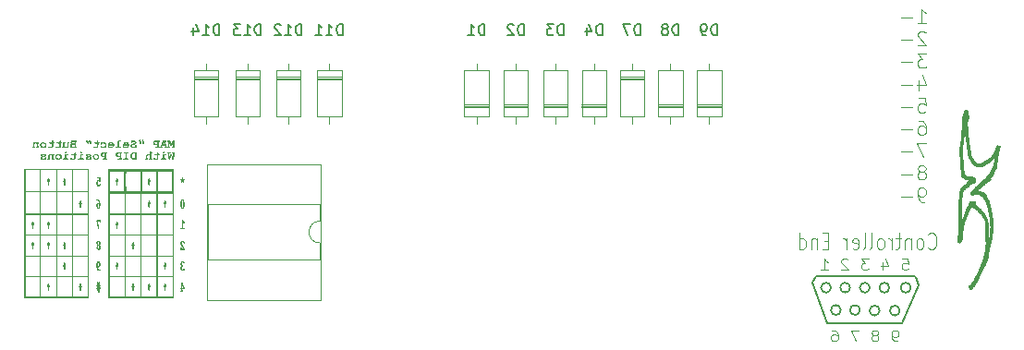
<source format=gbr>
G04 #@! TF.GenerationSoftware,KiCad,Pcbnew,5.0.2-5.fc29*
G04 #@! TF.CreationDate,2020-05-24T09:12:21-05:00*
G04 #@! TF.ProjectId,coleco_to_nes_selectable_v4,636f6c65-636f-45f7-946f-5f6e65735f73,rev?*
G04 #@! TF.SameCoordinates,Original*
G04 #@! TF.FileFunction,Legend,Bot*
G04 #@! TF.FilePolarity,Positive*
%FSLAX46Y46*%
G04 Gerber Fmt 4.6, Leading zero omitted, Abs format (unit mm)*
G04 Created by KiCad (PCBNEW 5.0.2-5.fc29) date Sun 24 May 2020 09:12:21 AM CDT*
%MOMM*%
%LPD*%
G01*
G04 APERTURE LIST*
%ADD10C,0.100000*%
%ADD11C,0.200000*%
%ADD12C,0.010000*%
%ADD13C,0.120000*%
%ADD14C,0.150000*%
G04 APERTURE END LIST*
D10*
X192381428Y-83455714D02*
X192438571Y-83527142D01*
X192610000Y-83598571D01*
X192724285Y-83598571D01*
X192895714Y-83527142D01*
X193010000Y-83384285D01*
X193067142Y-83241428D01*
X193124285Y-82955714D01*
X193124285Y-82741428D01*
X193067142Y-82455714D01*
X193010000Y-82312857D01*
X192895714Y-82170000D01*
X192724285Y-82098571D01*
X192610000Y-82098571D01*
X192438571Y-82170000D01*
X192381428Y-82241428D01*
X191695714Y-83598571D02*
X191810000Y-83527142D01*
X191867142Y-83455714D01*
X191924285Y-83312857D01*
X191924285Y-82884285D01*
X191867142Y-82741428D01*
X191810000Y-82670000D01*
X191695714Y-82598571D01*
X191524285Y-82598571D01*
X191410000Y-82670000D01*
X191352857Y-82741428D01*
X191295714Y-82884285D01*
X191295714Y-83312857D01*
X191352857Y-83455714D01*
X191410000Y-83527142D01*
X191524285Y-83598571D01*
X191695714Y-83598571D01*
X190781428Y-82598571D02*
X190781428Y-83598571D01*
X190781428Y-82741428D02*
X190724285Y-82670000D01*
X190610000Y-82598571D01*
X190438571Y-82598571D01*
X190324285Y-82670000D01*
X190267142Y-82812857D01*
X190267142Y-83598571D01*
X189867142Y-82598571D02*
X189410000Y-82598571D01*
X189695714Y-82098571D02*
X189695714Y-83384285D01*
X189638571Y-83527142D01*
X189524285Y-83598571D01*
X189410000Y-83598571D01*
X189010000Y-83598571D02*
X189010000Y-82598571D01*
X189010000Y-82884285D02*
X188952857Y-82741428D01*
X188895714Y-82670000D01*
X188781428Y-82598571D01*
X188667142Y-82598571D01*
X188095714Y-83598571D02*
X188210000Y-83527142D01*
X188267142Y-83455714D01*
X188324285Y-83312857D01*
X188324285Y-82884285D01*
X188267142Y-82741428D01*
X188210000Y-82670000D01*
X188095714Y-82598571D01*
X187924285Y-82598571D01*
X187810000Y-82670000D01*
X187752857Y-82741428D01*
X187695714Y-82884285D01*
X187695714Y-83312857D01*
X187752857Y-83455714D01*
X187810000Y-83527142D01*
X187924285Y-83598571D01*
X188095714Y-83598571D01*
X187010000Y-83598571D02*
X187124285Y-83527142D01*
X187181428Y-83384285D01*
X187181428Y-82098571D01*
X186381428Y-83598571D02*
X186495714Y-83527142D01*
X186552857Y-83384285D01*
X186552857Y-82098571D01*
X185467142Y-83527142D02*
X185581428Y-83598571D01*
X185810000Y-83598571D01*
X185924285Y-83527142D01*
X185981428Y-83384285D01*
X185981428Y-82812857D01*
X185924285Y-82670000D01*
X185810000Y-82598571D01*
X185581428Y-82598571D01*
X185467142Y-82670000D01*
X185410000Y-82812857D01*
X185410000Y-82955714D01*
X185981428Y-83098571D01*
X184895714Y-83598571D02*
X184895714Y-82598571D01*
X184895714Y-82884285D02*
X184838571Y-82741428D01*
X184781428Y-82670000D01*
X184667142Y-82598571D01*
X184552857Y-82598571D01*
X183238571Y-82812857D02*
X182838571Y-82812857D01*
X182667142Y-83598571D02*
X183238571Y-83598571D01*
X183238571Y-82098571D01*
X182667142Y-82098571D01*
X182152857Y-82598571D02*
X182152857Y-83598571D01*
X182152857Y-82741428D02*
X182095714Y-82670000D01*
X181981428Y-82598571D01*
X181810000Y-82598571D01*
X181695714Y-82670000D01*
X181638571Y-82812857D01*
X181638571Y-83598571D01*
X180552857Y-83598571D02*
X180552857Y-82098571D01*
X180552857Y-83527142D02*
X180667142Y-83598571D01*
X180895714Y-83598571D01*
X181010000Y-83527142D01*
X181067142Y-83455714D01*
X181124285Y-83312857D01*
X181124285Y-82884285D01*
X181067142Y-82741428D01*
X181010000Y-82670000D01*
X180895714Y-82598571D01*
X180667142Y-82598571D01*
X180552857Y-82670000D01*
X189542857Y-92022380D02*
X189337142Y-92022380D01*
X189234285Y-91974761D01*
X189182857Y-91927142D01*
X189080000Y-91784285D01*
X189028571Y-91593809D01*
X189028571Y-91212857D01*
X189080000Y-91117619D01*
X189131428Y-91070000D01*
X189234285Y-91022380D01*
X189440000Y-91022380D01*
X189542857Y-91070000D01*
X189594285Y-91117619D01*
X189645714Y-91212857D01*
X189645714Y-91450952D01*
X189594285Y-91546190D01*
X189542857Y-91593809D01*
X189440000Y-91641428D01*
X189234285Y-91641428D01*
X189131428Y-91593809D01*
X189080000Y-91546190D01*
X189028571Y-91450952D01*
X187588571Y-91450952D02*
X187691428Y-91403333D01*
X187742857Y-91355714D01*
X187794285Y-91260476D01*
X187794285Y-91212857D01*
X187742857Y-91117619D01*
X187691428Y-91070000D01*
X187588571Y-91022380D01*
X187382857Y-91022380D01*
X187280000Y-91070000D01*
X187228571Y-91117619D01*
X187177142Y-91212857D01*
X187177142Y-91260476D01*
X187228571Y-91355714D01*
X187280000Y-91403333D01*
X187382857Y-91450952D01*
X187588571Y-91450952D01*
X187691428Y-91498571D01*
X187742857Y-91546190D01*
X187794285Y-91641428D01*
X187794285Y-91831904D01*
X187742857Y-91927142D01*
X187691428Y-91974761D01*
X187588571Y-92022380D01*
X187382857Y-92022380D01*
X187280000Y-91974761D01*
X187228571Y-91927142D01*
X187177142Y-91831904D01*
X187177142Y-91641428D01*
X187228571Y-91546190D01*
X187280000Y-91498571D01*
X187382857Y-91450952D01*
X185994285Y-91022380D02*
X185274285Y-91022380D01*
X185737142Y-92022380D01*
X183577142Y-91022380D02*
X183782857Y-91022380D01*
X183885714Y-91070000D01*
X183937142Y-91117619D01*
X184040000Y-91260476D01*
X184091428Y-91450952D01*
X184091428Y-91831904D01*
X184040000Y-91927142D01*
X183988571Y-91974761D01*
X183885714Y-92022380D01*
X183680000Y-92022380D01*
X183577142Y-91974761D01*
X183525714Y-91927142D01*
X183474285Y-91831904D01*
X183474285Y-91593809D01*
X183525714Y-91498571D01*
X183577142Y-91450952D01*
X183680000Y-91403333D01*
X183885714Y-91403333D01*
X183988571Y-91450952D01*
X184040000Y-91498571D01*
X184091428Y-91593809D01*
X190005714Y-84472380D02*
X190520000Y-84472380D01*
X190571428Y-84948571D01*
X190520000Y-84900952D01*
X190417142Y-84853333D01*
X190160000Y-84853333D01*
X190057142Y-84900952D01*
X190005714Y-84948571D01*
X189954285Y-85043809D01*
X189954285Y-85281904D01*
X190005714Y-85377142D01*
X190057142Y-85424761D01*
X190160000Y-85472380D01*
X190417142Y-85472380D01*
X190520000Y-85424761D01*
X190571428Y-85377142D01*
X188205714Y-84805714D02*
X188205714Y-85472380D01*
X188462857Y-84424761D02*
X188720000Y-85139047D01*
X188051428Y-85139047D01*
X186920000Y-84472380D02*
X186251428Y-84472380D01*
X186611428Y-84853333D01*
X186457142Y-84853333D01*
X186354285Y-84900952D01*
X186302857Y-84948571D01*
X186251428Y-85043809D01*
X186251428Y-85281904D01*
X186302857Y-85377142D01*
X186354285Y-85424761D01*
X186457142Y-85472380D01*
X186765714Y-85472380D01*
X186868571Y-85424761D01*
X186920000Y-85377142D01*
X185017142Y-84567619D02*
X184965714Y-84520000D01*
X184862857Y-84472380D01*
X184605714Y-84472380D01*
X184502857Y-84520000D01*
X184451428Y-84567619D01*
X184400000Y-84662857D01*
X184400000Y-84758095D01*
X184451428Y-84900952D01*
X185068571Y-85472380D01*
X184400000Y-85472380D01*
X182548571Y-85472380D02*
X183165714Y-85472380D01*
X182857142Y-85472380D02*
X182857142Y-84472380D01*
X182960000Y-84615238D01*
X183062857Y-84710476D01*
X183165714Y-84758095D01*
D11*
X191510000Y-86870000D02*
X190010000Y-90420000D01*
X191210000Y-86170000D02*
X191510000Y-86870000D01*
X181760000Y-86670000D02*
X183110000Y-90420000D01*
X182110000Y-86070000D02*
X181760000Y-86670000D01*
X191160000Y-86070000D02*
X182110000Y-86070000D01*
X183160000Y-90420000D02*
X190010000Y-90420000D01*
X189762769Y-89220000D02*
G75*
G03X189762769Y-89220000I-452769J0D01*
G01*
X187912769Y-89220000D02*
G75*
G03X187912769Y-89220000I-452769J0D01*
G01*
X186112769Y-89170000D02*
G75*
G03X186112769Y-89170000I-452769J0D01*
G01*
X184362769Y-89170000D02*
G75*
G03X184362769Y-89170000I-452769J0D01*
G01*
X190762769Y-87120000D02*
G75*
G03X190762769Y-87120000I-452769J0D01*
G01*
X188812769Y-87120000D02*
G75*
G03X188812769Y-87120000I-452769J0D01*
G01*
X187012769Y-87120000D02*
G75*
G03X187012769Y-87120000I-452769J0D01*
G01*
X185212769Y-87120000D02*
G75*
G03X185212769Y-87120000I-452769J0D01*
G01*
X183462769Y-87120000D02*
G75*
G03X183462769Y-87120000I-452769J0D01*
G01*
D10*
X191416666Y-62858095D02*
X192130952Y-62858095D01*
X191773809Y-62858095D02*
X191773809Y-61558095D01*
X191892857Y-61743809D01*
X192011904Y-61867619D01*
X192130952Y-61929523D01*
X190880952Y-62362857D02*
X189928571Y-62362857D01*
X192130952Y-63731904D02*
X192071428Y-63670000D01*
X191952380Y-63608095D01*
X191654761Y-63608095D01*
X191535714Y-63670000D01*
X191476190Y-63731904D01*
X191416666Y-63855714D01*
X191416666Y-63979523D01*
X191476190Y-64165238D01*
X192190476Y-64908095D01*
X191416666Y-64908095D01*
X190880952Y-64412857D02*
X189928571Y-64412857D01*
X192190476Y-65658095D02*
X191416666Y-65658095D01*
X191833333Y-66153333D01*
X191654761Y-66153333D01*
X191535714Y-66215238D01*
X191476190Y-66277142D01*
X191416666Y-66400952D01*
X191416666Y-66710476D01*
X191476190Y-66834285D01*
X191535714Y-66896190D01*
X191654761Y-66958095D01*
X192011904Y-66958095D01*
X192130952Y-66896190D01*
X192190476Y-66834285D01*
X190880952Y-66462857D02*
X189928571Y-66462857D01*
X191535714Y-68141428D02*
X191535714Y-69008095D01*
X191833333Y-67646190D02*
X192130952Y-68574761D01*
X191357142Y-68574761D01*
X190880952Y-68512857D02*
X189928571Y-68512857D01*
X191476190Y-69758095D02*
X192071428Y-69758095D01*
X192130952Y-70377142D01*
X192071428Y-70315238D01*
X191952380Y-70253333D01*
X191654761Y-70253333D01*
X191535714Y-70315238D01*
X191476190Y-70377142D01*
X191416666Y-70500952D01*
X191416666Y-70810476D01*
X191476190Y-70934285D01*
X191535714Y-70996190D01*
X191654761Y-71058095D01*
X191952380Y-71058095D01*
X192071428Y-70996190D01*
X192130952Y-70934285D01*
X190880952Y-70562857D02*
X189928571Y-70562857D01*
X191535714Y-71808095D02*
X191773809Y-71808095D01*
X191892857Y-71870000D01*
X191952380Y-71931904D01*
X192071428Y-72117619D01*
X192130952Y-72365238D01*
X192130952Y-72860476D01*
X192071428Y-72984285D01*
X192011904Y-73046190D01*
X191892857Y-73108095D01*
X191654761Y-73108095D01*
X191535714Y-73046190D01*
X191476190Y-72984285D01*
X191416666Y-72860476D01*
X191416666Y-72550952D01*
X191476190Y-72427142D01*
X191535714Y-72365238D01*
X191654761Y-72303333D01*
X191892857Y-72303333D01*
X192011904Y-72365238D01*
X192071428Y-72427142D01*
X192130952Y-72550952D01*
X190880952Y-72612857D02*
X189928571Y-72612857D01*
X192190476Y-73858095D02*
X191357142Y-73858095D01*
X191892857Y-75158095D01*
X190880952Y-74662857D02*
X189928571Y-74662857D01*
X191892857Y-76465238D02*
X192011904Y-76403333D01*
X192071428Y-76341428D01*
X192130952Y-76217619D01*
X192130952Y-76155714D01*
X192071428Y-76031904D01*
X192011904Y-75970000D01*
X191892857Y-75908095D01*
X191654761Y-75908095D01*
X191535714Y-75970000D01*
X191476190Y-76031904D01*
X191416666Y-76155714D01*
X191416666Y-76217619D01*
X191476190Y-76341428D01*
X191535714Y-76403333D01*
X191654761Y-76465238D01*
X191892857Y-76465238D01*
X192011904Y-76527142D01*
X192071428Y-76589047D01*
X192130952Y-76712857D01*
X192130952Y-76960476D01*
X192071428Y-77084285D01*
X192011904Y-77146190D01*
X191892857Y-77208095D01*
X191654761Y-77208095D01*
X191535714Y-77146190D01*
X191476190Y-77084285D01*
X191416666Y-76960476D01*
X191416666Y-76712857D01*
X191476190Y-76589047D01*
X191535714Y-76527142D01*
X191654761Y-76465238D01*
X190880952Y-76712857D02*
X189928571Y-76712857D01*
X192011904Y-79258095D02*
X191773809Y-79258095D01*
X191654761Y-79196190D01*
X191595238Y-79134285D01*
X191476190Y-78948571D01*
X191416666Y-78700952D01*
X191416666Y-78205714D01*
X191476190Y-78081904D01*
X191535714Y-78020000D01*
X191654761Y-77958095D01*
X191892857Y-77958095D01*
X192011904Y-78020000D01*
X192071428Y-78081904D01*
X192130952Y-78205714D01*
X192130952Y-78515238D01*
X192071428Y-78639047D01*
X192011904Y-78700952D01*
X191892857Y-78762857D01*
X191654761Y-78762857D01*
X191535714Y-78700952D01*
X191476190Y-78639047D01*
X191416666Y-78515238D01*
X190880952Y-78762857D02*
X189928571Y-78762857D01*
D12*
G04 #@! TO.C,G\002A\002A\002A*
G36*
X117233443Y-77338851D02*
X117232634Y-77560796D01*
X117232130Y-77751246D01*
X117231977Y-77912573D01*
X117232221Y-78047148D01*
X117232906Y-78157342D01*
X117234078Y-78245528D01*
X117235783Y-78314075D01*
X117238066Y-78365355D01*
X117240972Y-78401740D01*
X117244546Y-78425601D01*
X117248834Y-78439309D01*
X117253881Y-78445235D01*
X117254610Y-78445563D01*
X117257177Y-78449188D01*
X117259569Y-78458781D01*
X117261792Y-78475477D01*
X117263851Y-78500411D01*
X117265753Y-78534718D01*
X117267505Y-78579531D01*
X117269111Y-78635987D01*
X117270578Y-78705221D01*
X117271912Y-78788366D01*
X117273119Y-78886559D01*
X117274205Y-79000933D01*
X117275177Y-79132624D01*
X117276040Y-79282766D01*
X117276800Y-79452495D01*
X117277464Y-79642945D01*
X117278038Y-79855252D01*
X117278527Y-80090550D01*
X117278938Y-80349973D01*
X117279276Y-80634658D01*
X117279548Y-80945738D01*
X117279760Y-81284349D01*
X117279918Y-81651626D01*
X117280028Y-82048702D01*
X117280097Y-82476714D01*
X117280129Y-82936797D01*
X117280134Y-83220279D01*
X117280134Y-87985200D01*
X123172933Y-87985200D01*
X123172933Y-86088667D01*
X123156000Y-86088667D01*
X123156000Y-87968267D01*
X121699733Y-87968267D01*
X121699733Y-86088667D01*
X121682800Y-86088667D01*
X121682800Y-87968267D01*
X120226533Y-87968267D01*
X120226533Y-86088667D01*
X120209600Y-86088667D01*
X120209600Y-87968267D01*
X118770267Y-87968267D01*
X118770267Y-86088667D01*
X118753333Y-86088667D01*
X118753333Y-87968267D01*
X117297067Y-87968267D01*
X117297067Y-86088667D01*
X118753333Y-86088667D01*
X118770267Y-86088667D01*
X120209600Y-86088667D01*
X120226533Y-86088667D01*
X121682800Y-86088667D01*
X121699733Y-86088667D01*
X123156000Y-86088667D01*
X123172933Y-86088667D01*
X123172933Y-84192134D01*
X123156000Y-84192134D01*
X123156000Y-86071734D01*
X121699733Y-86071734D01*
X121699733Y-84192134D01*
X121682800Y-84192134D01*
X121682800Y-86071734D01*
X120226533Y-86071734D01*
X120226533Y-84192134D01*
X120209600Y-84192134D01*
X120209600Y-86071734D01*
X118770267Y-86071734D01*
X118770267Y-84192134D01*
X118753333Y-84192134D01*
X118753333Y-86071734D01*
X117297067Y-86071734D01*
X117297067Y-84192134D01*
X118753333Y-84192134D01*
X118770267Y-84192134D01*
X120209600Y-84192134D01*
X120226533Y-84192134D01*
X121682800Y-84192134D01*
X121699733Y-84192134D01*
X123156000Y-84192134D01*
X123172933Y-84192134D01*
X123172933Y-83219878D01*
X123172990Y-82727778D01*
X123173158Y-82261734D01*
X123156000Y-82261734D01*
X123156000Y-84175201D01*
X121699733Y-84175201D01*
X121699733Y-82261734D01*
X121682800Y-82261734D01*
X121682800Y-84175201D01*
X120226533Y-84175201D01*
X120226533Y-82261734D01*
X120209600Y-82261734D01*
X120209600Y-84175201D01*
X118770267Y-84175201D01*
X118770267Y-82261734D01*
X118753333Y-82261734D01*
X118753333Y-84175201D01*
X117297067Y-84175201D01*
X117297067Y-82261734D01*
X118753333Y-82261734D01*
X118770267Y-82261734D01*
X120209600Y-82261734D01*
X120226533Y-82261734D01*
X121682800Y-82261734D01*
X121699733Y-82261734D01*
X123156000Y-82261734D01*
X123173158Y-82261734D01*
X123173159Y-82259059D01*
X123173437Y-81814346D01*
X123173823Y-81394265D01*
X123174315Y-80999442D01*
X123174910Y-80630501D01*
X123175449Y-80365200D01*
X123156000Y-80365200D01*
X123156000Y-82244801D01*
X121699733Y-82244801D01*
X121699733Y-80365200D01*
X121682800Y-80365200D01*
X121682800Y-82244801D01*
X120226533Y-82244801D01*
X120226533Y-80365200D01*
X120209600Y-80365200D01*
X120209600Y-82244801D01*
X118770267Y-82244801D01*
X118770267Y-80365200D01*
X118753333Y-80365200D01*
X118753333Y-82244801D01*
X117297067Y-82244801D01*
X117297067Y-80365200D01*
X118753333Y-80365200D01*
X118770267Y-80365200D01*
X120209600Y-80365200D01*
X120226533Y-80365200D01*
X121682800Y-80365200D01*
X121699733Y-80365200D01*
X123156000Y-80365200D01*
X123175449Y-80365200D01*
X123175606Y-80288068D01*
X123176402Y-79972769D01*
X123177295Y-79685228D01*
X123178283Y-79426072D01*
X123179365Y-79195925D01*
X123180537Y-78995413D01*
X123181797Y-78825161D01*
X123183145Y-78685796D01*
X123184577Y-78577941D01*
X123186092Y-78502223D01*
X123187687Y-78459267D01*
X123188614Y-78451734D01*
X123156000Y-78451734D01*
X123156000Y-80348267D01*
X121699733Y-80348267D01*
X121699733Y-78451734D01*
X121682800Y-78451734D01*
X121682800Y-80348267D01*
X120226533Y-80348267D01*
X120226533Y-78451734D01*
X120209600Y-78451734D01*
X120209600Y-80348267D01*
X118770267Y-80348267D01*
X118770267Y-78451734D01*
X118753333Y-78451734D01*
X118753333Y-80348267D01*
X117297067Y-80348267D01*
X117297067Y-78451734D01*
X118753333Y-78451734D01*
X118770267Y-78451734D01*
X120209600Y-78451734D01*
X120226533Y-78451734D01*
X121682800Y-78451734D01*
X121699733Y-78451734D01*
X123156000Y-78451734D01*
X123188614Y-78451734D01*
X123188962Y-78448912D01*
X123192254Y-78431058D01*
X123195323Y-78380987D01*
X123198140Y-78300347D01*
X123200678Y-78190786D01*
X123202909Y-78053953D01*
X123204803Y-77891497D01*
X123206332Y-77705065D01*
X123207468Y-77496307D01*
X123208001Y-77342600D01*
X123210618Y-76385867D01*
X123105200Y-76385867D01*
X123105200Y-78299718D01*
X122423633Y-78295293D01*
X121742067Y-78290867D01*
X121737382Y-77376467D01*
X121736662Y-77202567D01*
X121736311Y-77038097D01*
X121736313Y-76886316D01*
X121736652Y-76750482D01*
X121737314Y-76633855D01*
X121738282Y-76539693D01*
X121739541Y-76471255D01*
X121741075Y-76431799D01*
X121741938Y-76423967D01*
X121751179Y-76385867D01*
X121632000Y-76385867D01*
X121632000Y-78299334D01*
X120277333Y-78299334D01*
X120277333Y-76385867D01*
X120175733Y-76385867D01*
X120175733Y-78299718D01*
X119494167Y-78295293D01*
X118812600Y-78290867D01*
X118807915Y-77376467D01*
X118807195Y-77202567D01*
X118806844Y-77038097D01*
X118806846Y-76886316D01*
X118807185Y-76750482D01*
X118807847Y-76633855D01*
X118808815Y-76539693D01*
X118810074Y-76471255D01*
X118811608Y-76431799D01*
X118812471Y-76423967D01*
X118821712Y-76385867D01*
X118702533Y-76385867D01*
X118702533Y-78299334D01*
X117347867Y-78299334D01*
X117347867Y-76385867D01*
X118702533Y-76385867D01*
X118821712Y-76385867D01*
X120175733Y-76385867D01*
X120277333Y-76385867D01*
X121632000Y-76385867D01*
X121751179Y-76385867D01*
X123105200Y-76385867D01*
X123210618Y-76385867D01*
X123211012Y-76241934D01*
X117237800Y-76241934D01*
X117233443Y-77338851D01*
X117233443Y-77338851D01*
G37*
X117233443Y-77338851D02*
X117232634Y-77560796D01*
X117232130Y-77751246D01*
X117231977Y-77912573D01*
X117232221Y-78047148D01*
X117232906Y-78157342D01*
X117234078Y-78245528D01*
X117235783Y-78314075D01*
X117238066Y-78365355D01*
X117240972Y-78401740D01*
X117244546Y-78425601D01*
X117248834Y-78439309D01*
X117253881Y-78445235D01*
X117254610Y-78445563D01*
X117257177Y-78449188D01*
X117259569Y-78458781D01*
X117261792Y-78475477D01*
X117263851Y-78500411D01*
X117265753Y-78534718D01*
X117267505Y-78579531D01*
X117269111Y-78635987D01*
X117270578Y-78705221D01*
X117271912Y-78788366D01*
X117273119Y-78886559D01*
X117274205Y-79000933D01*
X117275177Y-79132624D01*
X117276040Y-79282766D01*
X117276800Y-79452495D01*
X117277464Y-79642945D01*
X117278038Y-79855252D01*
X117278527Y-80090550D01*
X117278938Y-80349973D01*
X117279276Y-80634658D01*
X117279548Y-80945738D01*
X117279760Y-81284349D01*
X117279918Y-81651626D01*
X117280028Y-82048702D01*
X117280097Y-82476714D01*
X117280129Y-82936797D01*
X117280134Y-83220279D01*
X117280134Y-87985200D01*
X123172933Y-87985200D01*
X123172933Y-86088667D01*
X123156000Y-86088667D01*
X123156000Y-87968267D01*
X121699733Y-87968267D01*
X121699733Y-86088667D01*
X121682800Y-86088667D01*
X121682800Y-87968267D01*
X120226533Y-87968267D01*
X120226533Y-86088667D01*
X120209600Y-86088667D01*
X120209600Y-87968267D01*
X118770267Y-87968267D01*
X118770267Y-86088667D01*
X118753333Y-86088667D01*
X118753333Y-87968267D01*
X117297067Y-87968267D01*
X117297067Y-86088667D01*
X118753333Y-86088667D01*
X118770267Y-86088667D01*
X120209600Y-86088667D01*
X120226533Y-86088667D01*
X121682800Y-86088667D01*
X121699733Y-86088667D01*
X123156000Y-86088667D01*
X123172933Y-86088667D01*
X123172933Y-84192134D01*
X123156000Y-84192134D01*
X123156000Y-86071734D01*
X121699733Y-86071734D01*
X121699733Y-84192134D01*
X121682800Y-84192134D01*
X121682800Y-86071734D01*
X120226533Y-86071734D01*
X120226533Y-84192134D01*
X120209600Y-84192134D01*
X120209600Y-86071734D01*
X118770267Y-86071734D01*
X118770267Y-84192134D01*
X118753333Y-84192134D01*
X118753333Y-86071734D01*
X117297067Y-86071734D01*
X117297067Y-84192134D01*
X118753333Y-84192134D01*
X118770267Y-84192134D01*
X120209600Y-84192134D01*
X120226533Y-84192134D01*
X121682800Y-84192134D01*
X121699733Y-84192134D01*
X123156000Y-84192134D01*
X123172933Y-84192134D01*
X123172933Y-83219878D01*
X123172990Y-82727778D01*
X123173158Y-82261734D01*
X123156000Y-82261734D01*
X123156000Y-84175201D01*
X121699733Y-84175201D01*
X121699733Y-82261734D01*
X121682800Y-82261734D01*
X121682800Y-84175201D01*
X120226533Y-84175201D01*
X120226533Y-82261734D01*
X120209600Y-82261734D01*
X120209600Y-84175201D01*
X118770267Y-84175201D01*
X118770267Y-82261734D01*
X118753333Y-82261734D01*
X118753333Y-84175201D01*
X117297067Y-84175201D01*
X117297067Y-82261734D01*
X118753333Y-82261734D01*
X118770267Y-82261734D01*
X120209600Y-82261734D01*
X120226533Y-82261734D01*
X121682800Y-82261734D01*
X121699733Y-82261734D01*
X123156000Y-82261734D01*
X123173158Y-82261734D01*
X123173159Y-82259059D01*
X123173437Y-81814346D01*
X123173823Y-81394265D01*
X123174315Y-80999442D01*
X123174910Y-80630501D01*
X123175449Y-80365200D01*
X123156000Y-80365200D01*
X123156000Y-82244801D01*
X121699733Y-82244801D01*
X121699733Y-80365200D01*
X121682800Y-80365200D01*
X121682800Y-82244801D01*
X120226533Y-82244801D01*
X120226533Y-80365200D01*
X120209600Y-80365200D01*
X120209600Y-82244801D01*
X118770267Y-82244801D01*
X118770267Y-80365200D01*
X118753333Y-80365200D01*
X118753333Y-82244801D01*
X117297067Y-82244801D01*
X117297067Y-80365200D01*
X118753333Y-80365200D01*
X118770267Y-80365200D01*
X120209600Y-80365200D01*
X120226533Y-80365200D01*
X121682800Y-80365200D01*
X121699733Y-80365200D01*
X123156000Y-80365200D01*
X123175449Y-80365200D01*
X123175606Y-80288068D01*
X123176402Y-79972769D01*
X123177295Y-79685228D01*
X123178283Y-79426072D01*
X123179365Y-79195925D01*
X123180537Y-78995413D01*
X123181797Y-78825161D01*
X123183145Y-78685796D01*
X123184577Y-78577941D01*
X123186092Y-78502223D01*
X123187687Y-78459267D01*
X123188614Y-78451734D01*
X123156000Y-78451734D01*
X123156000Y-80348267D01*
X121699733Y-80348267D01*
X121699733Y-78451734D01*
X121682800Y-78451734D01*
X121682800Y-80348267D01*
X120226533Y-80348267D01*
X120226533Y-78451734D01*
X120209600Y-78451734D01*
X120209600Y-80348267D01*
X118770267Y-80348267D01*
X118770267Y-78451734D01*
X118753333Y-78451734D01*
X118753333Y-80348267D01*
X117297067Y-80348267D01*
X117297067Y-78451734D01*
X118753333Y-78451734D01*
X118770267Y-78451734D01*
X120209600Y-78451734D01*
X120226533Y-78451734D01*
X121682800Y-78451734D01*
X121699733Y-78451734D01*
X123156000Y-78451734D01*
X123188614Y-78451734D01*
X123188962Y-78448912D01*
X123192254Y-78431058D01*
X123195323Y-78380987D01*
X123198140Y-78300347D01*
X123200678Y-78190786D01*
X123202909Y-78053953D01*
X123204803Y-77891497D01*
X123206332Y-77705065D01*
X123207468Y-77496307D01*
X123208001Y-77342600D01*
X123210618Y-76385867D01*
X123105200Y-76385867D01*
X123105200Y-78299718D01*
X122423633Y-78295293D01*
X121742067Y-78290867D01*
X121737382Y-77376467D01*
X121736662Y-77202567D01*
X121736311Y-77038097D01*
X121736313Y-76886316D01*
X121736652Y-76750482D01*
X121737314Y-76633855D01*
X121738282Y-76539693D01*
X121739541Y-76471255D01*
X121741075Y-76431799D01*
X121741938Y-76423967D01*
X121751179Y-76385867D01*
X121632000Y-76385867D01*
X121632000Y-78299334D01*
X120277333Y-78299334D01*
X120277333Y-76385867D01*
X120175733Y-76385867D01*
X120175733Y-78299718D01*
X119494167Y-78295293D01*
X118812600Y-78290867D01*
X118807915Y-77376467D01*
X118807195Y-77202567D01*
X118806844Y-77038097D01*
X118806846Y-76886316D01*
X118807185Y-76750482D01*
X118807847Y-76633855D01*
X118808815Y-76539693D01*
X118810074Y-76471255D01*
X118811608Y-76431799D01*
X118812471Y-76423967D01*
X118821712Y-76385867D01*
X118702533Y-76385867D01*
X118702533Y-78299334D01*
X117347867Y-78299334D01*
X117347867Y-76385867D01*
X118702533Y-76385867D01*
X118821712Y-76385867D01*
X120175733Y-76385867D01*
X120277333Y-76385867D01*
X121632000Y-76385867D01*
X121751179Y-76385867D01*
X123105200Y-76385867D01*
X123210618Y-76385867D01*
X123211012Y-76241934D01*
X117237800Y-76241934D01*
X117233443Y-77338851D01*
G36*
X109575467Y-87985200D02*
X115400533Y-87985200D01*
X115400533Y-86088667D01*
X115383600Y-86088667D01*
X115383600Y-87968267D01*
X113961200Y-87968267D01*
X113961200Y-86088667D01*
X113944267Y-86088667D01*
X113944267Y-87968267D01*
X112488000Y-87968267D01*
X112488000Y-86088667D01*
X112471067Y-86088667D01*
X112471067Y-87968267D01*
X111014800Y-87968267D01*
X111014800Y-86088667D01*
X110997867Y-86088667D01*
X110997867Y-87968267D01*
X109592400Y-87968267D01*
X109592400Y-86088667D01*
X110997867Y-86088667D01*
X111014800Y-86088667D01*
X112471067Y-86088667D01*
X112488000Y-86088667D01*
X113944267Y-86088667D01*
X113961200Y-86088667D01*
X115383600Y-86088667D01*
X115400533Y-86088667D01*
X115400533Y-84192134D01*
X115383600Y-84192134D01*
X115383600Y-86071734D01*
X113961200Y-86071734D01*
X113961200Y-84192134D01*
X113944267Y-84192134D01*
X113944267Y-86071734D01*
X112488000Y-86071734D01*
X112488000Y-84192134D01*
X112471067Y-84192134D01*
X112471067Y-86071734D01*
X111014800Y-86071734D01*
X111014800Y-84192134D01*
X110997867Y-84192134D01*
X110997867Y-86071734D01*
X109592400Y-86071734D01*
X109592400Y-84192134D01*
X110997867Y-84192134D01*
X111014800Y-84192134D01*
X112471067Y-84192134D01*
X112488000Y-84192134D01*
X113944267Y-84192134D01*
X113961200Y-84192134D01*
X115383600Y-84192134D01*
X115400533Y-84192134D01*
X115400533Y-82261734D01*
X115383600Y-82261734D01*
X115383600Y-84175201D01*
X113961200Y-84175201D01*
X113961200Y-82261734D01*
X113944267Y-82261734D01*
X113944267Y-84175201D01*
X112488000Y-84175201D01*
X112488000Y-82261734D01*
X112471067Y-82261734D01*
X112471067Y-84175201D01*
X111014800Y-84175201D01*
X111014800Y-82261734D01*
X110997867Y-82261734D01*
X110997867Y-84175201D01*
X109592400Y-84175201D01*
X109592400Y-82261734D01*
X110997867Y-82261734D01*
X111014800Y-82261734D01*
X112471067Y-82261734D01*
X112488000Y-82261734D01*
X113944267Y-82261734D01*
X113961200Y-82261734D01*
X115383600Y-82261734D01*
X115400533Y-82261734D01*
X115400533Y-80365200D01*
X115383600Y-80365200D01*
X115383600Y-82244801D01*
X113961200Y-82244801D01*
X113961200Y-80365200D01*
X113944267Y-80365200D01*
X113944267Y-82244801D01*
X112488000Y-82244801D01*
X112488000Y-80365200D01*
X112471067Y-80365200D01*
X112471067Y-82244801D01*
X111014800Y-82244801D01*
X111014800Y-80365200D01*
X110997867Y-80365200D01*
X110997867Y-82244801D01*
X109592400Y-82244801D01*
X109592400Y-80365200D01*
X110997867Y-80365200D01*
X111014800Y-80365200D01*
X112471067Y-80365200D01*
X112488000Y-80365200D01*
X113944267Y-80365200D01*
X113961200Y-80365200D01*
X115383600Y-80365200D01*
X115400533Y-80365200D01*
X115400533Y-78316267D01*
X115383600Y-78316267D01*
X115383600Y-80348267D01*
X113961200Y-80348267D01*
X113961200Y-78316267D01*
X113944267Y-78316267D01*
X113944267Y-80348267D01*
X112488000Y-80348267D01*
X112488000Y-78316267D01*
X112471067Y-78316267D01*
X112471067Y-80348267D01*
X111014800Y-80348267D01*
X111014800Y-78316267D01*
X110997867Y-78316267D01*
X110997867Y-80348267D01*
X109592400Y-80348267D01*
X109592400Y-78316267D01*
X110997867Y-78316267D01*
X111014800Y-78316267D01*
X112471067Y-78316267D01*
X112488000Y-78316267D01*
X113944267Y-78316267D01*
X113961200Y-78316267D01*
X115383600Y-78316267D01*
X115400533Y-78316267D01*
X115400533Y-76250401D01*
X115383600Y-76250401D01*
X115383600Y-78299334D01*
X113961200Y-78299334D01*
X113961200Y-76250401D01*
X113944267Y-76250401D01*
X113944267Y-78299334D01*
X112488000Y-78299334D01*
X112488000Y-76250401D01*
X112471067Y-76250401D01*
X112471067Y-78299334D01*
X111014800Y-78299334D01*
X111014800Y-76250401D01*
X110997867Y-76250401D01*
X110997867Y-78299334D01*
X109592400Y-78299334D01*
X109592400Y-76250401D01*
X110997867Y-76250401D01*
X111014800Y-76250401D01*
X112471067Y-76250401D01*
X112488000Y-76250401D01*
X113944267Y-76250401D01*
X113961200Y-76250401D01*
X115383600Y-76250401D01*
X115400533Y-76250401D01*
X115400533Y-76233467D01*
X109575467Y-76233467D01*
X109575467Y-87985200D01*
X109575467Y-87985200D01*
G37*
X109575467Y-87985200D02*
X115400533Y-87985200D01*
X115400533Y-86088667D01*
X115383600Y-86088667D01*
X115383600Y-87968267D01*
X113961200Y-87968267D01*
X113961200Y-86088667D01*
X113944267Y-86088667D01*
X113944267Y-87968267D01*
X112488000Y-87968267D01*
X112488000Y-86088667D01*
X112471067Y-86088667D01*
X112471067Y-87968267D01*
X111014800Y-87968267D01*
X111014800Y-86088667D01*
X110997867Y-86088667D01*
X110997867Y-87968267D01*
X109592400Y-87968267D01*
X109592400Y-86088667D01*
X110997867Y-86088667D01*
X111014800Y-86088667D01*
X112471067Y-86088667D01*
X112488000Y-86088667D01*
X113944267Y-86088667D01*
X113961200Y-86088667D01*
X115383600Y-86088667D01*
X115400533Y-86088667D01*
X115400533Y-84192134D01*
X115383600Y-84192134D01*
X115383600Y-86071734D01*
X113961200Y-86071734D01*
X113961200Y-84192134D01*
X113944267Y-84192134D01*
X113944267Y-86071734D01*
X112488000Y-86071734D01*
X112488000Y-84192134D01*
X112471067Y-84192134D01*
X112471067Y-86071734D01*
X111014800Y-86071734D01*
X111014800Y-84192134D01*
X110997867Y-84192134D01*
X110997867Y-86071734D01*
X109592400Y-86071734D01*
X109592400Y-84192134D01*
X110997867Y-84192134D01*
X111014800Y-84192134D01*
X112471067Y-84192134D01*
X112488000Y-84192134D01*
X113944267Y-84192134D01*
X113961200Y-84192134D01*
X115383600Y-84192134D01*
X115400533Y-84192134D01*
X115400533Y-82261734D01*
X115383600Y-82261734D01*
X115383600Y-84175201D01*
X113961200Y-84175201D01*
X113961200Y-82261734D01*
X113944267Y-82261734D01*
X113944267Y-84175201D01*
X112488000Y-84175201D01*
X112488000Y-82261734D01*
X112471067Y-82261734D01*
X112471067Y-84175201D01*
X111014800Y-84175201D01*
X111014800Y-82261734D01*
X110997867Y-82261734D01*
X110997867Y-84175201D01*
X109592400Y-84175201D01*
X109592400Y-82261734D01*
X110997867Y-82261734D01*
X111014800Y-82261734D01*
X112471067Y-82261734D01*
X112488000Y-82261734D01*
X113944267Y-82261734D01*
X113961200Y-82261734D01*
X115383600Y-82261734D01*
X115400533Y-82261734D01*
X115400533Y-80365200D01*
X115383600Y-80365200D01*
X115383600Y-82244801D01*
X113961200Y-82244801D01*
X113961200Y-80365200D01*
X113944267Y-80365200D01*
X113944267Y-82244801D01*
X112488000Y-82244801D01*
X112488000Y-80365200D01*
X112471067Y-80365200D01*
X112471067Y-82244801D01*
X111014800Y-82244801D01*
X111014800Y-80365200D01*
X110997867Y-80365200D01*
X110997867Y-82244801D01*
X109592400Y-82244801D01*
X109592400Y-80365200D01*
X110997867Y-80365200D01*
X111014800Y-80365200D01*
X112471067Y-80365200D01*
X112488000Y-80365200D01*
X113944267Y-80365200D01*
X113961200Y-80365200D01*
X115383600Y-80365200D01*
X115400533Y-80365200D01*
X115400533Y-78316267D01*
X115383600Y-78316267D01*
X115383600Y-80348267D01*
X113961200Y-80348267D01*
X113961200Y-78316267D01*
X113944267Y-78316267D01*
X113944267Y-80348267D01*
X112488000Y-80348267D01*
X112488000Y-78316267D01*
X112471067Y-78316267D01*
X112471067Y-80348267D01*
X111014800Y-80348267D01*
X111014800Y-78316267D01*
X110997867Y-78316267D01*
X110997867Y-80348267D01*
X109592400Y-80348267D01*
X109592400Y-78316267D01*
X110997867Y-78316267D01*
X111014800Y-78316267D01*
X112471067Y-78316267D01*
X112488000Y-78316267D01*
X113944267Y-78316267D01*
X113961200Y-78316267D01*
X115383600Y-78316267D01*
X115400533Y-78316267D01*
X115400533Y-76250401D01*
X115383600Y-76250401D01*
X115383600Y-78299334D01*
X113961200Y-78299334D01*
X113961200Y-76250401D01*
X113944267Y-76250401D01*
X113944267Y-78299334D01*
X112488000Y-78299334D01*
X112488000Y-76250401D01*
X112471067Y-76250401D01*
X112471067Y-78299334D01*
X111014800Y-78299334D01*
X111014800Y-76250401D01*
X110997867Y-76250401D01*
X110997867Y-78299334D01*
X109592400Y-78299334D01*
X109592400Y-76250401D01*
X110997867Y-76250401D01*
X111014800Y-76250401D01*
X112471067Y-76250401D01*
X112488000Y-76250401D01*
X113944267Y-76250401D01*
X113961200Y-76250401D01*
X115383600Y-76250401D01*
X115400533Y-76250401D01*
X115400533Y-76233467D01*
X109575467Y-76233467D01*
X109575467Y-87985200D01*
G36*
X116242455Y-86607494D02*
X116240538Y-86652486D01*
X116241593Y-86715168D01*
X116243191Y-86748763D01*
X116251898Y-86901467D01*
X116207216Y-86901467D01*
X116171414Y-86909905D01*
X116162533Y-86926867D01*
X116177254Y-86947296D01*
X116204867Y-86952267D01*
X116238512Y-86960629D01*
X116247200Y-86984017D01*
X116250498Y-87023484D01*
X116257783Y-87068684D01*
X116262275Y-87105172D01*
X116250935Y-87119371D01*
X116223917Y-87121600D01*
X116188288Y-87130075D01*
X116179467Y-87147000D01*
X116194187Y-87167429D01*
X116221800Y-87172400D01*
X116243074Y-87173956D01*
X116255758Y-87183300D01*
X116262180Y-87207452D01*
X116264666Y-87253429D01*
X116265324Y-87303634D01*
X116267727Y-87371358D01*
X116272974Y-87429177D01*
X116279997Y-87465901D01*
X116281067Y-87468734D01*
X116290062Y-87485900D01*
X116295925Y-87485122D01*
X116299065Y-87462675D01*
X116299891Y-87414830D01*
X116298812Y-87337863D01*
X116298258Y-87312100D01*
X116297376Y-87243354D01*
X116299473Y-87201737D01*
X116305977Y-87180547D01*
X116318314Y-87173083D01*
X116328018Y-87172400D01*
X116346944Y-87177402D01*
X116359059Y-87197313D01*
X116367459Y-87239497D01*
X116371788Y-87276484D01*
X116377776Y-87343217D01*
X116381727Y-87405346D01*
X116382667Y-87437351D01*
X116387696Y-87475517D01*
X116399995Y-87493850D01*
X116401920Y-87494134D01*
X116410839Y-87482896D01*
X116414342Y-87446905D01*
X116412585Y-87382747D01*
X116409365Y-87333267D01*
X116397557Y-87172400D01*
X116440912Y-87172400D01*
X116475724Y-87163745D01*
X116484267Y-87147000D01*
X116469547Y-87126572D01*
X116441934Y-87121600D01*
X116416809Y-87118855D01*
X116404275Y-87104846D01*
X116402425Y-87090158D01*
X116363796Y-87090158D01*
X116357708Y-87114068D01*
X116341262Y-87121374D01*
X116334911Y-87121600D01*
X116307341Y-87109024D01*
X116291650Y-87068684D01*
X116281611Y-87005964D01*
X116283523Y-86970019D01*
X116298692Y-86955475D01*
X116319167Y-86955323D01*
X116342983Y-86963659D01*
X116355638Y-86986018D01*
X116361774Y-87031612D01*
X116362428Y-87041167D01*
X116363796Y-87090158D01*
X116402425Y-87090158D01*
X116400001Y-87070913D01*
X116399600Y-87036934D01*
X116401383Y-86986150D01*
X116408951Y-86960823D01*
X116425634Y-86952629D01*
X116433467Y-86952267D01*
X116461278Y-86942739D01*
X116465347Y-86922363D01*
X116446641Y-86903448D01*
X116429234Y-86898412D01*
X116410626Y-86893402D01*
X116398924Y-86880208D01*
X116392126Y-86851893D01*
X116388230Y-86801526D01*
X116386148Y-86749162D01*
X116381096Y-86664557D01*
X116373779Y-86611245D01*
X116365548Y-86589659D01*
X116357754Y-86600231D01*
X116351747Y-86643392D01*
X116348879Y-86719575D01*
X116348800Y-86737214D01*
X116348308Y-86812909D01*
X116345978Y-86860962D01*
X116340526Y-86887593D01*
X116330670Y-86899021D01*
X116315128Y-86901467D01*
X116314934Y-86901467D01*
X116295689Y-86897583D01*
X116285443Y-86880676D01*
X116281440Y-86842865D01*
X116280880Y-86804100D01*
X116278524Y-86727900D01*
X116272441Y-86662334D01*
X116263655Y-86613958D01*
X116253190Y-86589323D01*
X116247148Y-86588233D01*
X116242455Y-86607494D01*
X116242455Y-86607494D01*
G37*
X116242455Y-86607494D02*
X116240538Y-86652486D01*
X116241593Y-86715168D01*
X116243191Y-86748763D01*
X116251898Y-86901467D01*
X116207216Y-86901467D01*
X116171414Y-86909905D01*
X116162533Y-86926867D01*
X116177254Y-86947296D01*
X116204867Y-86952267D01*
X116238512Y-86960629D01*
X116247200Y-86984017D01*
X116250498Y-87023484D01*
X116257783Y-87068684D01*
X116262275Y-87105172D01*
X116250935Y-87119371D01*
X116223917Y-87121600D01*
X116188288Y-87130075D01*
X116179467Y-87147000D01*
X116194187Y-87167429D01*
X116221800Y-87172400D01*
X116243074Y-87173956D01*
X116255758Y-87183300D01*
X116262180Y-87207452D01*
X116264666Y-87253429D01*
X116265324Y-87303634D01*
X116267727Y-87371358D01*
X116272974Y-87429177D01*
X116279997Y-87465901D01*
X116281067Y-87468734D01*
X116290062Y-87485900D01*
X116295925Y-87485122D01*
X116299065Y-87462675D01*
X116299891Y-87414830D01*
X116298812Y-87337863D01*
X116298258Y-87312100D01*
X116297376Y-87243354D01*
X116299473Y-87201737D01*
X116305977Y-87180547D01*
X116318314Y-87173083D01*
X116328018Y-87172400D01*
X116346944Y-87177402D01*
X116359059Y-87197313D01*
X116367459Y-87239497D01*
X116371788Y-87276484D01*
X116377776Y-87343217D01*
X116381727Y-87405346D01*
X116382667Y-87437351D01*
X116387696Y-87475517D01*
X116399995Y-87493850D01*
X116401920Y-87494134D01*
X116410839Y-87482896D01*
X116414342Y-87446905D01*
X116412585Y-87382747D01*
X116409365Y-87333267D01*
X116397557Y-87172400D01*
X116440912Y-87172400D01*
X116475724Y-87163745D01*
X116484267Y-87147000D01*
X116469547Y-87126572D01*
X116441934Y-87121600D01*
X116416809Y-87118855D01*
X116404275Y-87104846D01*
X116402425Y-87090158D01*
X116363796Y-87090158D01*
X116357708Y-87114068D01*
X116341262Y-87121374D01*
X116334911Y-87121600D01*
X116307341Y-87109024D01*
X116291650Y-87068684D01*
X116281611Y-87005964D01*
X116283523Y-86970019D01*
X116298692Y-86955475D01*
X116319167Y-86955323D01*
X116342983Y-86963659D01*
X116355638Y-86986018D01*
X116361774Y-87031612D01*
X116362428Y-87041167D01*
X116363796Y-87090158D01*
X116402425Y-87090158D01*
X116400001Y-87070913D01*
X116399600Y-87036934D01*
X116401383Y-86986150D01*
X116408951Y-86960823D01*
X116425634Y-86952629D01*
X116433467Y-86952267D01*
X116461278Y-86942739D01*
X116465347Y-86922363D01*
X116446641Y-86903448D01*
X116429234Y-86898412D01*
X116410626Y-86893402D01*
X116398924Y-86880208D01*
X116392126Y-86851893D01*
X116388230Y-86801526D01*
X116386148Y-86749162D01*
X116381096Y-86664557D01*
X116373779Y-86611245D01*
X116365548Y-86589659D01*
X116357754Y-86600231D01*
X116351747Y-86643392D01*
X116348879Y-86719575D01*
X116348800Y-86737214D01*
X116348308Y-86812909D01*
X116345978Y-86860962D01*
X116340526Y-86887593D01*
X116330670Y-86899021D01*
X116315128Y-86901467D01*
X116314934Y-86901467D01*
X116295689Y-86897583D01*
X116285443Y-86880676D01*
X116281440Y-86842865D01*
X116280880Y-86804100D01*
X116278524Y-86727900D01*
X116272441Y-86662334D01*
X116263655Y-86613958D01*
X116253190Y-86589323D01*
X116247148Y-86588233D01*
X116242455Y-86607494D01*
G36*
X123937890Y-86632551D02*
X123929259Y-86641889D01*
X123923559Y-86663478D01*
X123920188Y-86702250D01*
X123918545Y-86763134D01*
X123918027Y-86851063D01*
X123918000Y-86893000D01*
X123917560Y-86994266D01*
X123915941Y-87066313D01*
X123912695Y-87113779D01*
X123907371Y-87141304D01*
X123899521Y-87153528D01*
X123892600Y-87155467D01*
X123870066Y-87164611D01*
X123867200Y-87172400D01*
X123880915Y-87187423D01*
X123892600Y-87189334D01*
X123907918Y-87197695D01*
X123915804Y-87227034D01*
X123918000Y-87282467D01*
X123915720Y-87338632D01*
X123907718Y-87367548D01*
X123892600Y-87375600D01*
X123870066Y-87384744D01*
X123867200Y-87392534D01*
X123882430Y-87402193D01*
X123921369Y-87408324D01*
X123951867Y-87409467D01*
X124000164Y-87406421D01*
X124030820Y-87398633D01*
X124036533Y-87392534D01*
X124022042Y-87379805D01*
X123994200Y-87375600D01*
X123969955Y-87373183D01*
X123957331Y-87360405D01*
X123952560Y-87328980D01*
X123951867Y-87282467D01*
X123951867Y-87189334D01*
X124061933Y-87189334D01*
X124124669Y-87187428D01*
X124159374Y-87180889D01*
X124171716Y-87168484D01*
X124172000Y-87165386D01*
X124166471Y-87143359D01*
X124166263Y-87142706D01*
X124127088Y-87142706D01*
X124106993Y-87150090D01*
X124064561Y-87154697D01*
X124035534Y-87155467D01*
X123951867Y-87155467D01*
X123951867Y-86915578D01*
X123952701Y-86831137D01*
X123954993Y-86761507D01*
X123958431Y-86712295D01*
X123962701Y-86689106D01*
X123964567Y-86688368D01*
X123976313Y-86709815D01*
X123995552Y-86755135D01*
X124019738Y-86817212D01*
X124046326Y-86888926D01*
X124072769Y-86963163D01*
X124096522Y-87032803D01*
X124115039Y-87090731D01*
X124125773Y-87129830D01*
X124127088Y-87142706D01*
X124166263Y-87142706D01*
X124151430Y-87096182D01*
X124129195Y-87030434D01*
X124102086Y-86952697D01*
X124072422Y-86869553D01*
X124042522Y-86787583D01*
X124014705Y-86713369D01*
X123993978Y-86660167D01*
X123968948Y-86635110D01*
X123950055Y-86630534D01*
X123937890Y-86632551D01*
X123937890Y-86632551D01*
G37*
X123937890Y-86632551D02*
X123929259Y-86641889D01*
X123923559Y-86663478D01*
X123920188Y-86702250D01*
X123918545Y-86763134D01*
X123918027Y-86851063D01*
X123918000Y-86893000D01*
X123917560Y-86994266D01*
X123915941Y-87066313D01*
X123912695Y-87113779D01*
X123907371Y-87141304D01*
X123899521Y-87153528D01*
X123892600Y-87155467D01*
X123870066Y-87164611D01*
X123867200Y-87172400D01*
X123880915Y-87187423D01*
X123892600Y-87189334D01*
X123907918Y-87197695D01*
X123915804Y-87227034D01*
X123918000Y-87282467D01*
X123915720Y-87338632D01*
X123907718Y-87367548D01*
X123892600Y-87375600D01*
X123870066Y-87384744D01*
X123867200Y-87392534D01*
X123882430Y-87402193D01*
X123921369Y-87408324D01*
X123951867Y-87409467D01*
X124000164Y-87406421D01*
X124030820Y-87398633D01*
X124036533Y-87392534D01*
X124022042Y-87379805D01*
X123994200Y-87375600D01*
X123969955Y-87373183D01*
X123957331Y-87360405D01*
X123952560Y-87328980D01*
X123951867Y-87282467D01*
X123951867Y-87189334D01*
X124061933Y-87189334D01*
X124124669Y-87187428D01*
X124159374Y-87180889D01*
X124171716Y-87168484D01*
X124172000Y-87165386D01*
X124166471Y-87143359D01*
X124166263Y-87142706D01*
X124127088Y-87142706D01*
X124106993Y-87150090D01*
X124064561Y-87154697D01*
X124035534Y-87155467D01*
X123951867Y-87155467D01*
X123951867Y-86915578D01*
X123952701Y-86831137D01*
X123954993Y-86761507D01*
X123958431Y-86712295D01*
X123962701Y-86689106D01*
X123964567Y-86688368D01*
X123976313Y-86709815D01*
X123995552Y-86755135D01*
X124019738Y-86817212D01*
X124046326Y-86888926D01*
X124072769Y-86963163D01*
X124096522Y-87032803D01*
X124115039Y-87090731D01*
X124125773Y-87129830D01*
X124127088Y-87142706D01*
X124166263Y-87142706D01*
X124151430Y-87096182D01*
X124129195Y-87030434D01*
X124102086Y-86952697D01*
X124072422Y-86869553D01*
X124042522Y-86787583D01*
X124014705Y-86713369D01*
X123993978Y-86660167D01*
X123968948Y-86635110D01*
X123950055Y-86630534D01*
X123937890Y-86632551D01*
G36*
X123946346Y-84722093D02*
X123903008Y-84770367D01*
X123891266Y-84793848D01*
X123869293Y-84877433D01*
X123878295Y-84956086D01*
X123901299Y-85009790D01*
X123935398Y-85073411D01*
X123900036Y-85121240D01*
X123866506Y-85190141D01*
X123854669Y-85269335D01*
X123863220Y-85349397D01*
X123890854Y-85420900D01*
X123936266Y-85474417D01*
X123950254Y-85483888D01*
X124008347Y-85508067D01*
X124061945Y-85504112D01*
X124108305Y-85481774D01*
X124147702Y-85450500D01*
X124167668Y-85419382D01*
X124164036Y-85397725D01*
X124146617Y-85400840D01*
X124124426Y-85416881D01*
X124065930Y-85451646D01*
X124007056Y-85456061D01*
X123953998Y-85432998D01*
X123912951Y-85385329D01*
X123890110Y-85315927D01*
X123889048Y-85307748D01*
X123892621Y-85222270D01*
X123922801Y-85153356D01*
X123977537Y-85105084D01*
X123995325Y-85096506D01*
X124037641Y-85073484D01*
X124051888Y-85053775D01*
X124036923Y-85041254D01*
X124012363Y-85038801D01*
X123963377Y-85023532D01*
X123926723Y-84982600D01*
X123907002Y-84923309D01*
X123906204Y-84870135D01*
X123925155Y-84802525D01*
X123960484Y-84758271D01*
X124006210Y-84739789D01*
X124056353Y-84749488D01*
X124104934Y-84789782D01*
X124105044Y-84789917D01*
X124130183Y-84813039D01*
X124146870Y-84815529D01*
X124147959Y-84793792D01*
X124128343Y-84762437D01*
X124095530Y-84730578D01*
X124058075Y-84707761D01*
X124000458Y-84699974D01*
X123946346Y-84722093D01*
X123946346Y-84722093D01*
G37*
X123946346Y-84722093D02*
X123903008Y-84770367D01*
X123891266Y-84793848D01*
X123869293Y-84877433D01*
X123878295Y-84956086D01*
X123901299Y-85009790D01*
X123935398Y-85073411D01*
X123900036Y-85121240D01*
X123866506Y-85190141D01*
X123854669Y-85269335D01*
X123863220Y-85349397D01*
X123890854Y-85420900D01*
X123936266Y-85474417D01*
X123950254Y-85483888D01*
X124008347Y-85508067D01*
X124061945Y-85504112D01*
X124108305Y-85481774D01*
X124147702Y-85450500D01*
X124167668Y-85419382D01*
X124164036Y-85397725D01*
X124146617Y-85400840D01*
X124124426Y-85416881D01*
X124065930Y-85451646D01*
X124007056Y-85456061D01*
X123953998Y-85432998D01*
X123912951Y-85385329D01*
X123890110Y-85315927D01*
X123889048Y-85307748D01*
X123892621Y-85222270D01*
X123922801Y-85153356D01*
X123977537Y-85105084D01*
X123995325Y-85096506D01*
X124037641Y-85073484D01*
X124051888Y-85053775D01*
X124036923Y-85041254D01*
X124012363Y-85038801D01*
X123963377Y-85023532D01*
X123926723Y-84982600D01*
X123907002Y-84923309D01*
X123906204Y-84870135D01*
X123925155Y-84802525D01*
X123960484Y-84758271D01*
X124006210Y-84739789D01*
X124056353Y-84749488D01*
X124104934Y-84789782D01*
X124105044Y-84789917D01*
X124130183Y-84813039D01*
X124146870Y-84815529D01*
X124147959Y-84793792D01*
X124128343Y-84762437D01*
X124095530Y-84730578D01*
X124058075Y-84707761D01*
X124000458Y-84699974D01*
X123946346Y-84722093D01*
G36*
X116297616Y-84700515D02*
X116252407Y-84729657D01*
X116211472Y-84788450D01*
X116181837Y-84872280D01*
X116164386Y-84976432D01*
X116159239Y-85089746D01*
X116166516Y-85201062D01*
X116186337Y-85299221D01*
X116205419Y-85349487D01*
X116255266Y-85430438D01*
X116311388Y-85484224D01*
X116370573Y-85508661D01*
X116429234Y-85501719D01*
X116449382Y-85482780D01*
X116448276Y-85461158D01*
X116428986Y-85451152D01*
X116418770Y-85452957D01*
X116363074Y-85454431D01*
X116310053Y-85425883D01*
X116262889Y-85371157D01*
X116224766Y-85294094D01*
X116198870Y-85198535D01*
X116196545Y-85184814D01*
X116186947Y-85112162D01*
X116185882Y-85070482D01*
X116193226Y-85060345D01*
X116208850Y-85082324D01*
X116215996Y-85097149D01*
X116247119Y-85139575D01*
X116281839Y-85166200D01*
X116318721Y-85180438D01*
X116347606Y-85173905D01*
X116363306Y-85163902D01*
X116413457Y-85109120D01*
X116442306Y-85029427D01*
X116450400Y-84937201D01*
X116447581Y-84907315D01*
X116415256Y-84907315D01*
X116413149Y-84976389D01*
X116404256Y-85040190D01*
X116389813Y-85086793D01*
X116383133Y-85097505D01*
X116344732Y-85120910D01*
X116298670Y-85116868D01*
X116255084Y-85086746D01*
X116248874Y-85079416D01*
X116209833Y-85003985D01*
X116202710Y-84919020D01*
X116221253Y-84843143D01*
X116245411Y-84794018D01*
X116272839Y-84757877D01*
X116283677Y-84749537D01*
X116326257Y-84743312D01*
X116366836Y-84764835D01*
X116397937Y-84808432D01*
X116409338Y-84844890D01*
X116415256Y-84907315D01*
X116447581Y-84907315D01*
X116441843Y-84846492D01*
X116418616Y-84775185D01*
X116384390Y-84725563D01*
X116342833Y-84699912D01*
X116297616Y-84700515D01*
X116297616Y-84700515D01*
G37*
X116297616Y-84700515D02*
X116252407Y-84729657D01*
X116211472Y-84788450D01*
X116181837Y-84872280D01*
X116164386Y-84976432D01*
X116159239Y-85089746D01*
X116166516Y-85201062D01*
X116186337Y-85299221D01*
X116205419Y-85349487D01*
X116255266Y-85430438D01*
X116311388Y-85484224D01*
X116370573Y-85508661D01*
X116429234Y-85501719D01*
X116449382Y-85482780D01*
X116448276Y-85461158D01*
X116428986Y-85451152D01*
X116418770Y-85452957D01*
X116363074Y-85454431D01*
X116310053Y-85425883D01*
X116262889Y-85371157D01*
X116224766Y-85294094D01*
X116198870Y-85198535D01*
X116196545Y-85184814D01*
X116186947Y-85112162D01*
X116185882Y-85070482D01*
X116193226Y-85060345D01*
X116208850Y-85082324D01*
X116215996Y-85097149D01*
X116247119Y-85139575D01*
X116281839Y-85166200D01*
X116318721Y-85180438D01*
X116347606Y-85173905D01*
X116363306Y-85163902D01*
X116413457Y-85109120D01*
X116442306Y-85029427D01*
X116450400Y-84937201D01*
X116447581Y-84907315D01*
X116415256Y-84907315D01*
X116413149Y-84976389D01*
X116404256Y-85040190D01*
X116389813Y-85086793D01*
X116383133Y-85097505D01*
X116344732Y-85120910D01*
X116298670Y-85116868D01*
X116255084Y-85086746D01*
X116248874Y-85079416D01*
X116209833Y-85003985D01*
X116202710Y-84919020D01*
X116221253Y-84843143D01*
X116245411Y-84794018D01*
X116272839Y-84757877D01*
X116283677Y-84749537D01*
X116326257Y-84743312D01*
X116366836Y-84764835D01*
X116397937Y-84808432D01*
X116409338Y-84844890D01*
X116415256Y-84907315D01*
X116447581Y-84907315D01*
X116441843Y-84846492D01*
X116418616Y-84775185D01*
X116384390Y-84725563D01*
X116342833Y-84699912D01*
X116297616Y-84700515D01*
G36*
X116262546Y-82826179D02*
X116218851Y-82877994D01*
X116213539Y-82887864D01*
X116183718Y-82976504D01*
X116187234Y-83059902D01*
X116213397Y-83121510D01*
X116238581Y-83171776D01*
X116246727Y-83208927D01*
X116236654Y-83226384D01*
X116232321Y-83226934D01*
X116211948Y-83242382D01*
X116195278Y-83282850D01*
X116184539Y-83339523D01*
X116181954Y-83403587D01*
X116183035Y-83422127D01*
X116199478Y-83499598D01*
X116231578Y-83559946D01*
X116274582Y-83599468D01*
X116323740Y-83614463D01*
X116374299Y-83601229D01*
X116394351Y-83586767D01*
X116442202Y-83524054D01*
X116468998Y-83444845D01*
X116472720Y-83374069D01*
X116435107Y-83374069D01*
X116431704Y-83439187D01*
X116416917Y-83497550D01*
X116391892Y-83539555D01*
X116368293Y-83554250D01*
X116320357Y-83562075D01*
X116285349Y-83550448D01*
X116254897Y-83524037D01*
X116229039Y-83491007D01*
X116216562Y-83450940D01*
X116213333Y-83390854D01*
X116222631Y-83314179D01*
X116247559Y-83256699D01*
X116283673Y-83221430D01*
X116326529Y-83211391D01*
X116371683Y-83229599D01*
X116403178Y-83261970D01*
X116425980Y-83311796D01*
X116435107Y-83374069D01*
X116472720Y-83374069D01*
X116473455Y-83360114D01*
X116454291Y-83280836D01*
X116434305Y-83245044D01*
X116412424Y-83205865D01*
X116405861Y-83175714D01*
X116407150Y-83171299D01*
X116423277Y-83141897D01*
X116442348Y-83108401D01*
X116462788Y-83046778D01*
X116462799Y-83045787D01*
X116429104Y-83045787D01*
X116410035Y-83107368D01*
X116379605Y-83145167D01*
X116338983Y-83170434D01*
X116307306Y-83171024D01*
X116279599Y-83154429D01*
X116233825Y-83099449D01*
X116215366Y-83029540D01*
X116225290Y-82951172D01*
X116239866Y-82913672D01*
X116276329Y-82862165D01*
X116318548Y-82842994D01*
X116362092Y-82856196D01*
X116402530Y-82901808D01*
X116408488Y-82912251D01*
X116429083Y-82976760D01*
X116429104Y-83045787D01*
X116462799Y-83045787D01*
X116463598Y-82976283D01*
X116447173Y-82907427D01*
X116415905Y-82850719D01*
X116376329Y-82818423D01*
X116315737Y-82806023D01*
X116262546Y-82826179D01*
X116262546Y-82826179D01*
G37*
X116262546Y-82826179D02*
X116218851Y-82877994D01*
X116213539Y-82887864D01*
X116183718Y-82976504D01*
X116187234Y-83059902D01*
X116213397Y-83121510D01*
X116238581Y-83171776D01*
X116246727Y-83208927D01*
X116236654Y-83226384D01*
X116232321Y-83226934D01*
X116211948Y-83242382D01*
X116195278Y-83282850D01*
X116184539Y-83339523D01*
X116181954Y-83403587D01*
X116183035Y-83422127D01*
X116199478Y-83499598D01*
X116231578Y-83559946D01*
X116274582Y-83599468D01*
X116323740Y-83614463D01*
X116374299Y-83601229D01*
X116394351Y-83586767D01*
X116442202Y-83524054D01*
X116468998Y-83444845D01*
X116472720Y-83374069D01*
X116435107Y-83374069D01*
X116431704Y-83439187D01*
X116416917Y-83497550D01*
X116391892Y-83539555D01*
X116368293Y-83554250D01*
X116320357Y-83562075D01*
X116285349Y-83550448D01*
X116254897Y-83524037D01*
X116229039Y-83491007D01*
X116216562Y-83450940D01*
X116213333Y-83390854D01*
X116222631Y-83314179D01*
X116247559Y-83256699D01*
X116283673Y-83221430D01*
X116326529Y-83211391D01*
X116371683Y-83229599D01*
X116403178Y-83261970D01*
X116425980Y-83311796D01*
X116435107Y-83374069D01*
X116472720Y-83374069D01*
X116473455Y-83360114D01*
X116454291Y-83280836D01*
X116434305Y-83245044D01*
X116412424Y-83205865D01*
X116405861Y-83175714D01*
X116407150Y-83171299D01*
X116423277Y-83141897D01*
X116442348Y-83108401D01*
X116462788Y-83046778D01*
X116462799Y-83045787D01*
X116429104Y-83045787D01*
X116410035Y-83107368D01*
X116379605Y-83145167D01*
X116338983Y-83170434D01*
X116307306Y-83171024D01*
X116279599Y-83154429D01*
X116233825Y-83099449D01*
X116215366Y-83029540D01*
X116225290Y-82951172D01*
X116239866Y-82913672D01*
X116276329Y-82862165D01*
X116318548Y-82842994D01*
X116362092Y-82856196D01*
X116402530Y-82901808D01*
X116408488Y-82912251D01*
X116429083Y-82976760D01*
X116429104Y-83045787D01*
X116462799Y-83045787D01*
X116463598Y-82976283D01*
X116447173Y-82907427D01*
X116415905Y-82850719D01*
X116376329Y-82818423D01*
X116315737Y-82806023D01*
X116262546Y-82826179D01*
G36*
X124000696Y-82809122D02*
X123952004Y-82836201D01*
X123910433Y-82883100D01*
X123882099Y-82945777D01*
X123875642Y-82975662D01*
X123871755Y-83019754D01*
X123875692Y-83062099D01*
X123889785Y-83108293D01*
X123916363Y-83163934D01*
X123957757Y-83234622D01*
X124016298Y-83325953D01*
X124030373Y-83347347D01*
X124075166Y-83415547D01*
X124112893Y-83473565D01*
X124139755Y-83515523D01*
X124151959Y-83535543D01*
X124152165Y-83535967D01*
X124139464Y-83541981D01*
X124100651Y-83546457D01*
X124043475Y-83548591D01*
X124029478Y-83548667D01*
X123964444Y-83548153D01*
X123926180Y-83545053D01*
X123907592Y-83537027D01*
X123901586Y-83521736D01*
X123901067Y-83506334D01*
X123895270Y-83474511D01*
X123884133Y-83464001D01*
X123873530Y-83479023D01*
X123867632Y-83516551D01*
X123867200Y-83531734D01*
X123867200Y-83599467D01*
X124028067Y-83599467D01*
X124102946Y-83598913D01*
X124150218Y-83596406D01*
X124176134Y-83590680D01*
X124186947Y-83580471D01*
X124188934Y-83566901D01*
X124180233Y-83541599D01*
X124156290Y-83493841D01*
X124120339Y-83429551D01*
X124075618Y-83354653D01*
X124053933Y-83319765D01*
X123992197Y-83219213D01*
X123948523Y-83140908D01*
X123921149Y-83079640D01*
X123908312Y-83030199D01*
X123908249Y-82987375D01*
X123919198Y-82945958D01*
X123923662Y-82934701D01*
X123959758Y-82876687D01*
X124003383Y-82849928D01*
X124050014Y-82854030D01*
X124095129Y-82888597D01*
X124134142Y-82953084D01*
X124153163Y-82989664D01*
X124164767Y-82994200D01*
X124167617Y-82986771D01*
X124163527Y-82948930D01*
X124142965Y-82899008D01*
X124112047Y-82850153D01*
X124094985Y-82830605D01*
X124050395Y-82805909D01*
X124000696Y-82809122D01*
X124000696Y-82809122D01*
G37*
X124000696Y-82809122D02*
X123952004Y-82836201D01*
X123910433Y-82883100D01*
X123882099Y-82945777D01*
X123875642Y-82975662D01*
X123871755Y-83019754D01*
X123875692Y-83062099D01*
X123889785Y-83108293D01*
X123916363Y-83163934D01*
X123957757Y-83234622D01*
X124016298Y-83325953D01*
X124030373Y-83347347D01*
X124075166Y-83415547D01*
X124112893Y-83473565D01*
X124139755Y-83515523D01*
X124151959Y-83535543D01*
X124152165Y-83535967D01*
X124139464Y-83541981D01*
X124100651Y-83546457D01*
X124043475Y-83548591D01*
X124029478Y-83548667D01*
X123964444Y-83548153D01*
X123926180Y-83545053D01*
X123907592Y-83537027D01*
X123901586Y-83521736D01*
X123901067Y-83506334D01*
X123895270Y-83474511D01*
X123884133Y-83464001D01*
X123873530Y-83479023D01*
X123867632Y-83516551D01*
X123867200Y-83531734D01*
X123867200Y-83599467D01*
X124028067Y-83599467D01*
X124102946Y-83598913D01*
X124150218Y-83596406D01*
X124176134Y-83590680D01*
X124186947Y-83580471D01*
X124188934Y-83566901D01*
X124180233Y-83541599D01*
X124156290Y-83493841D01*
X124120339Y-83429551D01*
X124075618Y-83354653D01*
X124053933Y-83319765D01*
X123992197Y-83219213D01*
X123948523Y-83140908D01*
X123921149Y-83079640D01*
X123908312Y-83030199D01*
X123908249Y-82987375D01*
X123919198Y-82945958D01*
X123923662Y-82934701D01*
X123959758Y-82876687D01*
X124003383Y-82849928D01*
X124050014Y-82854030D01*
X124095129Y-82888597D01*
X124134142Y-82953084D01*
X124153163Y-82989664D01*
X124164767Y-82994200D01*
X124167617Y-82986771D01*
X124163527Y-82948930D01*
X124142965Y-82899008D01*
X124112047Y-82850153D01*
X124094985Y-82830605D01*
X124050395Y-82805909D01*
X124000696Y-82809122D01*
G36*
X124013899Y-80923215D02*
X124009359Y-80968513D01*
X124005260Y-81038248D01*
X124001856Y-81127702D01*
X123999401Y-81232162D01*
X123998764Y-81275367D01*
X123994200Y-81643667D01*
X123930700Y-81648923D01*
X123883452Y-81659012D01*
X123867201Y-81678439D01*
X123867200Y-81678556D01*
X123874168Y-81690849D01*
X123898825Y-81698371D01*
X123946805Y-81702075D01*
X124011133Y-81702934D01*
X124083093Y-81701849D01*
X124127134Y-81697902D01*
X124149158Y-81690051D01*
X124155067Y-81677534D01*
X124142215Y-81658748D01*
X124101198Y-81652180D01*
X124095800Y-81652134D01*
X124036533Y-81652134D01*
X124037194Y-81317700D01*
X124037855Y-80983267D01*
X124081247Y-81055234D01*
X124112840Y-81101059D01*
X124138041Y-81125454D01*
X124152828Y-81125216D01*
X124155067Y-81113971D01*
X124146368Y-81091014D01*
X124124222Y-81051483D01*
X124094551Y-81004360D01*
X124063279Y-80958627D01*
X124036329Y-80923266D01*
X124019626Y-80907261D01*
X124018625Y-80907067D01*
X124013899Y-80923215D01*
X124013899Y-80923215D01*
G37*
X124013899Y-80923215D02*
X124009359Y-80968513D01*
X124005260Y-81038248D01*
X124001856Y-81127702D01*
X123999401Y-81232162D01*
X123998764Y-81275367D01*
X123994200Y-81643667D01*
X123930700Y-81648923D01*
X123883452Y-81659012D01*
X123867201Y-81678439D01*
X123867200Y-81678556D01*
X123874168Y-81690849D01*
X123898825Y-81698371D01*
X123946805Y-81702075D01*
X124011133Y-81702934D01*
X124083093Y-81701849D01*
X124127134Y-81697902D01*
X124149158Y-81690051D01*
X124155067Y-81677534D01*
X124142215Y-81658748D01*
X124101198Y-81652180D01*
X124095800Y-81652134D01*
X124036533Y-81652134D01*
X124037194Y-81317700D01*
X124037855Y-80983267D01*
X124081247Y-81055234D01*
X124112840Y-81101059D01*
X124138041Y-81125454D01*
X124152828Y-81125216D01*
X124155067Y-81113971D01*
X124146368Y-81091014D01*
X124124222Y-81051483D01*
X124094551Y-81004360D01*
X124063279Y-80958627D01*
X124036329Y-80923266D01*
X124019626Y-80907261D01*
X124018625Y-80907067D01*
X124013899Y-80923215D01*
G36*
X116259669Y-80924439D02*
X116214841Y-80926839D01*
X116190888Y-80932825D01*
X116181315Y-80944023D01*
X116179627Y-80962058D01*
X116179627Y-80962100D01*
X116182745Y-80989068D01*
X116191236Y-81041761D01*
X116203962Y-81114268D01*
X116219782Y-81200676D01*
X116237559Y-81295075D01*
X116256152Y-81391552D01*
X116274423Y-81484197D01*
X116291232Y-81567096D01*
X116305441Y-81634339D01*
X116315910Y-81680014D01*
X116321470Y-81698181D01*
X116334958Y-81693974D01*
X116337834Y-81690045D01*
X116337514Y-81669540D01*
X116331198Y-81621089D01*
X116319739Y-81549914D01*
X116303989Y-81461236D01*
X116284799Y-81360277D01*
X116280322Y-81337551D01*
X116260013Y-81234105D01*
X116242180Y-81141380D01*
X116227823Y-81064728D01*
X116217939Y-81009499D01*
X116213530Y-80981047D01*
X116213393Y-80979034D01*
X116225969Y-80966745D01*
X116265912Y-80959882D01*
X116331867Y-80957867D01*
X116393794Y-80958490D01*
X116429236Y-80962114D01*
X116445573Y-80971377D01*
X116450184Y-80988912D01*
X116450400Y-81000200D01*
X116456197Y-81032023D01*
X116467334Y-81042534D01*
X116478526Y-81027648D01*
X116484121Y-80991045D01*
X116484267Y-80983267D01*
X116484267Y-80924000D01*
X116331867Y-80924000D01*
X116259669Y-80924439D01*
X116259669Y-80924439D01*
G37*
X116259669Y-80924439D02*
X116214841Y-80926839D01*
X116190888Y-80932825D01*
X116181315Y-80944023D01*
X116179627Y-80962058D01*
X116179627Y-80962100D01*
X116182745Y-80989068D01*
X116191236Y-81041761D01*
X116203962Y-81114268D01*
X116219782Y-81200676D01*
X116237559Y-81295075D01*
X116256152Y-81391552D01*
X116274423Y-81484197D01*
X116291232Y-81567096D01*
X116305441Y-81634339D01*
X116315910Y-81680014D01*
X116321470Y-81698181D01*
X116334958Y-81693974D01*
X116337834Y-81690045D01*
X116337514Y-81669540D01*
X116331198Y-81621089D01*
X116319739Y-81549914D01*
X116303989Y-81461236D01*
X116284799Y-81360277D01*
X116280322Y-81337551D01*
X116260013Y-81234105D01*
X116242180Y-81141380D01*
X116227823Y-81064728D01*
X116217939Y-81009499D01*
X116213530Y-80981047D01*
X116213393Y-80979034D01*
X116225969Y-80966745D01*
X116265912Y-80959882D01*
X116331867Y-80957867D01*
X116393794Y-80958490D01*
X116429236Y-80962114D01*
X116445573Y-80971377D01*
X116450184Y-80988912D01*
X116450400Y-81000200D01*
X116456197Y-81032023D01*
X116467334Y-81042534D01*
X116478526Y-81027648D01*
X116484121Y-80991045D01*
X116484267Y-80983267D01*
X116484267Y-80924000D01*
X116331867Y-80924000D01*
X116259669Y-80924439D01*
G36*
X123962609Y-79024370D02*
X123923307Y-79066521D01*
X123894848Y-79137948D01*
X123876892Y-79239614D01*
X123869096Y-79372481D01*
X123868687Y-79416934D01*
X123871336Y-79538803D01*
X123880018Y-79632597D01*
X123895833Y-79703748D01*
X123919882Y-79757686D01*
X123944415Y-79790588D01*
X123989060Y-79818871D01*
X124038062Y-79817885D01*
X124075597Y-79793081D01*
X124111574Y-79743782D01*
X124136671Y-79684302D01*
X124152365Y-79608332D01*
X124160129Y-79509568D01*
X124161635Y-79425401D01*
X124160871Y-79402855D01*
X124126106Y-79402855D01*
X124124700Y-79498584D01*
X124119337Y-79585181D01*
X124110017Y-79651954D01*
X124106558Y-79666140D01*
X124079508Y-79727942D01*
X124043309Y-79763393D01*
X124002361Y-79770039D01*
X123962181Y-79746562D01*
X123935940Y-79706613D01*
X123917654Y-79645228D01*
X123906707Y-79558820D01*
X123902481Y-79443806D01*
X123902450Y-79400001D01*
X123906165Y-79280954D01*
X123916270Y-79191323D01*
X123933688Y-79127098D01*
X123959342Y-79084272D01*
X123979102Y-79067159D01*
X124019494Y-79057013D01*
X124058107Y-79077385D01*
X124090804Y-79125009D01*
X124106574Y-79167787D01*
X124117043Y-79226764D01*
X124123553Y-79308684D01*
X124126106Y-79402855D01*
X124160871Y-79402855D01*
X124156742Y-79281151D01*
X124141367Y-79168428D01*
X124115236Y-79086466D01*
X124078075Y-79034501D01*
X124029610Y-79011768D01*
X124013098Y-79010534D01*
X123962609Y-79024370D01*
X123962609Y-79024370D01*
G37*
X123962609Y-79024370D02*
X123923307Y-79066521D01*
X123894848Y-79137948D01*
X123876892Y-79239614D01*
X123869096Y-79372481D01*
X123868687Y-79416934D01*
X123871336Y-79538803D01*
X123880018Y-79632597D01*
X123895833Y-79703748D01*
X123919882Y-79757686D01*
X123944415Y-79790588D01*
X123989060Y-79818871D01*
X124038062Y-79817885D01*
X124075597Y-79793081D01*
X124111574Y-79743782D01*
X124136671Y-79684302D01*
X124152365Y-79608332D01*
X124160129Y-79509568D01*
X124161635Y-79425401D01*
X124160871Y-79402855D01*
X124126106Y-79402855D01*
X124124700Y-79498584D01*
X124119337Y-79585181D01*
X124110017Y-79651954D01*
X124106558Y-79666140D01*
X124079508Y-79727942D01*
X124043309Y-79763393D01*
X124002361Y-79770039D01*
X123962181Y-79746562D01*
X123935940Y-79706613D01*
X123917654Y-79645228D01*
X123906707Y-79558820D01*
X123902481Y-79443806D01*
X123902450Y-79400001D01*
X123906165Y-79280954D01*
X123916270Y-79191323D01*
X123933688Y-79127098D01*
X123959342Y-79084272D01*
X123979102Y-79067159D01*
X124019494Y-79057013D01*
X124058107Y-79077385D01*
X124090804Y-79125009D01*
X124106574Y-79167787D01*
X124117043Y-79226764D01*
X124123553Y-79308684D01*
X124126106Y-79402855D01*
X124160871Y-79402855D01*
X124156742Y-79281151D01*
X124141367Y-79168428D01*
X124115236Y-79086466D01*
X124078075Y-79034501D01*
X124029610Y-79011768D01*
X124013098Y-79010534D01*
X123962609Y-79024370D01*
G36*
X116193149Y-79024875D02*
X116168276Y-79037766D01*
X116167138Y-79040092D01*
X116174421Y-79055708D01*
X116202134Y-79057677D01*
X116267958Y-79068055D01*
X116324650Y-79109304D01*
X116370528Y-79179254D01*
X116403905Y-79275739D01*
X116415161Y-79331884D01*
X116422374Y-79390125D01*
X116423700Y-79432964D01*
X116419719Y-79455384D01*
X116411012Y-79452369D01*
X116403247Y-79434829D01*
X116385720Y-79406271D01*
X116355399Y-79371197D01*
X116354483Y-79370278D01*
X116309162Y-79342021D01*
X116264510Y-79343884D01*
X116223902Y-79372228D01*
X116190717Y-79423414D01*
X116168332Y-79493805D01*
X116160123Y-79579683D01*
X116168439Y-79663557D01*
X116191027Y-79733810D01*
X116224320Y-79786507D01*
X116264749Y-79817710D01*
X116308749Y-79823483D01*
X116352752Y-79799889D01*
X116356452Y-79796330D01*
X116393058Y-79751529D01*
X116418558Y-79698040D01*
X116435024Y-79628691D01*
X116442689Y-79554146D01*
X116406512Y-79554146D01*
X116405570Y-79621294D01*
X116390217Y-79682591D01*
X116363391Y-79732151D01*
X116328030Y-79764092D01*
X116287075Y-79772531D01*
X116253968Y-79759575D01*
X116220010Y-79717170D01*
X116200729Y-79646491D01*
X116196400Y-79577801D01*
X116201628Y-79497650D01*
X116219023Y-79443265D01*
X116251156Y-79407933D01*
X116264522Y-79399793D01*
X116309105Y-79391691D01*
X116349456Y-79416751D01*
X116384815Y-79474445D01*
X116390103Y-79487030D01*
X116406512Y-79554146D01*
X116442689Y-79554146D01*
X116444524Y-79536308D01*
X116447213Y-79481832D01*
X116447217Y-79355440D01*
X116435461Y-79254610D01*
X116410354Y-79172599D01*
X116370304Y-79102663D01*
X116352268Y-79079558D01*
X116311644Y-79040335D01*
X116267960Y-79023734D01*
X116240004Y-79021264D01*
X116193149Y-79024875D01*
X116193149Y-79024875D01*
G37*
X116193149Y-79024875D02*
X116168276Y-79037766D01*
X116167138Y-79040092D01*
X116174421Y-79055708D01*
X116202134Y-79057677D01*
X116267958Y-79068055D01*
X116324650Y-79109304D01*
X116370528Y-79179254D01*
X116403905Y-79275739D01*
X116415161Y-79331884D01*
X116422374Y-79390125D01*
X116423700Y-79432964D01*
X116419719Y-79455384D01*
X116411012Y-79452369D01*
X116403247Y-79434829D01*
X116385720Y-79406271D01*
X116355399Y-79371197D01*
X116354483Y-79370278D01*
X116309162Y-79342021D01*
X116264510Y-79343884D01*
X116223902Y-79372228D01*
X116190717Y-79423414D01*
X116168332Y-79493805D01*
X116160123Y-79579683D01*
X116168439Y-79663557D01*
X116191027Y-79733810D01*
X116224320Y-79786507D01*
X116264749Y-79817710D01*
X116308749Y-79823483D01*
X116352752Y-79799889D01*
X116356452Y-79796330D01*
X116393058Y-79751529D01*
X116418558Y-79698040D01*
X116435024Y-79628691D01*
X116442689Y-79554146D01*
X116406512Y-79554146D01*
X116405570Y-79621294D01*
X116390217Y-79682591D01*
X116363391Y-79732151D01*
X116328030Y-79764092D01*
X116287075Y-79772531D01*
X116253968Y-79759575D01*
X116220010Y-79717170D01*
X116200729Y-79646491D01*
X116196400Y-79577801D01*
X116201628Y-79497650D01*
X116219023Y-79443265D01*
X116251156Y-79407933D01*
X116264522Y-79399793D01*
X116309105Y-79391691D01*
X116349456Y-79416751D01*
X116384815Y-79474445D01*
X116390103Y-79487030D01*
X116406512Y-79554146D01*
X116442689Y-79554146D01*
X116444524Y-79536308D01*
X116447213Y-79481832D01*
X116447217Y-79355440D01*
X116435461Y-79254610D01*
X116410354Y-79172599D01*
X116370304Y-79102663D01*
X116352268Y-79079558D01*
X116311644Y-79040335D01*
X116267960Y-79023734D01*
X116240004Y-79021264D01*
X116193149Y-79024875D01*
G36*
X116259408Y-76980635D02*
X116214805Y-76986323D01*
X116196519Y-76994673D01*
X116196400Y-76995467D01*
X116211952Y-77004316D01*
X116253148Y-77010374D01*
X116306467Y-77012400D01*
X116416534Y-77012400D01*
X116416534Y-77262594D01*
X116327634Y-77260264D01*
X116238733Y-77257934D01*
X116200633Y-77333488D01*
X116170394Y-77424245D01*
X116164504Y-77520560D01*
X116181784Y-77613166D01*
X116221057Y-77692798D01*
X116250686Y-77726857D01*
X116298950Y-77763089D01*
X116341606Y-77770687D01*
X116389075Y-77750852D01*
X116399600Y-77744013D01*
X116455917Y-77696641D01*
X116482114Y-77651914D01*
X116483728Y-77639999D01*
X116474591Y-77632117D01*
X116446461Y-77651864D01*
X116437700Y-77659958D01*
X116375659Y-77704401D01*
X116319337Y-77715688D01*
X116270474Y-77694293D01*
X116230812Y-77640692D01*
X116213944Y-77598860D01*
X116197839Y-77519356D01*
X116200149Y-77444372D01*
X116217944Y-77378724D01*
X116248294Y-77327228D01*
X116288269Y-77294700D01*
X116334938Y-77285956D01*
X116385372Y-77305811D01*
X116390137Y-77309272D01*
X116420757Y-77328580D01*
X116436703Y-77334134D01*
X116442326Y-77318369D01*
X116446830Y-77275737D01*
X116449677Y-77213232D01*
X116450400Y-77156334D01*
X116450400Y-76978534D01*
X116323400Y-76978534D01*
X116259408Y-76980635D01*
X116259408Y-76980635D01*
G37*
X116259408Y-76980635D02*
X116214805Y-76986323D01*
X116196519Y-76994673D01*
X116196400Y-76995467D01*
X116211952Y-77004316D01*
X116253148Y-77010374D01*
X116306467Y-77012400D01*
X116416534Y-77012400D01*
X116416534Y-77262594D01*
X116327634Y-77260264D01*
X116238733Y-77257934D01*
X116200633Y-77333488D01*
X116170394Y-77424245D01*
X116164504Y-77520560D01*
X116181784Y-77613166D01*
X116221057Y-77692798D01*
X116250686Y-77726857D01*
X116298950Y-77763089D01*
X116341606Y-77770687D01*
X116389075Y-77750852D01*
X116399600Y-77744013D01*
X116455917Y-77696641D01*
X116482114Y-77651914D01*
X116483728Y-77639999D01*
X116474591Y-77632117D01*
X116446461Y-77651864D01*
X116437700Y-77659958D01*
X116375659Y-77704401D01*
X116319337Y-77715688D01*
X116270474Y-77694293D01*
X116230812Y-77640692D01*
X116213944Y-77598860D01*
X116197839Y-77519356D01*
X116200149Y-77444372D01*
X116217944Y-77378724D01*
X116248294Y-77327228D01*
X116288269Y-77294700D01*
X116334938Y-77285956D01*
X116385372Y-77305811D01*
X116390137Y-77309272D01*
X116420757Y-77328580D01*
X116436703Y-77334134D01*
X116442326Y-77318369D01*
X116446830Y-77275737D01*
X116449677Y-77213232D01*
X116450400Y-77156334D01*
X116450400Y-76978534D01*
X116323400Y-76978534D01*
X116259408Y-76980635D01*
G36*
X124009448Y-76995721D02*
X124003688Y-77034233D01*
X124002667Y-77070668D01*
X123998840Y-77131255D01*
X123985183Y-77161475D01*
X123958430Y-77164185D01*
X123918541Y-77144275D01*
X123887729Y-77133311D01*
X123872230Y-77137193D01*
X123869930Y-77151361D01*
X123889937Y-77172003D01*
X123936089Y-77202843D01*
X123946143Y-77208964D01*
X123963257Y-77221525D01*
X123968654Y-77237835D01*
X123962286Y-77267421D01*
X123945612Y-77315622D01*
X123929950Y-77365757D01*
X123922956Y-77402166D01*
X123924470Y-77413981D01*
X123931652Y-77419984D01*
X123938690Y-77416391D01*
X123949927Y-77396909D01*
X123969707Y-77355245D01*
X123979351Y-77334477D01*
X124014573Y-77258619D01*
X124050001Y-77338710D01*
X124076888Y-77393852D01*
X124094475Y-77416579D01*
X124102884Y-77407006D01*
X124103667Y-77389167D01*
X124095039Y-77352697D01*
X124078867Y-77317200D01*
X124056283Y-77262664D01*
X124061969Y-77224404D01*
X124096641Y-77199001D01*
X124104267Y-77196130D01*
X124139573Y-77177111D01*
X124155038Y-77155489D01*
X124155067Y-77154677D01*
X124144648Y-77133361D01*
X124113317Y-77138518D01*
X124078271Y-77158281D01*
X124036533Y-77185629D01*
X124036533Y-77091547D01*
X124033710Y-77037949D01*
X124026437Y-76999284D01*
X124019600Y-76987000D01*
X124009448Y-76995721D01*
X124009448Y-76995721D01*
G37*
X124009448Y-76995721D02*
X124003688Y-77034233D01*
X124002667Y-77070668D01*
X123998840Y-77131255D01*
X123985183Y-77161475D01*
X123958430Y-77164185D01*
X123918541Y-77144275D01*
X123887729Y-77133311D01*
X123872230Y-77137193D01*
X123869930Y-77151361D01*
X123889937Y-77172003D01*
X123936089Y-77202843D01*
X123946143Y-77208964D01*
X123963257Y-77221525D01*
X123968654Y-77237835D01*
X123962286Y-77267421D01*
X123945612Y-77315622D01*
X123929950Y-77365757D01*
X123922956Y-77402166D01*
X123924470Y-77413981D01*
X123931652Y-77419984D01*
X123938690Y-77416391D01*
X123949927Y-77396909D01*
X123969707Y-77355245D01*
X123979351Y-77334477D01*
X124014573Y-77258619D01*
X124050001Y-77338710D01*
X124076888Y-77393852D01*
X124094475Y-77416579D01*
X124102884Y-77407006D01*
X124103667Y-77389167D01*
X124095039Y-77352697D01*
X124078867Y-77317200D01*
X124056283Y-77262664D01*
X124061969Y-77224404D01*
X124096641Y-77199001D01*
X124104267Y-77196130D01*
X124139573Y-77177111D01*
X124155038Y-77155489D01*
X124155067Y-77154677D01*
X124144648Y-77133361D01*
X124113317Y-77138518D01*
X124078271Y-77158281D01*
X124036533Y-77185629D01*
X124036533Y-77091547D01*
X124033710Y-77037949D01*
X124026437Y-76999284D01*
X124019600Y-76987000D01*
X124009448Y-76995721D01*
G36*
X121740765Y-74724663D02*
X121732851Y-74763319D01*
X121730295Y-74789901D01*
X121725133Y-74870334D01*
X121584863Y-74875261D01*
X121509331Y-74880391D01*
X121466749Y-74888186D01*
X121456480Y-74896977D01*
X121477886Y-74905091D01*
X121530330Y-74910859D01*
X121599133Y-74912667D01*
X121733600Y-74912667D01*
X121733062Y-75060834D01*
X121730434Y-75150355D01*
X121721057Y-75211408D01*
X121701535Y-75249228D01*
X121668475Y-75269045D01*
X121618483Y-75276094D01*
X121593177Y-75276511D01*
X121526993Y-75273445D01*
X121462922Y-75265973D01*
X121441500Y-75261926D01*
X121395119Y-75255531D01*
X121378123Y-75264162D01*
X121378000Y-75265730D01*
X121394131Y-75281721D01*
X121439554Y-75299090D01*
X121509819Y-75316354D01*
X121555800Y-75324986D01*
X121610181Y-75325498D01*
X121657400Y-75315701D01*
X121704841Y-75296382D01*
X121736314Y-75273801D01*
X121755056Y-75241009D01*
X121764305Y-75191054D01*
X121767297Y-75116986D01*
X121767467Y-75079376D01*
X121767990Y-75002896D01*
X121770356Y-74954130D01*
X121775764Y-74926934D01*
X121785411Y-74915162D01*
X121799949Y-74912667D01*
X121844479Y-74906202D01*
X121863449Y-74900202D01*
X121877341Y-74891016D01*
X121862496Y-74883831D01*
X121835200Y-74879035D01*
X121799272Y-74871665D01*
X121781092Y-74856769D01*
X121773454Y-74824375D01*
X121770772Y-74789901D01*
X121764914Y-74742993D01*
X121755808Y-74714008D01*
X121750533Y-74709467D01*
X121740765Y-74724663D01*
X121740765Y-74724663D01*
G37*
X121740765Y-74724663D02*
X121732851Y-74763319D01*
X121730295Y-74789901D01*
X121725133Y-74870334D01*
X121584863Y-74875261D01*
X121509331Y-74880391D01*
X121466749Y-74888186D01*
X121456480Y-74896977D01*
X121477886Y-74905091D01*
X121530330Y-74910859D01*
X121599133Y-74912667D01*
X121733600Y-74912667D01*
X121733062Y-75060834D01*
X121730434Y-75150355D01*
X121721057Y-75211408D01*
X121701535Y-75249228D01*
X121668475Y-75269045D01*
X121618483Y-75276094D01*
X121593177Y-75276511D01*
X121526993Y-75273445D01*
X121462922Y-75265973D01*
X121441500Y-75261926D01*
X121395119Y-75255531D01*
X121378123Y-75264162D01*
X121378000Y-75265730D01*
X121394131Y-75281721D01*
X121439554Y-75299090D01*
X121509819Y-75316354D01*
X121555800Y-75324986D01*
X121610181Y-75325498D01*
X121657400Y-75315701D01*
X121704841Y-75296382D01*
X121736314Y-75273801D01*
X121755056Y-75241009D01*
X121764305Y-75191054D01*
X121767297Y-75116986D01*
X121767467Y-75079376D01*
X121767990Y-75002896D01*
X121770356Y-74954130D01*
X121775764Y-74926934D01*
X121785411Y-74915162D01*
X121799949Y-74912667D01*
X121844479Y-74906202D01*
X121863449Y-74900202D01*
X121877341Y-74891016D01*
X121862496Y-74883831D01*
X121835200Y-74879035D01*
X121799272Y-74871665D01*
X121781092Y-74856769D01*
X121773454Y-74824375D01*
X121770772Y-74789901D01*
X121764914Y-74742993D01*
X121755808Y-74714008D01*
X121750533Y-74709467D01*
X121740765Y-74724663D01*
G36*
X116033587Y-74859644D02*
X115984871Y-74880514D01*
X115911330Y-74930862D01*
X115862873Y-74997393D01*
X115841632Y-75073727D01*
X115849739Y-75153486D01*
X115874934Y-75209432D01*
X115918197Y-75256712D01*
X115978976Y-75295782D01*
X116045807Y-75321438D01*
X116107228Y-75328478D01*
X116128667Y-75324627D01*
X116223266Y-75287229D01*
X116287755Y-75241083D01*
X116325522Y-75182444D01*
X116339950Y-75107565D01*
X116340298Y-75092058D01*
X116302183Y-75092058D01*
X116291395Y-75157564D01*
X116263285Y-75210304D01*
X116261311Y-75212492D01*
X116212928Y-75255026D01*
X116161066Y-75276110D01*
X116093250Y-75280074D01*
X116070450Y-75278761D01*
X116012553Y-75270245D01*
X115970918Y-75249644D01*
X115930750Y-75211429D01*
X115887607Y-75150829D01*
X115874667Y-75097562D01*
X115889078Y-75022926D01*
X115928022Y-74963959D01*
X115985063Y-74922617D01*
X116053766Y-74900859D01*
X116127696Y-74900643D01*
X116200419Y-74923927D01*
X116265497Y-74972670D01*
X116269818Y-74977326D01*
X116295155Y-75027431D01*
X116302183Y-75092058D01*
X116340298Y-75092058D01*
X116340334Y-75090467D01*
X116329689Y-75010003D01*
X116295051Y-74947730D01*
X116232357Y-74897561D01*
X116200181Y-74880329D01*
X116137834Y-74854236D01*
X116087143Y-74847337D01*
X116033587Y-74859644D01*
X116033587Y-74859644D01*
G37*
X116033587Y-74859644D02*
X115984871Y-74880514D01*
X115911330Y-74930862D01*
X115862873Y-74997393D01*
X115841632Y-75073727D01*
X115849739Y-75153486D01*
X115874934Y-75209432D01*
X115918197Y-75256712D01*
X115978976Y-75295782D01*
X116045807Y-75321438D01*
X116107228Y-75328478D01*
X116128667Y-75324627D01*
X116223266Y-75287229D01*
X116287755Y-75241083D01*
X116325522Y-75182444D01*
X116339950Y-75107565D01*
X116340298Y-75092058D01*
X116302183Y-75092058D01*
X116291395Y-75157564D01*
X116263285Y-75210304D01*
X116261311Y-75212492D01*
X116212928Y-75255026D01*
X116161066Y-75276110D01*
X116093250Y-75280074D01*
X116070450Y-75278761D01*
X116012553Y-75270245D01*
X115970918Y-75249644D01*
X115930750Y-75211429D01*
X115887607Y-75150829D01*
X115874667Y-75097562D01*
X115889078Y-75022926D01*
X115928022Y-74963959D01*
X115985063Y-74922617D01*
X116053766Y-74900859D01*
X116127696Y-74900643D01*
X116200419Y-74923927D01*
X116265497Y-74972670D01*
X116269818Y-74977326D01*
X116295155Y-75027431D01*
X116302183Y-75092058D01*
X116340298Y-75092058D01*
X116340334Y-75090467D01*
X116329689Y-75010003D01*
X116295051Y-74947730D01*
X116232357Y-74897561D01*
X116200181Y-74880329D01*
X116137834Y-74854236D01*
X116087143Y-74847337D01*
X116033587Y-74859644D01*
G36*
X115354553Y-74859990D02*
X115344943Y-74863046D01*
X115291605Y-74876607D01*
X115245560Y-74882237D01*
X115235433Y-74881852D01*
X115207907Y-74884516D01*
X115198067Y-74907404D01*
X115197333Y-74926137D01*
X115202276Y-74972204D01*
X115217540Y-74986113D01*
X115243782Y-74968164D01*
X115256606Y-74953258D01*
X115302821Y-74918973D01*
X115367127Y-74899526D01*
X115436380Y-74896669D01*
X115497433Y-74912159D01*
X115510325Y-74919396D01*
X115545383Y-74953339D01*
X115548547Y-74986049D01*
X115521775Y-75015393D01*
X115467026Y-75039240D01*
X115386261Y-75055455D01*
X115385185Y-75055589D01*
X115289224Y-75075955D01*
X115223105Y-75109222D01*
X115187498Y-75154792D01*
X115183074Y-75212067D01*
X115187960Y-75231544D01*
X115216644Y-75270529D01*
X115269556Y-75300250D01*
X115337770Y-75318353D01*
X115412360Y-75322480D01*
X115484400Y-75310273D01*
X115485200Y-75310022D01*
X115537165Y-75297385D01*
X115579516Y-75293553D01*
X115591033Y-75295179D01*
X115610081Y-75295839D01*
X115618735Y-75277029D01*
X115620667Y-75235542D01*
X115616969Y-75192707D01*
X115607716Y-75168603D01*
X115603733Y-75166667D01*
X115588272Y-75180181D01*
X115586800Y-75189443D01*
X115571662Y-75226722D01*
X115531651Y-75255210D01*
X115474873Y-75273825D01*
X115409434Y-75281481D01*
X115343440Y-75277093D01*
X115284996Y-75259578D01*
X115248446Y-75234713D01*
X115222160Y-75193774D01*
X115228960Y-75157301D01*
X115268302Y-75125774D01*
X115339640Y-75099672D01*
X115420916Y-75082769D01*
X115502429Y-75065854D01*
X115555605Y-75044968D01*
X115585950Y-75017430D01*
X115595058Y-74997991D01*
X115594859Y-74949079D01*
X115561950Y-74906353D01*
X115497080Y-74870759D01*
X115493303Y-74869295D01*
X115441031Y-74852122D01*
X115400854Y-74849276D01*
X115354553Y-74859990D01*
X115354553Y-74859990D01*
G37*
X115354553Y-74859990D02*
X115344943Y-74863046D01*
X115291605Y-74876607D01*
X115245560Y-74882237D01*
X115235433Y-74881852D01*
X115207907Y-74884516D01*
X115198067Y-74907404D01*
X115197333Y-74926137D01*
X115202276Y-74972204D01*
X115217540Y-74986113D01*
X115243782Y-74968164D01*
X115256606Y-74953258D01*
X115302821Y-74918973D01*
X115367127Y-74899526D01*
X115436380Y-74896669D01*
X115497433Y-74912159D01*
X115510325Y-74919396D01*
X115545383Y-74953339D01*
X115548547Y-74986049D01*
X115521775Y-75015393D01*
X115467026Y-75039240D01*
X115386261Y-75055455D01*
X115385185Y-75055589D01*
X115289224Y-75075955D01*
X115223105Y-75109222D01*
X115187498Y-75154792D01*
X115183074Y-75212067D01*
X115187960Y-75231544D01*
X115216644Y-75270529D01*
X115269556Y-75300250D01*
X115337770Y-75318353D01*
X115412360Y-75322480D01*
X115484400Y-75310273D01*
X115485200Y-75310022D01*
X115537165Y-75297385D01*
X115579516Y-75293553D01*
X115591033Y-75295179D01*
X115610081Y-75295839D01*
X115618735Y-75277029D01*
X115620667Y-75235542D01*
X115616969Y-75192707D01*
X115607716Y-75168603D01*
X115603733Y-75166667D01*
X115588272Y-75180181D01*
X115586800Y-75189443D01*
X115571662Y-75226722D01*
X115531651Y-75255210D01*
X115474873Y-75273825D01*
X115409434Y-75281481D01*
X115343440Y-75277093D01*
X115284996Y-75259578D01*
X115248446Y-75234713D01*
X115222160Y-75193774D01*
X115228960Y-75157301D01*
X115268302Y-75125774D01*
X115339640Y-75099672D01*
X115420916Y-75082769D01*
X115502429Y-75065854D01*
X115555605Y-75044968D01*
X115585950Y-75017430D01*
X115595058Y-74997991D01*
X115594859Y-74949079D01*
X115561950Y-74906353D01*
X115497080Y-74870759D01*
X115493303Y-74869295D01*
X115441031Y-74852122D01*
X115400854Y-74849276D01*
X115354553Y-74859990D01*
G36*
X114154632Y-74724663D02*
X114146718Y-74763319D01*
X114144161Y-74789901D01*
X114139000Y-74870334D01*
X113995067Y-74878801D01*
X113925707Y-74884908D01*
X113888937Y-74892348D01*
X113883570Y-74899979D01*
X113908419Y-74906662D01*
X113962297Y-74911256D01*
X114030318Y-74912667D01*
X114147467Y-74912667D01*
X114147467Y-75073143D01*
X114146948Y-75148268D01*
X114144248Y-75197064D01*
X114137655Y-75227066D01*
X114125456Y-75245809D01*
X114105938Y-75260827D01*
X114104602Y-75261706D01*
X114069497Y-75276886D01*
X114021578Y-75282096D01*
X113954728Y-75277259D01*
X113862833Y-75262298D01*
X113842667Y-75258428D01*
X113804832Y-75253978D01*
X113794561Y-75259344D01*
X113808031Y-75271618D01*
X113841422Y-75287892D01*
X113890911Y-75305259D01*
X113912115Y-75311268D01*
X113971589Y-75326545D01*
X114010340Y-75332985D01*
X114040377Y-75330452D01*
X114073706Y-75318813D01*
X114096120Y-75309205D01*
X114138119Y-75287285D01*
X114165554Y-75266274D01*
X114167828Y-75263301D01*
X114173439Y-75238365D01*
X114177888Y-75188072D01*
X114180569Y-75120928D01*
X114181074Y-75077767D01*
X114181333Y-74912667D01*
X114231134Y-74912667D01*
X114273554Y-74907374D01*
X114289854Y-74895406D01*
X114277811Y-74882632D01*
X114245155Y-74875664D01*
X114211583Y-74870214D01*
X114194522Y-74855970D01*
X114187218Y-74823360D01*
X114184639Y-74789901D01*
X114178781Y-74742993D01*
X114169674Y-74714008D01*
X114164400Y-74709467D01*
X114154632Y-74724663D01*
X114154632Y-74724663D01*
G37*
X114154632Y-74724663D02*
X114146718Y-74763319D01*
X114144161Y-74789901D01*
X114139000Y-74870334D01*
X113995067Y-74878801D01*
X113925707Y-74884908D01*
X113888937Y-74892348D01*
X113883570Y-74899979D01*
X113908419Y-74906662D01*
X113962297Y-74911256D01*
X114030318Y-74912667D01*
X114147467Y-74912667D01*
X114147467Y-75073143D01*
X114146948Y-75148268D01*
X114144248Y-75197064D01*
X114137655Y-75227066D01*
X114125456Y-75245809D01*
X114105938Y-75260827D01*
X114104602Y-75261706D01*
X114069497Y-75276886D01*
X114021578Y-75282096D01*
X113954728Y-75277259D01*
X113862833Y-75262298D01*
X113842667Y-75258428D01*
X113804832Y-75253978D01*
X113794561Y-75259344D01*
X113808031Y-75271618D01*
X113841422Y-75287892D01*
X113890911Y-75305259D01*
X113912115Y-75311268D01*
X113971589Y-75326545D01*
X114010340Y-75332985D01*
X114040377Y-75330452D01*
X114073706Y-75318813D01*
X114096120Y-75309205D01*
X114138119Y-75287285D01*
X114165554Y-75266274D01*
X114167828Y-75263301D01*
X114173439Y-75238365D01*
X114177888Y-75188072D01*
X114180569Y-75120928D01*
X114181074Y-75077767D01*
X114181333Y-74912667D01*
X114231134Y-74912667D01*
X114273554Y-74907374D01*
X114289854Y-74895406D01*
X114277811Y-74882632D01*
X114245155Y-74875664D01*
X114211583Y-74870214D01*
X114194522Y-74855970D01*
X114187218Y-74823360D01*
X114184639Y-74789901D01*
X114178781Y-74742993D01*
X114169674Y-74714008D01*
X114164400Y-74709467D01*
X114154632Y-74724663D01*
G36*
X112585655Y-74861049D02*
X112527825Y-74887399D01*
X112471544Y-74926698D01*
X112459212Y-74938069D01*
X112426022Y-74975388D01*
X112409354Y-75010562D01*
X112403725Y-75058248D01*
X112403333Y-75087475D01*
X112414683Y-75173736D01*
X112450486Y-75238675D01*
X112513378Y-75285669D01*
X112577011Y-75310322D01*
X112625272Y-75324368D01*
X112657174Y-75333108D01*
X112664640Y-75334664D01*
X112679657Y-75328775D01*
X112716123Y-75315509D01*
X112735099Y-75308742D01*
X112792819Y-75279928D01*
X112845620Y-75240669D01*
X112853027Y-75233398D01*
X112882683Y-75196837D01*
X112897215Y-75158596D01*
X112901571Y-75104126D01*
X112901657Y-75090467D01*
X112901005Y-75077358D01*
X112863006Y-75077358D01*
X112857873Y-75142666D01*
X112835794Y-75197593D01*
X112822425Y-75213498D01*
X112746181Y-75263710D01*
X112660413Y-75283342D01*
X112571868Y-75271008D01*
X112561069Y-75267198D01*
X112497026Y-75227452D01*
X112456130Y-75170390D01*
X112438842Y-75103773D01*
X112445624Y-75035360D01*
X112476935Y-74972915D01*
X112533238Y-74924197D01*
X112540474Y-74920268D01*
X112622501Y-74895743D01*
X112707014Y-74903137D01*
X112788391Y-74941486D01*
X112822433Y-74968535D01*
X112851193Y-75014903D01*
X112863006Y-75077358D01*
X112901005Y-75077358D01*
X112898708Y-75031208D01*
X112886545Y-74990974D01*
X112860196Y-74955191D01*
X112852815Y-74947315D01*
X112804744Y-74908388D01*
X112745683Y-74874714D01*
X112730096Y-74868121D01*
X112676523Y-74851297D01*
X112632843Y-74849903D01*
X112585655Y-74861049D01*
X112585655Y-74861049D01*
G37*
X112585655Y-74861049D02*
X112527825Y-74887399D01*
X112471544Y-74926698D01*
X112459212Y-74938069D01*
X112426022Y-74975388D01*
X112409354Y-75010562D01*
X112403725Y-75058248D01*
X112403333Y-75087475D01*
X112414683Y-75173736D01*
X112450486Y-75238675D01*
X112513378Y-75285669D01*
X112577011Y-75310322D01*
X112625272Y-75324368D01*
X112657174Y-75333108D01*
X112664640Y-75334664D01*
X112679657Y-75328775D01*
X112716123Y-75315509D01*
X112735099Y-75308742D01*
X112792819Y-75279928D01*
X112845620Y-75240669D01*
X112853027Y-75233398D01*
X112882683Y-75196837D01*
X112897215Y-75158596D01*
X112901571Y-75104126D01*
X112901657Y-75090467D01*
X112901005Y-75077358D01*
X112863006Y-75077358D01*
X112857873Y-75142666D01*
X112835794Y-75197593D01*
X112822425Y-75213498D01*
X112746181Y-75263710D01*
X112660413Y-75283342D01*
X112571868Y-75271008D01*
X112561069Y-75267198D01*
X112497026Y-75227452D01*
X112456130Y-75170390D01*
X112438842Y-75103773D01*
X112445624Y-75035360D01*
X112476935Y-74972915D01*
X112533238Y-74924197D01*
X112540474Y-74920268D01*
X112622501Y-74895743D01*
X112707014Y-74903137D01*
X112788391Y-74941486D01*
X112822433Y-74968535D01*
X112851193Y-75014903D01*
X112863006Y-75077358D01*
X112901005Y-75077358D01*
X112898708Y-75031208D01*
X112886545Y-74990974D01*
X112860196Y-74955191D01*
X112852815Y-74947315D01*
X112804744Y-74908388D01*
X112745683Y-74874714D01*
X112730096Y-74868121D01*
X112676523Y-74851297D01*
X112632843Y-74849903D01*
X112585655Y-74861049D01*
G36*
X111196439Y-74864344D02*
X111151219Y-74878819D01*
X111112885Y-74882410D01*
X111078551Y-74886376D01*
X111066565Y-74907946D01*
X111065600Y-74927911D01*
X111069241Y-74970079D01*
X111082781Y-74982394D01*
X111110145Y-74965826D01*
X111132791Y-74944471D01*
X111171310Y-74912867D01*
X111213045Y-74898649D01*
X111263730Y-74895734D01*
X111331082Y-74903059D01*
X111382514Y-74922436D01*
X111413514Y-74949969D01*
X111419569Y-74981759D01*
X111398451Y-75012067D01*
X111371168Y-75024477D01*
X111321065Y-75039171D01*
X111258758Y-75053056D01*
X111255943Y-75053592D01*
X111159543Y-75076944D01*
X111094466Y-75105256D01*
X111058355Y-75139926D01*
X111048667Y-75176637D01*
X111057982Y-75233053D01*
X111089322Y-75273209D01*
X111147779Y-75302678D01*
X111170565Y-75310031D01*
X111222318Y-75325358D01*
X111255162Y-75332226D01*
X111282982Y-75330621D01*
X111319666Y-75320527D01*
X111353467Y-75309838D01*
X111405453Y-75297309D01*
X111447811Y-75293546D01*
X111459300Y-75295179D01*
X111479364Y-75295517D01*
X111487720Y-75274564D01*
X111488934Y-75245008D01*
X111484530Y-75202428D01*
X111473752Y-75176535D01*
X111472000Y-75175134D01*
X111457091Y-75178456D01*
X111455067Y-75188443D01*
X111440021Y-75225780D01*
X111400237Y-75253917D01*
X111343750Y-75272200D01*
X111278591Y-75279978D01*
X111212794Y-75276597D01*
X111154391Y-75261405D01*
X111111417Y-75233749D01*
X111099398Y-75217338D01*
X111088752Y-75176952D01*
X111105517Y-75143798D01*
X111151444Y-75116650D01*
X111228284Y-75094281D01*
X111292307Y-75082261D01*
X111374301Y-75062145D01*
X111426366Y-75032064D01*
X111451558Y-74989722D01*
X111455067Y-74960015D01*
X111449921Y-74926746D01*
X111428965Y-74902777D01*
X111383924Y-74878719D01*
X111383100Y-74878344D01*
X111305517Y-74851031D01*
X111242887Y-74848267D01*
X111196439Y-74864344D01*
X111196439Y-74864344D01*
G37*
X111196439Y-74864344D02*
X111151219Y-74878819D01*
X111112885Y-74882410D01*
X111078551Y-74886376D01*
X111066565Y-74907946D01*
X111065600Y-74927911D01*
X111069241Y-74970079D01*
X111082781Y-74982394D01*
X111110145Y-74965826D01*
X111132791Y-74944471D01*
X111171310Y-74912867D01*
X111213045Y-74898649D01*
X111263730Y-74895734D01*
X111331082Y-74903059D01*
X111382514Y-74922436D01*
X111413514Y-74949969D01*
X111419569Y-74981759D01*
X111398451Y-75012067D01*
X111371168Y-75024477D01*
X111321065Y-75039171D01*
X111258758Y-75053056D01*
X111255943Y-75053592D01*
X111159543Y-75076944D01*
X111094466Y-75105256D01*
X111058355Y-75139926D01*
X111048667Y-75176637D01*
X111057982Y-75233053D01*
X111089322Y-75273209D01*
X111147779Y-75302678D01*
X111170565Y-75310031D01*
X111222318Y-75325358D01*
X111255162Y-75332226D01*
X111282982Y-75330621D01*
X111319666Y-75320527D01*
X111353467Y-75309838D01*
X111405453Y-75297309D01*
X111447811Y-75293546D01*
X111459300Y-75295179D01*
X111479364Y-75295517D01*
X111487720Y-75274564D01*
X111488934Y-75245008D01*
X111484530Y-75202428D01*
X111473752Y-75176535D01*
X111472000Y-75175134D01*
X111457091Y-75178456D01*
X111455067Y-75188443D01*
X111440021Y-75225780D01*
X111400237Y-75253917D01*
X111343750Y-75272200D01*
X111278591Y-75279978D01*
X111212794Y-75276597D01*
X111154391Y-75261405D01*
X111111417Y-75233749D01*
X111099398Y-75217338D01*
X111088752Y-75176952D01*
X111105517Y-75143798D01*
X111151444Y-75116650D01*
X111228284Y-75094281D01*
X111292307Y-75082261D01*
X111374301Y-75062145D01*
X111426366Y-75032064D01*
X111451558Y-74989722D01*
X111455067Y-74960015D01*
X111449921Y-74926746D01*
X111428965Y-74902777D01*
X111383924Y-74878719D01*
X111383100Y-74878344D01*
X111305517Y-74851031D01*
X111242887Y-74848267D01*
X111196439Y-74864344D01*
G36*
X122709871Y-74711025D02*
X122675299Y-74716707D01*
X122668076Y-74728030D01*
X122684993Y-74746510D01*
X122689337Y-74749934D01*
X122704277Y-74778565D01*
X122718096Y-74839988D01*
X122730564Y-74933138D01*
X122731972Y-74946534D01*
X122741651Y-75032369D01*
X122752627Y-75116452D01*
X122763203Y-75186264D01*
X122768271Y-75214223D01*
X122780708Y-75266592D01*
X122793744Y-75292640D01*
X122811949Y-75299680D01*
X122821192Y-75298890D01*
X122838007Y-75291413D01*
X122853529Y-75270907D01*
X122870163Y-75232049D01*
X122890310Y-75169515D01*
X122909100Y-75104135D01*
X122930893Y-75028503D01*
X122950282Y-74965289D01*
X122965065Y-74921406D01*
X122972761Y-74903995D01*
X122982065Y-74914167D01*
X122998322Y-74950745D01*
X123019352Y-75007521D01*
X123042972Y-75078289D01*
X123066999Y-75156845D01*
X123087458Y-75230167D01*
X123104917Y-75278763D01*
X123126242Y-75299882D01*
X123139397Y-75302134D01*
X123169735Y-75287395D01*
X123179698Y-75264034D01*
X123191718Y-75194516D01*
X123205227Y-75104441D01*
X123218403Y-75006955D01*
X123229428Y-74915205D01*
X123233794Y-74873224D01*
X123244036Y-74801927D01*
X123257938Y-74759335D01*
X123268183Y-74748645D01*
X123292029Y-74733956D01*
X123284888Y-74721675D01*
X123249620Y-74713093D01*
X123189088Y-74709502D01*
X123181400Y-74709467D01*
X123123884Y-74711860D01*
X123084505Y-74718198D01*
X123071333Y-74726401D01*
X123086368Y-74736951D01*
X123123978Y-74742870D01*
X123139908Y-74743334D01*
X123208482Y-74743334D01*
X123197392Y-74849167D01*
X123188784Y-74919072D01*
X123178384Y-74986794D01*
X123171565Y-75022734D01*
X123161397Y-75087120D01*
X123156480Y-75152679D01*
X123156414Y-75157596D01*
X123154597Y-75198686D01*
X123147882Y-75211244D01*
X123133319Y-75200545D01*
X123132739Y-75199929D01*
X123117904Y-75173578D01*
X123097162Y-75123163D01*
X123073848Y-75057201D01*
X123060828Y-75016366D01*
X123032340Y-74931056D01*
X123007828Y-74876435D01*
X122985378Y-74849838D01*
X122963077Y-74848604D01*
X122948211Y-74859683D01*
X122938989Y-74871597D01*
X122929309Y-74891752D01*
X122917349Y-74925571D01*
X122901288Y-74978473D01*
X122879305Y-75055880D01*
X122864988Y-75107400D01*
X122846894Y-75160625D01*
X122827648Y-75198636D01*
X122811330Y-75214091D01*
X122806650Y-75212428D01*
X122803116Y-75195097D01*
X122796683Y-75151690D01*
X122788298Y-75089780D01*
X122778909Y-75016940D01*
X122769462Y-74940742D01*
X122760903Y-74868758D01*
X122754180Y-74808560D01*
X122750239Y-74767722D01*
X122749600Y-74756138D01*
X122764632Y-74748118D01*
X122802180Y-74743659D01*
X122817334Y-74743334D01*
X122859748Y-74739578D01*
X122883340Y-74730196D01*
X122885067Y-74726401D01*
X122869515Y-74717552D01*
X122828319Y-74711494D01*
X122775000Y-74709467D01*
X122709871Y-74711025D01*
X122709871Y-74711025D01*
G37*
X122709871Y-74711025D02*
X122675299Y-74716707D01*
X122668076Y-74728030D01*
X122684993Y-74746510D01*
X122689337Y-74749934D01*
X122704277Y-74778565D01*
X122718096Y-74839988D01*
X122730564Y-74933138D01*
X122731972Y-74946534D01*
X122741651Y-75032369D01*
X122752627Y-75116452D01*
X122763203Y-75186264D01*
X122768271Y-75214223D01*
X122780708Y-75266592D01*
X122793744Y-75292640D01*
X122811949Y-75299680D01*
X122821192Y-75298890D01*
X122838007Y-75291413D01*
X122853529Y-75270907D01*
X122870163Y-75232049D01*
X122890310Y-75169515D01*
X122909100Y-75104135D01*
X122930893Y-75028503D01*
X122950282Y-74965289D01*
X122965065Y-74921406D01*
X122972761Y-74903995D01*
X122982065Y-74914167D01*
X122998322Y-74950745D01*
X123019352Y-75007521D01*
X123042972Y-75078289D01*
X123066999Y-75156845D01*
X123087458Y-75230167D01*
X123104917Y-75278763D01*
X123126242Y-75299882D01*
X123139397Y-75302134D01*
X123169735Y-75287395D01*
X123179698Y-75264034D01*
X123191718Y-75194516D01*
X123205227Y-75104441D01*
X123218403Y-75006955D01*
X123229428Y-74915205D01*
X123233794Y-74873224D01*
X123244036Y-74801927D01*
X123257938Y-74759335D01*
X123268183Y-74748645D01*
X123292029Y-74733956D01*
X123284888Y-74721675D01*
X123249620Y-74713093D01*
X123189088Y-74709502D01*
X123181400Y-74709467D01*
X123123884Y-74711860D01*
X123084505Y-74718198D01*
X123071333Y-74726401D01*
X123086368Y-74736951D01*
X123123978Y-74742870D01*
X123139908Y-74743334D01*
X123208482Y-74743334D01*
X123197392Y-74849167D01*
X123188784Y-74919072D01*
X123178384Y-74986794D01*
X123171565Y-75022734D01*
X123161397Y-75087120D01*
X123156480Y-75152679D01*
X123156414Y-75157596D01*
X123154597Y-75198686D01*
X123147882Y-75211244D01*
X123133319Y-75200545D01*
X123132739Y-75199929D01*
X123117904Y-75173578D01*
X123097162Y-75123163D01*
X123073848Y-75057201D01*
X123060828Y-75016366D01*
X123032340Y-74931056D01*
X123007828Y-74876435D01*
X122985378Y-74849838D01*
X122963077Y-74848604D01*
X122948211Y-74859683D01*
X122938989Y-74871597D01*
X122929309Y-74891752D01*
X122917349Y-74925571D01*
X122901288Y-74978473D01*
X122879305Y-75055880D01*
X122864988Y-75107400D01*
X122846894Y-75160625D01*
X122827648Y-75198636D01*
X122811330Y-75214091D01*
X122806650Y-75212428D01*
X122803116Y-75195097D01*
X122796683Y-75151690D01*
X122788298Y-75089780D01*
X122778909Y-75016940D01*
X122769462Y-74940742D01*
X122760903Y-74868758D01*
X122754180Y-74808560D01*
X122750239Y-74767722D01*
X122749600Y-74756138D01*
X122764632Y-74748118D01*
X122802180Y-74743659D01*
X122817334Y-74743334D01*
X122859748Y-74739578D01*
X122883340Y-74730196D01*
X122885067Y-74726401D01*
X122869515Y-74717552D01*
X122828319Y-74711494D01*
X122775000Y-74709467D01*
X122709871Y-74711025D01*
G36*
X122258533Y-75268267D02*
X122156933Y-75268267D01*
X122102816Y-75270838D01*
X122066125Y-75277553D01*
X122055333Y-75285200D01*
X122071695Y-75292352D01*
X122118564Y-75297722D01*
X122192615Y-75301063D01*
X122283933Y-75302134D01*
X122380483Y-75300922D01*
X122452972Y-75297450D01*
X122498076Y-75291965D01*
X122512533Y-75285200D01*
X122497110Y-75276181D01*
X122456817Y-75270066D01*
X122410933Y-75268267D01*
X122309333Y-75268267D01*
X122309333Y-74912667D01*
X122376067Y-74912667D01*
X122421156Y-74908731D01*
X122450057Y-74898954D01*
X122453267Y-74895734D01*
X122444255Y-74885845D01*
X122405070Y-74880061D01*
X122361133Y-74878801D01*
X122258533Y-74878801D01*
X122258533Y-75268267D01*
X122258533Y-75268267D01*
G37*
X122258533Y-75268267D02*
X122156933Y-75268267D01*
X122102816Y-75270838D01*
X122066125Y-75277553D01*
X122055333Y-75285200D01*
X122071695Y-75292352D01*
X122118564Y-75297722D01*
X122192615Y-75301063D01*
X122283933Y-75302134D01*
X122380483Y-75300922D01*
X122452972Y-75297450D01*
X122498076Y-75291965D01*
X122512533Y-75285200D01*
X122497110Y-75276181D01*
X122456817Y-75270066D01*
X122410933Y-75268267D01*
X122309333Y-75268267D01*
X122309333Y-74912667D01*
X122376067Y-74912667D01*
X122421156Y-74908731D01*
X122450057Y-74898954D01*
X122453267Y-74895734D01*
X122444255Y-74885845D01*
X122405070Y-74880061D01*
X122361133Y-74878801D01*
X122258533Y-74878801D01*
X122258533Y-75268267D01*
G36*
X121090134Y-74775816D02*
X121088956Y-74848815D01*
X121082858Y-74892102D01*
X121067992Y-74909813D01*
X121040513Y-74906085D01*
X120996574Y-74885054D01*
X120991207Y-74882202D01*
X120918220Y-74853214D01*
X120856370Y-74853426D01*
X120798007Y-74883858D01*
X120766230Y-74912232D01*
X120743112Y-74937320D01*
X120728784Y-74961969D01*
X120721154Y-74994896D01*
X120718125Y-75044820D01*
X120717600Y-75114565D01*
X120717043Y-75187339D01*
X120714429Y-75232672D01*
X120708344Y-75256984D01*
X120697373Y-75266696D01*
X120683734Y-75268267D01*
X120656217Y-75275358D01*
X120649867Y-75285200D01*
X120665177Y-75294474D01*
X120704672Y-75300624D01*
X120743000Y-75302134D01*
X120794003Y-75299350D01*
X120827831Y-75292169D01*
X120836134Y-75285200D01*
X120821642Y-75272471D01*
X120793800Y-75268267D01*
X120773160Y-75266912D01*
X120760630Y-75258336D01*
X120754187Y-75235778D01*
X120751807Y-75192473D01*
X120751467Y-75126806D01*
X120752495Y-75055023D01*
X120756955Y-75007821D01*
X120766911Y-74975946D01*
X120784426Y-74950140D01*
X120792992Y-74940540D01*
X120849307Y-74901779D01*
X120914049Y-74893149D01*
X120980899Y-74914295D01*
X121033321Y-74954068D01*
X121063333Y-74985733D01*
X121080362Y-75012800D01*
X121087566Y-75046051D01*
X121088105Y-75096268D01*
X121086661Y-75136101D01*
X121083200Y-75200172D01*
X121077590Y-75237874D01*
X121067328Y-75256705D01*
X121049912Y-75264163D01*
X121043567Y-75265212D01*
X121009735Y-75274132D01*
X121005421Y-75284902D01*
X121026586Y-75294811D01*
X121069190Y-75301149D01*
X121098600Y-75302134D01*
X121149603Y-75299350D01*
X121183431Y-75292169D01*
X121191734Y-75285200D01*
X121177551Y-75271442D01*
X121157867Y-75268267D01*
X121145369Y-75266723D01*
X121136394Y-75258890D01*
X121130361Y-75239969D01*
X121126687Y-75205159D01*
X121124791Y-75149661D01*
X121124090Y-75068674D01*
X121124000Y-74988867D01*
X121124000Y-74709467D01*
X121166334Y-74709467D01*
X121198156Y-74703671D01*
X121208667Y-74692534D01*
X121193781Y-74681341D01*
X121157178Y-74675747D01*
X121149400Y-74675601D01*
X121090134Y-74675601D01*
X121090134Y-74775816D01*
X121090134Y-74775816D01*
G37*
X121090134Y-74775816D02*
X121088956Y-74848815D01*
X121082858Y-74892102D01*
X121067992Y-74909813D01*
X121040513Y-74906085D01*
X120996574Y-74885054D01*
X120991207Y-74882202D01*
X120918220Y-74853214D01*
X120856370Y-74853426D01*
X120798007Y-74883858D01*
X120766230Y-74912232D01*
X120743112Y-74937320D01*
X120728784Y-74961969D01*
X120721154Y-74994896D01*
X120718125Y-75044820D01*
X120717600Y-75114565D01*
X120717043Y-75187339D01*
X120714429Y-75232672D01*
X120708344Y-75256984D01*
X120697373Y-75266696D01*
X120683734Y-75268267D01*
X120656217Y-75275358D01*
X120649867Y-75285200D01*
X120665177Y-75294474D01*
X120704672Y-75300624D01*
X120743000Y-75302134D01*
X120794003Y-75299350D01*
X120827831Y-75292169D01*
X120836134Y-75285200D01*
X120821642Y-75272471D01*
X120793800Y-75268267D01*
X120773160Y-75266912D01*
X120760630Y-75258336D01*
X120754187Y-75235778D01*
X120751807Y-75192473D01*
X120751467Y-75126806D01*
X120752495Y-75055023D01*
X120756955Y-75007821D01*
X120766911Y-74975946D01*
X120784426Y-74950140D01*
X120792992Y-74940540D01*
X120849307Y-74901779D01*
X120914049Y-74893149D01*
X120980899Y-74914295D01*
X121033321Y-74954068D01*
X121063333Y-74985733D01*
X121080362Y-75012800D01*
X121087566Y-75046051D01*
X121088105Y-75096268D01*
X121086661Y-75136101D01*
X121083200Y-75200172D01*
X121077590Y-75237874D01*
X121067328Y-75256705D01*
X121049912Y-75264163D01*
X121043567Y-75265212D01*
X121009735Y-75274132D01*
X121005421Y-75284902D01*
X121026586Y-75294811D01*
X121069190Y-75301149D01*
X121098600Y-75302134D01*
X121149603Y-75299350D01*
X121183431Y-75292169D01*
X121191734Y-75285200D01*
X121177551Y-75271442D01*
X121157867Y-75268267D01*
X121145369Y-75266723D01*
X121136394Y-75258890D01*
X121130361Y-75239969D01*
X121126687Y-75205159D01*
X121124791Y-75149661D01*
X121124090Y-75068674D01*
X121124000Y-74988867D01*
X121124000Y-74709467D01*
X121166334Y-74709467D01*
X121198156Y-74703671D01*
X121208667Y-74692534D01*
X121193781Y-74681341D01*
X121157178Y-74675747D01*
X121149400Y-74675601D01*
X121090134Y-74675601D01*
X121090134Y-74775816D01*
G36*
X119572646Y-74711106D02*
X119514566Y-74715902D01*
X119471285Y-74725700D01*
X119433295Y-74742066D01*
X119422200Y-74748101D01*
X119361731Y-74792393D01*
X119322701Y-74848389D01*
X119302421Y-74922339D01*
X119298204Y-75020493D01*
X119298692Y-75035270D01*
X119302265Y-75102618D01*
X119308953Y-75146842D01*
X119322551Y-75178676D01*
X119346853Y-75208854D01*
X119367523Y-75230003D01*
X119431142Y-75293667D01*
X119625638Y-75299358D01*
X119721362Y-75300721D01*
X119784452Y-75298190D01*
X119815925Y-75291700D01*
X119820133Y-75286658D01*
X119805965Y-75271721D01*
X119786267Y-75268267D01*
X119719416Y-75268267D01*
X119604675Y-75268204D01*
X119524277Y-75264013D01*
X119466274Y-75250157D01*
X119435722Y-75235086D01*
X119376590Y-75184251D01*
X119342261Y-75116801D01*
X119330872Y-75028326D01*
X119332055Y-74990042D01*
X119350486Y-74892143D01*
X119391767Y-74819219D01*
X119455975Y-74771207D01*
X119543183Y-74748042D01*
X119617693Y-74746562D01*
X119710067Y-74751801D01*
X119714741Y-75010034D01*
X119719416Y-75268267D01*
X119786267Y-75268267D01*
X119773285Y-75266611D01*
X119764126Y-75258298D01*
X119758126Y-75238314D01*
X119754619Y-75201642D01*
X119752942Y-75143267D01*
X119752428Y-75058174D01*
X119752400Y-75012682D01*
X119752652Y-74914482D01*
X119753851Y-74844952D01*
X119756663Y-74798900D01*
X119761752Y-74771130D01*
X119769784Y-74756447D01*
X119781425Y-74749659D01*
X119786267Y-74748240D01*
X119818423Y-74736060D01*
X119819038Y-74725442D01*
X119790427Y-74717064D01*
X119734905Y-74711606D01*
X119655033Y-74709746D01*
X119572646Y-74711106D01*
X119572646Y-74711106D01*
G37*
X119572646Y-74711106D02*
X119514566Y-74715902D01*
X119471285Y-74725700D01*
X119433295Y-74742066D01*
X119422200Y-74748101D01*
X119361731Y-74792393D01*
X119322701Y-74848389D01*
X119302421Y-74922339D01*
X119298204Y-75020493D01*
X119298692Y-75035270D01*
X119302265Y-75102618D01*
X119308953Y-75146842D01*
X119322551Y-75178676D01*
X119346853Y-75208854D01*
X119367523Y-75230003D01*
X119431142Y-75293667D01*
X119625638Y-75299358D01*
X119721362Y-75300721D01*
X119784452Y-75298190D01*
X119815925Y-75291700D01*
X119820133Y-75286658D01*
X119805965Y-75271721D01*
X119786267Y-75268267D01*
X119719416Y-75268267D01*
X119604675Y-75268204D01*
X119524277Y-75264013D01*
X119466274Y-75250157D01*
X119435722Y-75235086D01*
X119376590Y-75184251D01*
X119342261Y-75116801D01*
X119330872Y-75028326D01*
X119332055Y-74990042D01*
X119350486Y-74892143D01*
X119391767Y-74819219D01*
X119455975Y-74771207D01*
X119543183Y-74748042D01*
X119617693Y-74746562D01*
X119710067Y-74751801D01*
X119714741Y-75010034D01*
X119719416Y-75268267D01*
X119786267Y-75268267D01*
X119773285Y-75266611D01*
X119764126Y-75258298D01*
X119758126Y-75238314D01*
X119754619Y-75201642D01*
X119752942Y-75143267D01*
X119752428Y-75058174D01*
X119752400Y-75012682D01*
X119752652Y-74914482D01*
X119753851Y-74844952D01*
X119756663Y-74798900D01*
X119761752Y-74771130D01*
X119769784Y-74756447D01*
X119781425Y-74749659D01*
X119786267Y-74748240D01*
X119818423Y-74736060D01*
X119819038Y-74725442D01*
X119790427Y-74717064D01*
X119734905Y-74711606D01*
X119655033Y-74709746D01*
X119572646Y-74711106D01*
G36*
X118786224Y-74710135D02*
X118722340Y-74712640D01*
X118672943Y-74717107D01*
X118646086Y-74723554D01*
X118643823Y-74725500D01*
X118653163Y-74735449D01*
X118688858Y-74743438D01*
X118723257Y-74746667D01*
X118812600Y-74751801D01*
X118817275Y-75010034D01*
X118821949Y-75268267D01*
X118728375Y-75268267D01*
X118677234Y-75271038D01*
X118643246Y-75278190D01*
X118634800Y-75285200D01*
X118651069Y-75292634D01*
X118697293Y-75298133D01*
X118769601Y-75301376D01*
X118838000Y-75302134D01*
X118927197Y-75300778D01*
X118993191Y-75296926D01*
X119032109Y-75290900D01*
X119041200Y-75285200D01*
X119025971Y-75275541D01*
X118987032Y-75269410D01*
X118956533Y-75268267D01*
X118871867Y-75268267D01*
X118871867Y-74743334D01*
X118956533Y-74743334D01*
X119004831Y-74740288D01*
X119035486Y-74732500D01*
X119041200Y-74726401D01*
X119025634Y-74719370D01*
X118984303Y-74714209D01*
X118925257Y-74710938D01*
X118856547Y-74709574D01*
X118786224Y-74710135D01*
X118786224Y-74710135D01*
G37*
X118786224Y-74710135D02*
X118722340Y-74712640D01*
X118672943Y-74717107D01*
X118646086Y-74723554D01*
X118643823Y-74725500D01*
X118653163Y-74735449D01*
X118688858Y-74743438D01*
X118723257Y-74746667D01*
X118812600Y-74751801D01*
X118817275Y-75010034D01*
X118821949Y-75268267D01*
X118728375Y-75268267D01*
X118677234Y-75271038D01*
X118643246Y-75278190D01*
X118634800Y-75285200D01*
X118651069Y-75292634D01*
X118697293Y-75298133D01*
X118769601Y-75301376D01*
X118838000Y-75302134D01*
X118927197Y-75300778D01*
X118993191Y-75296926D01*
X119032109Y-75290900D01*
X119041200Y-75285200D01*
X119025971Y-75275541D01*
X118987032Y-75269410D01*
X118956533Y-75268267D01*
X118871867Y-75268267D01*
X118871867Y-74743334D01*
X118956533Y-74743334D01*
X119004831Y-74740288D01*
X119035486Y-74732500D01*
X119041200Y-74726401D01*
X119025634Y-74719370D01*
X118984303Y-74714209D01*
X118925257Y-74710938D01*
X118856547Y-74709574D01*
X118786224Y-74710135D01*
G36*
X118247015Y-74709240D02*
X118176230Y-74713133D01*
X118111452Y-74719720D01*
X118060611Y-74728769D01*
X118037059Y-74736695D01*
X117971363Y-74782664D01*
X117933181Y-74837726D01*
X117923925Y-74896671D01*
X117945008Y-74954285D01*
X117970167Y-74983630D01*
X118022604Y-75026553D01*
X118073761Y-75051512D01*
X118136025Y-75062861D01*
X118201887Y-75065067D01*
X118313067Y-75065067D01*
X118313067Y-75268267D01*
X118219933Y-75268267D01*
X118168931Y-75271051D01*
X118135102Y-75278232D01*
X118126800Y-75285200D01*
X118142785Y-75293314D01*
X118187035Y-75299102D01*
X118253990Y-75301946D01*
X118279200Y-75302134D01*
X118352224Y-75300358D01*
X118404314Y-75295441D01*
X118429912Y-75288002D01*
X118431600Y-75285200D01*
X118417096Y-75272519D01*
X118388826Y-75268267D01*
X118346051Y-75268267D01*
X118350726Y-75010034D01*
X118352297Y-74930874D01*
X118311015Y-74930874D01*
X118309665Y-74981155D01*
X118305964Y-75008354D01*
X118284094Y-75022992D01*
X118239362Y-75030206D01*
X118181935Y-75030042D01*
X118121982Y-75022550D01*
X118069672Y-75007779D01*
X118068307Y-75007215D01*
X118004903Y-74969294D01*
X117971039Y-74924405D01*
X117964328Y-74876875D01*
X117982381Y-74831027D01*
X118022810Y-74791188D01*
X118083227Y-74761682D01*
X118161244Y-74746834D01*
X118212227Y-74746562D01*
X118304600Y-74751801D01*
X118309665Y-74868654D01*
X118311015Y-74930874D01*
X118352297Y-74930874D01*
X118352681Y-74911539D01*
X118354952Y-74841796D01*
X118358368Y-74795693D01*
X118363758Y-74768120D01*
X118371951Y-74753964D01*
X118383777Y-74748115D01*
X118393500Y-74746389D01*
X118423275Y-74736207D01*
X118431600Y-74725223D01*
X118416098Y-74716033D01*
X118374880Y-74710460D01*
X118315875Y-74708273D01*
X118247015Y-74709240D01*
X118247015Y-74709240D01*
G37*
X118247015Y-74709240D02*
X118176230Y-74713133D01*
X118111452Y-74719720D01*
X118060611Y-74728769D01*
X118037059Y-74736695D01*
X117971363Y-74782664D01*
X117933181Y-74837726D01*
X117923925Y-74896671D01*
X117945008Y-74954285D01*
X117970167Y-74983630D01*
X118022604Y-75026553D01*
X118073761Y-75051512D01*
X118136025Y-75062861D01*
X118201887Y-75065067D01*
X118313067Y-75065067D01*
X118313067Y-75268267D01*
X118219933Y-75268267D01*
X118168931Y-75271051D01*
X118135102Y-75278232D01*
X118126800Y-75285200D01*
X118142785Y-75293314D01*
X118187035Y-75299102D01*
X118253990Y-75301946D01*
X118279200Y-75302134D01*
X118352224Y-75300358D01*
X118404314Y-75295441D01*
X118429912Y-75288002D01*
X118431600Y-75285200D01*
X118417096Y-75272519D01*
X118388826Y-75268267D01*
X118346051Y-75268267D01*
X118350726Y-75010034D01*
X118352297Y-74930874D01*
X118311015Y-74930874D01*
X118309665Y-74981155D01*
X118305964Y-75008354D01*
X118284094Y-75022992D01*
X118239362Y-75030206D01*
X118181935Y-75030042D01*
X118121982Y-75022550D01*
X118069672Y-75007779D01*
X118068307Y-75007215D01*
X118004903Y-74969294D01*
X117971039Y-74924405D01*
X117964328Y-74876875D01*
X117982381Y-74831027D01*
X118022810Y-74791188D01*
X118083227Y-74761682D01*
X118161244Y-74746834D01*
X118212227Y-74746562D01*
X118304600Y-74751801D01*
X118309665Y-74868654D01*
X118311015Y-74930874D01*
X118352297Y-74930874D01*
X118352681Y-74911539D01*
X118354952Y-74841796D01*
X118358368Y-74795693D01*
X118363758Y-74768120D01*
X118371951Y-74753964D01*
X118383777Y-74748115D01*
X118393500Y-74746389D01*
X118423275Y-74736207D01*
X118431600Y-74725223D01*
X118416098Y-74716033D01*
X118374880Y-74710460D01*
X118315875Y-74708273D01*
X118247015Y-74709240D01*
G36*
X116891144Y-74709106D02*
X116819358Y-74712224D01*
X116753142Y-74717839D01*
X116700348Y-74725767D01*
X116670721Y-74734770D01*
X116610882Y-74781331D01*
X116576041Y-74842042D01*
X116569019Y-74909210D01*
X116586433Y-74964525D01*
X116625754Y-75006183D01*
X116689896Y-75039040D01*
X116770242Y-75059670D01*
X116839192Y-75065067D01*
X116941467Y-75065067D01*
X116941467Y-75268267D01*
X116848334Y-75268267D01*
X116797331Y-75271051D01*
X116763502Y-75278232D01*
X116755200Y-75285200D01*
X116771245Y-75293188D01*
X116815914Y-75298925D01*
X116884005Y-75301864D01*
X116916067Y-75302134D01*
X116985188Y-75300591D01*
X117039433Y-75296443D01*
X117071448Y-75290412D01*
X117076934Y-75286325D01*
X117062289Y-75273157D01*
X117030367Y-75265159D01*
X116983800Y-75259800D01*
X116983800Y-75031200D01*
X116941467Y-75031200D01*
X116846406Y-75031200D01*
X116755216Y-75021660D01*
X116685723Y-74994319D01*
X116630984Y-74953994D01*
X116606814Y-74908836D01*
X116609941Y-74852665D01*
X116610192Y-74851653D01*
X116639257Y-74802561D01*
X116695898Y-74767004D01*
X116775830Y-74747041D01*
X116835634Y-74743397D01*
X116941467Y-74743334D01*
X116941467Y-75031200D01*
X116983800Y-75031200D01*
X116983800Y-74751801D01*
X117030367Y-74746442D01*
X117064193Y-74737579D01*
X117076934Y-74725276D01*
X117061395Y-74716570D01*
X117020016Y-74711096D01*
X116960648Y-74708669D01*
X116891144Y-74709106D01*
X116891144Y-74709106D01*
G37*
X116891144Y-74709106D02*
X116819358Y-74712224D01*
X116753142Y-74717839D01*
X116700348Y-74725767D01*
X116670721Y-74734770D01*
X116610882Y-74781331D01*
X116576041Y-74842042D01*
X116569019Y-74909210D01*
X116586433Y-74964525D01*
X116625754Y-75006183D01*
X116689896Y-75039040D01*
X116770242Y-75059670D01*
X116839192Y-75065067D01*
X116941467Y-75065067D01*
X116941467Y-75268267D01*
X116848334Y-75268267D01*
X116797331Y-75271051D01*
X116763502Y-75278232D01*
X116755200Y-75285200D01*
X116771245Y-75293188D01*
X116815914Y-75298925D01*
X116884005Y-75301864D01*
X116916067Y-75302134D01*
X116985188Y-75300591D01*
X117039433Y-75296443D01*
X117071448Y-75290412D01*
X117076934Y-75286325D01*
X117062289Y-75273157D01*
X117030367Y-75265159D01*
X116983800Y-75259800D01*
X116983800Y-75031200D01*
X116941467Y-75031200D01*
X116846406Y-75031200D01*
X116755216Y-75021660D01*
X116685723Y-74994319D01*
X116630984Y-74953994D01*
X116606814Y-74908836D01*
X116609941Y-74852665D01*
X116610192Y-74851653D01*
X116639257Y-74802561D01*
X116695898Y-74767004D01*
X116775830Y-74747041D01*
X116835634Y-74743397D01*
X116941467Y-74743334D01*
X116941467Y-75031200D01*
X116983800Y-75031200D01*
X116983800Y-74751801D01*
X117030367Y-74746442D01*
X117064193Y-74737579D01*
X117076934Y-74725276D01*
X117061395Y-74716570D01*
X117020016Y-74711096D01*
X116960648Y-74708669D01*
X116891144Y-74709106D01*
G36*
X114689333Y-75268267D02*
X114587733Y-75268267D01*
X114533616Y-75270838D01*
X114496925Y-75277553D01*
X114486133Y-75285200D01*
X114502499Y-75292342D01*
X114549390Y-75297707D01*
X114623501Y-75301051D01*
X114715733Y-75302134D01*
X114816720Y-75300950D01*
X114887585Y-75297464D01*
X114927039Y-75291776D01*
X114934867Y-75285200D01*
X114913370Y-75275781D01*
X114869267Y-75269633D01*
X114832267Y-75268267D01*
X114740133Y-75268267D01*
X114740133Y-74912667D01*
X114806867Y-74912667D01*
X114851956Y-74908731D01*
X114880857Y-74898954D01*
X114884067Y-74895734D01*
X114875055Y-74885845D01*
X114835870Y-74880061D01*
X114791933Y-74878801D01*
X114689333Y-74878801D01*
X114689333Y-75268267D01*
X114689333Y-75268267D01*
G37*
X114689333Y-75268267D02*
X114587733Y-75268267D01*
X114533616Y-75270838D01*
X114496925Y-75277553D01*
X114486133Y-75285200D01*
X114502499Y-75292342D01*
X114549390Y-75297707D01*
X114623501Y-75301051D01*
X114715733Y-75302134D01*
X114816720Y-75300950D01*
X114887585Y-75297464D01*
X114927039Y-75291776D01*
X114934867Y-75285200D01*
X114913370Y-75275781D01*
X114869267Y-75269633D01*
X114832267Y-75268267D01*
X114740133Y-75268267D01*
X114740133Y-74912667D01*
X114806867Y-74912667D01*
X114851956Y-74908731D01*
X114880857Y-74898954D01*
X114884067Y-74895734D01*
X114875055Y-74885845D01*
X114835870Y-74880061D01*
X114791933Y-74878801D01*
X114689333Y-74878801D01*
X114689333Y-75268267D01*
G36*
X113300800Y-75268267D02*
X113199200Y-75268267D01*
X113145082Y-75270838D01*
X113108392Y-75277553D01*
X113097600Y-75285200D01*
X113113965Y-75292342D01*
X113160856Y-75297707D01*
X113234968Y-75301051D01*
X113327200Y-75302134D01*
X113428187Y-75300950D01*
X113499052Y-75297464D01*
X113538506Y-75291776D01*
X113546333Y-75285200D01*
X113524836Y-75275781D01*
X113480734Y-75269633D01*
X113443734Y-75268267D01*
X113351600Y-75268267D01*
X113351600Y-74912667D01*
X113418334Y-74912667D01*
X113463423Y-74908731D01*
X113492324Y-74898954D01*
X113495533Y-74895734D01*
X113486522Y-74885845D01*
X113447337Y-74880061D01*
X113403400Y-74878801D01*
X113300800Y-74878801D01*
X113300800Y-75268267D01*
X113300800Y-75268267D01*
G37*
X113300800Y-75268267D02*
X113199200Y-75268267D01*
X113145082Y-75270838D01*
X113108392Y-75277553D01*
X113097600Y-75285200D01*
X113113965Y-75292342D01*
X113160856Y-75297707D01*
X113234968Y-75301051D01*
X113327200Y-75302134D01*
X113428187Y-75300950D01*
X113499052Y-75297464D01*
X113538506Y-75291776D01*
X113546333Y-75285200D01*
X113524836Y-75275781D01*
X113480734Y-75269633D01*
X113443734Y-75268267D01*
X113351600Y-75268267D01*
X113351600Y-74912667D01*
X113418334Y-74912667D01*
X113463423Y-74908731D01*
X113492324Y-74898954D01*
X113495533Y-74895734D01*
X113486522Y-74885845D01*
X113447337Y-74880061D01*
X113403400Y-74878801D01*
X113300800Y-74878801D01*
X113300800Y-75268267D01*
G36*
X111894917Y-74853492D02*
X111848548Y-74872696D01*
X111803761Y-74904238D01*
X111803538Y-74904444D01*
X111783162Y-74925570D01*
X111770349Y-74948470D01*
X111763356Y-74981207D01*
X111760443Y-75031842D01*
X111759867Y-75106592D01*
X111759360Y-75181582D01*
X111756965Y-75228977D01*
X111751369Y-75255044D01*
X111741258Y-75266051D01*
X111726000Y-75268267D01*
X111698484Y-75275358D01*
X111692133Y-75285200D01*
X111707363Y-75294860D01*
X111746302Y-75300991D01*
X111776800Y-75302134D01*
X111825098Y-75299088D01*
X111855753Y-75291300D01*
X111861467Y-75285200D01*
X111847284Y-75271442D01*
X111827600Y-75268267D01*
X111811457Y-75265702D01*
X111801449Y-75253695D01*
X111796129Y-75225773D01*
X111794045Y-75175468D01*
X111793733Y-75117096D01*
X111794361Y-75044287D01*
X111797553Y-74997149D01*
X111805270Y-74967494D01*
X111819473Y-74947134D01*
X111838350Y-74930830D01*
X111901970Y-74900906D01*
X111973441Y-74901368D01*
X112045902Y-74932098D01*
X112049463Y-74934450D01*
X112077100Y-74954210D01*
X112094331Y-74973615D01*
X112103962Y-75001039D01*
X112108800Y-75044853D01*
X112111651Y-75113429D01*
X112111893Y-75120717D01*
X112113721Y-75191596D01*
X112112575Y-75235218D01*
X112107137Y-75258152D01*
X112096086Y-75266967D01*
X112082259Y-75268267D01*
X112054387Y-75275237D01*
X112047733Y-75285200D01*
X112063044Y-75294474D01*
X112102538Y-75300624D01*
X112140867Y-75302134D01*
X112191870Y-75299350D01*
X112225698Y-75292169D01*
X112234000Y-75285200D01*
X112219509Y-75272471D01*
X112191667Y-75268267D01*
X112149333Y-75268267D01*
X112149333Y-75090467D01*
X112150183Y-75008680D01*
X112153213Y-74955453D01*
X112159149Y-74925511D01*
X112168713Y-74913579D01*
X112173734Y-74912667D01*
X112202564Y-74902347D01*
X112208600Y-74895734D01*
X112201983Y-74883741D01*
X112169038Y-74878809D01*
X112167266Y-74878801D01*
X112126501Y-74886078D01*
X112115467Y-74904201D01*
X112105413Y-74926930D01*
X112084027Y-74924228D01*
X112072066Y-74910939D01*
X112041632Y-74885750D01*
X111991784Y-74864790D01*
X111936971Y-74852745D01*
X111894917Y-74853492D01*
X111894917Y-74853492D01*
G37*
X111894917Y-74853492D02*
X111848548Y-74872696D01*
X111803761Y-74904238D01*
X111803538Y-74904444D01*
X111783162Y-74925570D01*
X111770349Y-74948470D01*
X111763356Y-74981207D01*
X111760443Y-75031842D01*
X111759867Y-75106592D01*
X111759360Y-75181582D01*
X111756965Y-75228977D01*
X111751369Y-75255044D01*
X111741258Y-75266051D01*
X111726000Y-75268267D01*
X111698484Y-75275358D01*
X111692133Y-75285200D01*
X111707363Y-75294860D01*
X111746302Y-75300991D01*
X111776800Y-75302134D01*
X111825098Y-75299088D01*
X111855753Y-75291300D01*
X111861467Y-75285200D01*
X111847284Y-75271442D01*
X111827600Y-75268267D01*
X111811457Y-75265702D01*
X111801449Y-75253695D01*
X111796129Y-75225773D01*
X111794045Y-75175468D01*
X111793733Y-75117096D01*
X111794361Y-75044287D01*
X111797553Y-74997149D01*
X111805270Y-74967494D01*
X111819473Y-74947134D01*
X111838350Y-74930830D01*
X111901970Y-74900906D01*
X111973441Y-74901368D01*
X112045902Y-74932098D01*
X112049463Y-74934450D01*
X112077100Y-74954210D01*
X112094331Y-74973615D01*
X112103962Y-75001039D01*
X112108800Y-75044853D01*
X112111651Y-75113429D01*
X112111893Y-75120717D01*
X112113721Y-75191596D01*
X112112575Y-75235218D01*
X112107137Y-75258152D01*
X112096086Y-75266967D01*
X112082259Y-75268267D01*
X112054387Y-75275237D01*
X112047733Y-75285200D01*
X112063044Y-75294474D01*
X112102538Y-75300624D01*
X112140867Y-75302134D01*
X112191870Y-75299350D01*
X112225698Y-75292169D01*
X112234000Y-75285200D01*
X112219509Y-75272471D01*
X112191667Y-75268267D01*
X112149333Y-75268267D01*
X112149333Y-75090467D01*
X112150183Y-75008680D01*
X112153213Y-74955453D01*
X112159149Y-74925511D01*
X112168713Y-74913579D01*
X112173734Y-74912667D01*
X112202564Y-74902347D01*
X112208600Y-74895734D01*
X112201983Y-74883741D01*
X112169038Y-74878809D01*
X112167266Y-74878801D01*
X112126501Y-74886078D01*
X112115467Y-74904201D01*
X112105413Y-74926930D01*
X112084027Y-74924228D01*
X112072066Y-74910939D01*
X112041632Y-74885750D01*
X111991784Y-74864790D01*
X111936971Y-74852745D01*
X111894917Y-74853492D01*
G36*
X122280702Y-74656879D02*
X122275467Y-74692534D01*
X122283040Y-74732864D01*
X122300867Y-74743334D01*
X122321032Y-74728188D01*
X122326267Y-74692534D01*
X122318694Y-74652203D01*
X122300867Y-74641734D01*
X122280702Y-74656879D01*
X122280702Y-74656879D01*
G37*
X122280702Y-74656879D02*
X122275467Y-74692534D01*
X122283040Y-74732864D01*
X122300867Y-74743334D01*
X122321032Y-74728188D01*
X122326267Y-74692534D01*
X122318694Y-74652203D01*
X122300867Y-74641734D01*
X122280702Y-74656879D01*
G36*
X114701939Y-74665356D02*
X114692442Y-74696767D01*
X114693424Y-74730936D01*
X114711792Y-74742717D01*
X114723200Y-74743334D01*
X114748972Y-74736998D01*
X114755183Y-74711568D01*
X114753958Y-74696767D01*
X114741574Y-74660985D01*
X114723200Y-74650201D01*
X114701939Y-74665356D01*
X114701939Y-74665356D01*
G37*
X114701939Y-74665356D02*
X114692442Y-74696767D01*
X114693424Y-74730936D01*
X114711792Y-74742717D01*
X114723200Y-74743334D01*
X114748972Y-74736998D01*
X114755183Y-74711568D01*
X114753958Y-74696767D01*
X114741574Y-74660985D01*
X114723200Y-74650201D01*
X114701939Y-74665356D01*
G36*
X113313405Y-74665356D02*
X113303909Y-74696767D01*
X113304891Y-74730936D01*
X113323259Y-74742717D01*
X113334667Y-74743334D01*
X113360439Y-74736998D01*
X113366649Y-74711568D01*
X113365425Y-74696767D01*
X113353041Y-74660985D01*
X113334667Y-74650201D01*
X113313405Y-74665356D01*
X113313405Y-74665356D01*
G37*
X113313405Y-74665356D02*
X113303909Y-74696767D01*
X113304891Y-74730936D01*
X113323259Y-74742717D01*
X113334667Y-74743334D01*
X113360439Y-74736998D01*
X113366649Y-74711568D01*
X113365425Y-74696767D01*
X113353041Y-74660985D01*
X113334667Y-74650201D01*
X113313405Y-74665356D01*
G36*
X119473372Y-73639651D02*
X119451775Y-73646479D01*
X119406750Y-73659044D01*
X119376217Y-73660851D01*
X119370157Y-73657590D01*
X119351549Y-73641505D01*
X119337314Y-73655826D01*
X119329731Y-73697157D01*
X119329067Y-73718867D01*
X119333329Y-73768180D01*
X119344101Y-73792843D01*
X119358362Y-73789622D01*
X119370691Y-73763434D01*
X119402259Y-73714772D01*
X119454991Y-73682188D01*
X119519357Y-73667444D01*
X119585828Y-73672303D01*
X119644874Y-73698530D01*
X119658943Y-73710096D01*
X119694761Y-73759259D01*
X119698419Y-73806495D01*
X119671619Y-73849291D01*
X119616063Y-73885132D01*
X119533452Y-73911506D01*
X119520834Y-73914104D01*
X119419753Y-73941533D01*
X119350567Y-73978801D01*
X119312502Y-74026810D01*
X119304786Y-74086463D01*
X119321530Y-74147039D01*
X119358616Y-74195354D01*
X119418715Y-74230868D01*
X119492427Y-74250584D01*
X119570347Y-74251504D01*
X119616933Y-74241225D01*
X119651454Y-74227492D01*
X119683204Y-74212929D01*
X119715272Y-74201537D01*
X119729748Y-74210513D01*
X119731182Y-74214167D01*
X119744582Y-74236532D01*
X119757149Y-74229444D01*
X119766258Y-74197269D01*
X119769333Y-74150667D01*
X119766037Y-74093643D01*
X119756189Y-74069776D01*
X119739850Y-74079101D01*
X119717356Y-74121034D01*
X119681329Y-74168261D01*
X119627542Y-74198346D01*
X119563428Y-74212051D01*
X119496416Y-74210139D01*
X119433938Y-74193373D01*
X119383425Y-74162515D01*
X119352306Y-74118326D01*
X119346000Y-74082934D01*
X119361958Y-74029793D01*
X119408505Y-73987433D01*
X119483648Y-73957386D01*
X119519145Y-73949543D01*
X119619536Y-73924086D01*
X119690615Y-73890122D01*
X119730591Y-73848565D01*
X119734492Y-73839966D01*
X119743987Y-73775623D01*
X119725169Y-73718799D01*
X119683368Y-73673141D01*
X119623914Y-73642298D01*
X119552139Y-73629919D01*
X119473372Y-73639651D01*
X119473372Y-73639651D01*
G37*
X119473372Y-73639651D02*
X119451775Y-73646479D01*
X119406750Y-73659044D01*
X119376217Y-73660851D01*
X119370157Y-73657590D01*
X119351549Y-73641505D01*
X119337314Y-73655826D01*
X119329731Y-73697157D01*
X119329067Y-73718867D01*
X119333329Y-73768180D01*
X119344101Y-73792843D01*
X119358362Y-73789622D01*
X119370691Y-73763434D01*
X119402259Y-73714772D01*
X119454991Y-73682188D01*
X119519357Y-73667444D01*
X119585828Y-73672303D01*
X119644874Y-73698530D01*
X119658943Y-73710096D01*
X119694761Y-73759259D01*
X119698419Y-73806495D01*
X119671619Y-73849291D01*
X119616063Y-73885132D01*
X119533452Y-73911506D01*
X119520834Y-73914104D01*
X119419753Y-73941533D01*
X119350567Y-73978801D01*
X119312502Y-74026810D01*
X119304786Y-74086463D01*
X119321530Y-74147039D01*
X119358616Y-74195354D01*
X119418715Y-74230868D01*
X119492427Y-74250584D01*
X119570347Y-74251504D01*
X119616933Y-74241225D01*
X119651454Y-74227492D01*
X119683204Y-74212929D01*
X119715272Y-74201537D01*
X119729748Y-74210513D01*
X119731182Y-74214167D01*
X119744582Y-74236532D01*
X119757149Y-74229444D01*
X119766258Y-74197269D01*
X119769333Y-74150667D01*
X119766037Y-74093643D01*
X119756189Y-74069776D01*
X119739850Y-74079101D01*
X119717356Y-74121034D01*
X119681329Y-74168261D01*
X119627542Y-74198346D01*
X119563428Y-74212051D01*
X119496416Y-74210139D01*
X119433938Y-74193373D01*
X119383425Y-74162515D01*
X119352306Y-74118326D01*
X119346000Y-74082934D01*
X119361958Y-74029793D01*
X119408505Y-73987433D01*
X119483648Y-73957386D01*
X119519145Y-73949543D01*
X119619536Y-73924086D01*
X119690615Y-73890122D01*
X119730591Y-73848565D01*
X119734492Y-73839966D01*
X119743987Y-73775623D01*
X119725169Y-73718799D01*
X119683368Y-73673141D01*
X119623914Y-73642298D01*
X119552139Y-73629919D01*
X119473372Y-73639651D01*
G36*
X118763916Y-73794369D02*
X118704813Y-73825735D01*
X118652348Y-73874033D01*
X118614922Y-73929595D01*
X118600933Y-73981923D01*
X118600933Y-74032134D01*
X118828534Y-74032134D01*
X118912820Y-74033103D01*
X118984299Y-74035757D01*
X119036477Y-74039718D01*
X119062858Y-74044609D01*
X119064637Y-74045890D01*
X119062108Y-74069926D01*
X119041484Y-74106914D01*
X119009610Y-74146898D01*
X118973333Y-74179921D01*
X118971670Y-74181109D01*
X118922265Y-74200626D01*
X118853297Y-74209207D01*
X118777236Y-74206904D01*
X118706552Y-74193770D01*
X118670151Y-74179835D01*
X118625209Y-74161078D01*
X118603553Y-74161103D01*
X118607553Y-74179436D01*
X118615966Y-74190710D01*
X118653538Y-74215521D01*
X118714140Y-74234557D01*
X118787184Y-74246163D01*
X118862084Y-74248681D01*
X118928253Y-74240455D01*
X118930428Y-74239915D01*
X119003444Y-74204977D01*
X119061363Y-74145388D01*
X119098337Y-74069074D01*
X119108933Y-73997880D01*
X119097355Y-73945182D01*
X119060865Y-73945182D01*
X119053228Y-73963389D01*
X119019528Y-73974368D01*
X118957247Y-73979790D01*
X118863864Y-73981328D01*
X118855933Y-73981334D01*
X118776557Y-73980107D01*
X118710145Y-73976768D01*
X118663676Y-73971828D01*
X118644153Y-73965834D01*
X118647946Y-73944350D01*
X118669161Y-73909833D01*
X118678109Y-73898596D01*
X118741199Y-73847892D01*
X118817465Y-73823229D01*
X118897844Y-73825106D01*
X118973271Y-73854026D01*
X119008037Y-73880391D01*
X119044962Y-73918073D01*
X119060865Y-73945182D01*
X119097355Y-73945182D01*
X119093374Y-73927068D01*
X119051152Y-73866114D01*
X118988948Y-73818960D01*
X118913446Y-73789548D01*
X118831328Y-73781819D01*
X118763916Y-73794369D01*
X118763916Y-73794369D01*
G37*
X118763916Y-73794369D02*
X118704813Y-73825735D01*
X118652348Y-73874033D01*
X118614922Y-73929595D01*
X118600933Y-73981923D01*
X118600933Y-74032134D01*
X118828534Y-74032134D01*
X118912820Y-74033103D01*
X118984299Y-74035757D01*
X119036477Y-74039718D01*
X119062858Y-74044609D01*
X119064637Y-74045890D01*
X119062108Y-74069926D01*
X119041484Y-74106914D01*
X119009610Y-74146898D01*
X118973333Y-74179921D01*
X118971670Y-74181109D01*
X118922265Y-74200626D01*
X118853297Y-74209207D01*
X118777236Y-74206904D01*
X118706552Y-74193770D01*
X118670151Y-74179835D01*
X118625209Y-74161078D01*
X118603553Y-74161103D01*
X118607553Y-74179436D01*
X118615966Y-74190710D01*
X118653538Y-74215521D01*
X118714140Y-74234557D01*
X118787184Y-74246163D01*
X118862084Y-74248681D01*
X118928253Y-74240455D01*
X118930428Y-74239915D01*
X119003444Y-74204977D01*
X119061363Y-74145388D01*
X119098337Y-74069074D01*
X119108933Y-73997880D01*
X119097355Y-73945182D01*
X119060865Y-73945182D01*
X119053228Y-73963389D01*
X119019528Y-73974368D01*
X118957247Y-73979790D01*
X118863864Y-73981328D01*
X118855933Y-73981334D01*
X118776557Y-73980107D01*
X118710145Y-73976768D01*
X118663676Y-73971828D01*
X118644153Y-73965834D01*
X118647946Y-73944350D01*
X118669161Y-73909833D01*
X118678109Y-73898596D01*
X118741199Y-73847892D01*
X118817465Y-73823229D01*
X118897844Y-73825106D01*
X118973271Y-73854026D01*
X119008037Y-73880391D01*
X119044962Y-73918073D01*
X119060865Y-73945182D01*
X119097355Y-73945182D01*
X119093374Y-73927068D01*
X119051152Y-73866114D01*
X118988948Y-73818960D01*
X118913446Y-73789548D01*
X118831328Y-73781819D01*
X118763916Y-73794369D01*
G36*
X117400530Y-73788184D02*
X117317069Y-73829221D01*
X117290326Y-73850405D01*
X117240508Y-73906755D01*
X117218074Y-73967591D01*
X117217908Y-73968634D01*
X117207969Y-74032134D01*
X117447251Y-74032134D01*
X117532875Y-74032999D01*
X117604943Y-74035377D01*
X117657426Y-74038940D01*
X117684292Y-74043360D01*
X117686534Y-74045136D01*
X117677762Y-74065929D01*
X117655662Y-74103070D01*
X117643996Y-74120739D01*
X117588267Y-74174305D01*
X117513315Y-74205592D01*
X117426266Y-74213597D01*
X117334245Y-74197315D01*
X117274327Y-74172816D01*
X117234185Y-74157538D01*
X117215081Y-74161191D01*
X117221021Y-74182247D01*
X117227433Y-74190710D01*
X117265116Y-74215607D01*
X117325864Y-74234651D01*
X117399140Y-74246197D01*
X117474404Y-74248603D01*
X117541119Y-74240224D01*
X117542600Y-74239859D01*
X117617262Y-74204759D01*
X117675046Y-74144838D01*
X117710900Y-74067011D01*
X117720400Y-73996486D01*
X117717401Y-73960068D01*
X117679918Y-73960068D01*
X117678571Y-73963585D01*
X117657012Y-73971427D01*
X117606154Y-73977228D01*
X117530524Y-73980609D01*
X117465401Y-73981334D01*
X117379809Y-73980976D01*
X117322468Y-73979293D01*
X117287765Y-73975368D01*
X117270087Y-73968284D01*
X117263819Y-73957126D01*
X117263200Y-73948329D01*
X117277400Y-73915853D01*
X117313550Y-73879098D01*
X117361975Y-73845904D01*
X117412998Y-73824107D01*
X117418179Y-73822783D01*
X117468256Y-73818472D01*
X117516864Y-73822940D01*
X117557027Y-73838740D01*
X117601446Y-73867338D01*
X117642088Y-73901750D01*
X117670923Y-73934988D01*
X117679918Y-73960068D01*
X117717401Y-73960068D01*
X117716562Y-73949884D01*
X117700599Y-73913381D01*
X117665839Y-73873606D01*
X117652783Y-73860968D01*
X117572290Y-73804171D01*
X117486905Y-73779872D01*
X117400530Y-73788184D01*
X117400530Y-73788184D01*
G37*
X117400530Y-73788184D02*
X117317069Y-73829221D01*
X117290326Y-73850405D01*
X117240508Y-73906755D01*
X117218074Y-73967591D01*
X117217908Y-73968634D01*
X117207969Y-74032134D01*
X117447251Y-74032134D01*
X117532875Y-74032999D01*
X117604943Y-74035377D01*
X117657426Y-74038940D01*
X117684292Y-74043360D01*
X117686534Y-74045136D01*
X117677762Y-74065929D01*
X117655662Y-74103070D01*
X117643996Y-74120739D01*
X117588267Y-74174305D01*
X117513315Y-74205592D01*
X117426266Y-74213597D01*
X117334245Y-74197315D01*
X117274327Y-74172816D01*
X117234185Y-74157538D01*
X117215081Y-74161191D01*
X117221021Y-74182247D01*
X117227433Y-74190710D01*
X117265116Y-74215607D01*
X117325864Y-74234651D01*
X117399140Y-74246197D01*
X117474404Y-74248603D01*
X117541119Y-74240224D01*
X117542600Y-74239859D01*
X117617262Y-74204759D01*
X117675046Y-74144838D01*
X117710900Y-74067011D01*
X117720400Y-73996486D01*
X117717401Y-73960068D01*
X117679918Y-73960068D01*
X117678571Y-73963585D01*
X117657012Y-73971427D01*
X117606154Y-73977228D01*
X117530524Y-73980609D01*
X117465401Y-73981334D01*
X117379809Y-73980976D01*
X117322468Y-73979293D01*
X117287765Y-73975368D01*
X117270087Y-73968284D01*
X117263819Y-73957126D01*
X117263200Y-73948329D01*
X117277400Y-73915853D01*
X117313550Y-73879098D01*
X117361975Y-73845904D01*
X117412998Y-73824107D01*
X117418179Y-73822783D01*
X117468256Y-73818472D01*
X117516864Y-73822940D01*
X117557027Y-73838740D01*
X117601446Y-73867338D01*
X117642088Y-73901750D01*
X117670923Y-73934988D01*
X117679918Y-73960068D01*
X117717401Y-73960068D01*
X117716562Y-73949884D01*
X117700599Y-73913381D01*
X117665839Y-73873606D01*
X117652783Y-73860968D01*
X117572290Y-73804171D01*
X117486905Y-73779872D01*
X117400530Y-73788184D01*
G36*
X116686762Y-73793946D02*
X116668274Y-73800491D01*
X116620749Y-73815005D01*
X116583759Y-73819148D01*
X116576330Y-73817714D01*
X116560388Y-73819521D01*
X116553158Y-73845061D01*
X116552000Y-73877922D01*
X116555418Y-73927614D01*
X116566347Y-73944440D01*
X116585803Y-73928772D01*
X116605659Y-73897583D01*
X116650507Y-73850250D01*
X116713599Y-73824371D01*
X116786550Y-73820471D01*
X116860978Y-73839078D01*
X116924767Y-73877539D01*
X116963019Y-73918413D01*
X116982264Y-73967657D01*
X116987412Y-74000782D01*
X116990427Y-74050013D01*
X116982138Y-74085113D01*
X116957251Y-74120958D01*
X116936283Y-74144515D01*
X116902249Y-74179669D01*
X116873724Y-74199131D01*
X116838741Y-74207377D01*
X116785338Y-74208883D01*
X116764712Y-74208698D01*
X116693235Y-74204805D01*
X116643541Y-74193193D01*
X116603907Y-74171094D01*
X116603234Y-74170598D01*
X116560607Y-74143417D01*
X116534626Y-74134947D01*
X116529299Y-74144759D01*
X116548636Y-74172422D01*
X116552024Y-74176093D01*
X116611062Y-74217317D01*
X116689757Y-74243112D01*
X116776802Y-74251769D01*
X116860891Y-74241581D01*
X116899134Y-74228518D01*
X116959318Y-74193854D01*
X116996072Y-74149352D01*
X117013933Y-74087028D01*
X117017667Y-74019953D01*
X117016564Y-73959424D01*
X117010149Y-73920887D01*
X116993765Y-73892473D01*
X116962754Y-73862314D01*
X116952206Y-73853141D01*
X116869337Y-73801606D01*
X116779116Y-73781551D01*
X116686762Y-73793946D01*
X116686762Y-73793946D01*
G37*
X116686762Y-73793946D02*
X116668274Y-73800491D01*
X116620749Y-73815005D01*
X116583759Y-73819148D01*
X116576330Y-73817714D01*
X116560388Y-73819521D01*
X116553158Y-73845061D01*
X116552000Y-73877922D01*
X116555418Y-73927614D01*
X116566347Y-73944440D01*
X116585803Y-73928772D01*
X116605659Y-73897583D01*
X116650507Y-73850250D01*
X116713599Y-73824371D01*
X116786550Y-73820471D01*
X116860978Y-73839078D01*
X116924767Y-73877539D01*
X116963019Y-73918413D01*
X116982264Y-73967657D01*
X116987412Y-74000782D01*
X116990427Y-74050013D01*
X116982138Y-74085113D01*
X116957251Y-74120958D01*
X116936283Y-74144515D01*
X116902249Y-74179669D01*
X116873724Y-74199131D01*
X116838741Y-74207377D01*
X116785338Y-74208883D01*
X116764712Y-74208698D01*
X116693235Y-74204805D01*
X116643541Y-74193193D01*
X116603907Y-74171094D01*
X116603234Y-74170598D01*
X116560607Y-74143417D01*
X116534626Y-74134947D01*
X116529299Y-74144759D01*
X116548636Y-74172422D01*
X116552024Y-74176093D01*
X116611062Y-74217317D01*
X116689757Y-74243112D01*
X116776802Y-74251769D01*
X116860891Y-74241581D01*
X116899134Y-74228518D01*
X116959318Y-74193854D01*
X116996072Y-74149352D01*
X117013933Y-74087028D01*
X117017667Y-74019953D01*
X117016564Y-73959424D01*
X117010149Y-73920887D01*
X116993765Y-73892473D01*
X116962754Y-73862314D01*
X116952206Y-73853141D01*
X116869337Y-73801606D01*
X116779116Y-73781551D01*
X116686762Y-73793946D01*
G36*
X116237102Y-73657802D02*
X116231044Y-73696095D01*
X116230267Y-73718867D01*
X116230267Y-73795067D01*
X116086333Y-73795067D01*
X116006681Y-73797543D01*
X115959688Y-73803834D01*
X115945548Y-73812237D01*
X115964454Y-73821047D01*
X116016598Y-73828560D01*
X116082100Y-73832482D01*
X116221800Y-73837401D01*
X116221800Y-74175611D01*
X116171357Y-74199788D01*
X116137217Y-74212194D01*
X116098348Y-74215600D01*
X116043680Y-74210274D01*
X116003802Y-74203882D01*
X115930446Y-74192954D01*
X115889194Y-74190956D01*
X115879460Y-74197973D01*
X115900657Y-74214087D01*
X115907177Y-74217674D01*
X115948540Y-74230824D01*
X116009510Y-74240411D01*
X116077453Y-74245557D01*
X116139738Y-74245385D01*
X116183734Y-74239016D01*
X116188521Y-74237238D01*
X116220699Y-74218907D01*
X116242466Y-74192840D01*
X116256073Y-74152460D01*
X116263771Y-74091189D01*
X116267714Y-74005785D01*
X116272600Y-73837401D01*
X116327634Y-73832094D01*
X116370161Y-73822628D01*
X116380874Y-73809449D01*
X116360441Y-73798415D01*
X116323400Y-73795067D01*
X116286984Y-73793440D01*
X116269740Y-73782416D01*
X116264499Y-73752776D01*
X116264133Y-73718867D01*
X116260770Y-73673423D01*
X116252261Y-73646164D01*
X116247200Y-73642667D01*
X116237102Y-73657802D01*
X116237102Y-73657802D01*
G37*
X116237102Y-73657802D02*
X116231044Y-73696095D01*
X116230267Y-73718867D01*
X116230267Y-73795067D01*
X116086333Y-73795067D01*
X116006681Y-73797543D01*
X115959688Y-73803834D01*
X115945548Y-73812237D01*
X115964454Y-73821047D01*
X116016598Y-73828560D01*
X116082100Y-73832482D01*
X116221800Y-73837401D01*
X116221800Y-74175611D01*
X116171357Y-74199788D01*
X116137217Y-74212194D01*
X116098348Y-74215600D01*
X116043680Y-74210274D01*
X116003802Y-74203882D01*
X115930446Y-74192954D01*
X115889194Y-74190956D01*
X115879460Y-74197973D01*
X115900657Y-74214087D01*
X115907177Y-74217674D01*
X115948540Y-74230824D01*
X116009510Y-74240411D01*
X116077453Y-74245557D01*
X116139738Y-74245385D01*
X116183734Y-74239016D01*
X116188521Y-74237238D01*
X116220699Y-74218907D01*
X116242466Y-74192840D01*
X116256073Y-74152460D01*
X116263771Y-74091189D01*
X116267714Y-74005785D01*
X116272600Y-73837401D01*
X116327634Y-73832094D01*
X116370161Y-73822628D01*
X116380874Y-73809449D01*
X116360441Y-73798415D01*
X116323400Y-73795067D01*
X116286984Y-73793440D01*
X116269740Y-73782416D01*
X116264499Y-73752776D01*
X116264133Y-73718867D01*
X116260770Y-73673423D01*
X116252261Y-73646164D01*
X116247200Y-73642667D01*
X116237102Y-73657802D01*
G36*
X113486528Y-73968634D02*
X113484473Y-74064105D01*
X113477167Y-74130763D01*
X113461863Y-74173568D01*
X113435813Y-74197480D01*
X113396270Y-74207460D01*
X113353522Y-74208754D01*
X113270321Y-74195868D01*
X113218802Y-74169500D01*
X113193400Y-74150225D01*
X113177671Y-74131088D01*
X113169295Y-74103884D01*
X113165956Y-74060407D01*
X113165335Y-73992449D01*
X113165333Y-73980181D01*
X113165333Y-73828934D01*
X113216133Y-73828934D01*
X113251797Y-73823749D01*
X113266929Y-73811254D01*
X113266933Y-73811027D01*
X113251609Y-73800512D01*
X113210955Y-73797536D01*
X113194967Y-73798327D01*
X113123000Y-73803534D01*
X113118229Y-74002501D01*
X113115806Y-74087331D01*
X113112649Y-74143946D01*
X113107677Y-74177996D01*
X113099808Y-74195128D01*
X113087960Y-74200994D01*
X113080129Y-74201467D01*
X113052906Y-74208661D01*
X113046800Y-74218400D01*
X113061686Y-74229593D01*
X113098289Y-74235188D01*
X113106067Y-74235334D01*
X113149901Y-74229826D01*
X113165226Y-74212247D01*
X113165333Y-74209934D01*
X113166037Y-74192318D01*
X113173351Y-74187067D01*
X113195081Y-74195047D01*
X113239032Y-74217125D01*
X113241533Y-74218400D01*
X113328755Y-74247244D01*
X113413473Y-74245633D01*
X113447860Y-74235216D01*
X113479497Y-74215992D01*
X113500888Y-74184568D01*
X113513753Y-74135187D01*
X113519815Y-74062092D01*
X113520933Y-73990914D01*
X113521222Y-73916081D01*
X113523190Y-73868794D01*
X113528490Y-73842729D01*
X113538773Y-73831566D01*
X113555692Y-73828982D01*
X113563267Y-73828934D01*
X113595090Y-73823137D01*
X113605600Y-73812000D01*
X113590714Y-73800808D01*
X113554111Y-73795213D01*
X113546333Y-73795067D01*
X113487067Y-73795067D01*
X113486528Y-73968634D01*
X113486528Y-73968634D01*
G37*
X113486528Y-73968634D02*
X113484473Y-74064105D01*
X113477167Y-74130763D01*
X113461863Y-74173568D01*
X113435813Y-74197480D01*
X113396270Y-74207460D01*
X113353522Y-74208754D01*
X113270321Y-74195868D01*
X113218802Y-74169500D01*
X113193400Y-74150225D01*
X113177671Y-74131088D01*
X113169295Y-74103884D01*
X113165956Y-74060407D01*
X113165335Y-73992449D01*
X113165333Y-73980181D01*
X113165333Y-73828934D01*
X113216133Y-73828934D01*
X113251797Y-73823749D01*
X113266929Y-73811254D01*
X113266933Y-73811027D01*
X113251609Y-73800512D01*
X113210955Y-73797536D01*
X113194967Y-73798327D01*
X113123000Y-73803534D01*
X113118229Y-74002501D01*
X113115806Y-74087331D01*
X113112649Y-74143946D01*
X113107677Y-74177996D01*
X113099808Y-74195128D01*
X113087960Y-74200994D01*
X113080129Y-74201467D01*
X113052906Y-74208661D01*
X113046800Y-74218400D01*
X113061686Y-74229593D01*
X113098289Y-74235188D01*
X113106067Y-74235334D01*
X113149901Y-74229826D01*
X113165226Y-74212247D01*
X113165333Y-74209934D01*
X113166037Y-74192318D01*
X113173351Y-74187067D01*
X113195081Y-74195047D01*
X113239032Y-74217125D01*
X113241533Y-74218400D01*
X113328755Y-74247244D01*
X113413473Y-74245633D01*
X113447860Y-74235216D01*
X113479497Y-74215992D01*
X113500888Y-74184568D01*
X113513753Y-74135187D01*
X113519815Y-74062092D01*
X113520933Y-73990914D01*
X113521222Y-73916081D01*
X113523190Y-73868794D01*
X113528490Y-73842729D01*
X113538773Y-73831566D01*
X113555692Y-73828982D01*
X113563267Y-73828934D01*
X113595090Y-73823137D01*
X113605600Y-73812000D01*
X113590714Y-73800808D01*
X113554111Y-73795213D01*
X113546333Y-73795067D01*
X113487067Y-73795067D01*
X113486528Y-73968634D01*
G36*
X112799635Y-73657802D02*
X112793577Y-73696095D01*
X112792800Y-73718867D01*
X112792800Y-73795067D01*
X112648867Y-73795067D01*
X112569214Y-73797543D01*
X112522221Y-73803834D01*
X112508081Y-73812237D01*
X112526987Y-73821047D01*
X112579131Y-73828560D01*
X112644633Y-73832482D01*
X112784333Y-73837401D01*
X112789315Y-73981048D01*
X112789358Y-74066263D01*
X112783357Y-74130146D01*
X112773891Y-74162825D01*
X112736349Y-74197835D01*
X112672808Y-74213080D01*
X112584982Y-74208267D01*
X112547655Y-74201548D01*
X112484283Y-74190716D01*
X112449079Y-74189951D01*
X112443496Y-74198912D01*
X112468984Y-74217256D01*
X112472593Y-74219217D01*
X112516555Y-74233211D01*
X112579893Y-74242678D01*
X112649428Y-74246817D01*
X112711981Y-74244830D01*
X112753593Y-74236261D01*
X112785292Y-74216209D01*
X112806685Y-74184417D01*
X112819522Y-74135004D01*
X112825554Y-74062094D01*
X112826667Y-73990914D01*
X112826667Y-73828934D01*
X112885933Y-73828934D01*
X112925107Y-73824681D01*
X112944688Y-73814223D01*
X112945200Y-73812000D01*
X112930314Y-73800808D01*
X112893711Y-73795213D01*
X112885933Y-73795067D01*
X112849517Y-73793440D01*
X112832273Y-73782416D01*
X112827032Y-73752776D01*
X112826667Y-73718867D01*
X112823304Y-73673423D01*
X112814794Y-73646164D01*
X112809733Y-73642667D01*
X112799635Y-73657802D01*
X112799635Y-73657802D01*
G37*
X112799635Y-73657802D02*
X112793577Y-73696095D01*
X112792800Y-73718867D01*
X112792800Y-73795067D01*
X112648867Y-73795067D01*
X112569214Y-73797543D01*
X112522221Y-73803834D01*
X112508081Y-73812237D01*
X112526987Y-73821047D01*
X112579131Y-73828560D01*
X112644633Y-73832482D01*
X112784333Y-73837401D01*
X112789315Y-73981048D01*
X112789358Y-74066263D01*
X112783357Y-74130146D01*
X112773891Y-74162825D01*
X112736349Y-74197835D01*
X112672808Y-74213080D01*
X112584982Y-74208267D01*
X112547655Y-74201548D01*
X112484283Y-74190716D01*
X112449079Y-74189951D01*
X112443496Y-74198912D01*
X112468984Y-74217256D01*
X112472593Y-74219217D01*
X112516555Y-74233211D01*
X112579893Y-74242678D01*
X112649428Y-74246817D01*
X112711981Y-74244830D01*
X112753593Y-74236261D01*
X112785292Y-74216209D01*
X112806685Y-74184417D01*
X112819522Y-74135004D01*
X112825554Y-74062094D01*
X112826667Y-73990914D01*
X112826667Y-73828934D01*
X112885933Y-73828934D01*
X112925107Y-73824681D01*
X112944688Y-73814223D01*
X112945200Y-73812000D01*
X112930314Y-73800808D01*
X112893711Y-73795213D01*
X112885933Y-73795067D01*
X112849517Y-73793440D01*
X112832273Y-73782416D01*
X112827032Y-73752776D01*
X112826667Y-73718867D01*
X112823304Y-73673423D01*
X112814794Y-73646164D01*
X112809733Y-73642667D01*
X112799635Y-73657802D01*
G36*
X112105368Y-73657802D02*
X112099310Y-73696095D01*
X112098533Y-73718867D01*
X112098533Y-73795067D01*
X111954600Y-73795067D01*
X111874947Y-73797543D01*
X111827955Y-73803834D01*
X111813815Y-73812237D01*
X111832720Y-73821047D01*
X111884865Y-73828560D01*
X111950367Y-73832482D01*
X112090067Y-73837401D01*
X112095049Y-73981048D01*
X112095091Y-74066263D01*
X112089090Y-74130146D01*
X112079625Y-74162825D01*
X112042082Y-74197835D01*
X111978542Y-74213080D01*
X111890716Y-74208267D01*
X111853388Y-74201548D01*
X111790016Y-74190716D01*
X111754813Y-74189951D01*
X111749229Y-74198912D01*
X111774717Y-74217256D01*
X111778327Y-74219217D01*
X111817172Y-74231452D01*
X111875754Y-74240965D01*
X111941408Y-74246721D01*
X112001467Y-74247680D01*
X112043268Y-74242806D01*
X112047733Y-74241288D01*
X112084058Y-74223181D01*
X112108300Y-74199669D01*
X112122840Y-74164087D01*
X112130056Y-74109770D01*
X112132326Y-74030055D01*
X112132400Y-74004109D01*
X112132400Y-73828934D01*
X112191667Y-73828934D01*
X112230840Y-73824681D01*
X112250422Y-73814223D01*
X112250933Y-73812000D01*
X112236048Y-73800808D01*
X112199445Y-73795213D01*
X112191667Y-73795067D01*
X112155251Y-73793440D01*
X112138007Y-73782416D01*
X112132766Y-73752776D01*
X112132400Y-73718867D01*
X112129037Y-73673423D01*
X112120527Y-73646164D01*
X112115467Y-73642667D01*
X112105368Y-73657802D01*
X112105368Y-73657802D01*
G37*
X112105368Y-73657802D02*
X112099310Y-73696095D01*
X112098533Y-73718867D01*
X112098533Y-73795067D01*
X111954600Y-73795067D01*
X111874947Y-73797543D01*
X111827955Y-73803834D01*
X111813815Y-73812237D01*
X111832720Y-73821047D01*
X111884865Y-73828560D01*
X111950367Y-73832482D01*
X112090067Y-73837401D01*
X112095049Y-73981048D01*
X112095091Y-74066263D01*
X112089090Y-74130146D01*
X112079625Y-74162825D01*
X112042082Y-74197835D01*
X111978542Y-74213080D01*
X111890716Y-74208267D01*
X111853388Y-74201548D01*
X111790016Y-74190716D01*
X111754813Y-74189951D01*
X111749229Y-74198912D01*
X111774717Y-74217256D01*
X111778327Y-74219217D01*
X111817172Y-74231452D01*
X111875754Y-74240965D01*
X111941408Y-74246721D01*
X112001467Y-74247680D01*
X112043268Y-74242806D01*
X112047733Y-74241288D01*
X112084058Y-74223181D01*
X112108300Y-74199669D01*
X112122840Y-74164087D01*
X112130056Y-74109770D01*
X112132326Y-74030055D01*
X112132400Y-74004109D01*
X112132400Y-73828934D01*
X112191667Y-73828934D01*
X112230840Y-73824681D01*
X112250422Y-73814223D01*
X112250933Y-73812000D01*
X112236048Y-73800808D01*
X112199445Y-73795213D01*
X112191667Y-73795067D01*
X112155251Y-73793440D01*
X112138007Y-73782416D01*
X112132766Y-73752776D01*
X112132400Y-73718867D01*
X112129037Y-73673423D01*
X112120527Y-73646164D01*
X112115467Y-73642667D01*
X112105368Y-73657802D01*
G36*
X111174139Y-73800490D02*
X111094213Y-73851878D01*
X111080214Y-73865120D01*
X111041489Y-73907259D01*
X111022044Y-73942960D01*
X111015376Y-73987746D01*
X111014800Y-74021289D01*
X111017392Y-74078264D01*
X111029192Y-74116768D01*
X111056238Y-74152050D01*
X111073474Y-74169456D01*
X111152894Y-74225653D01*
X111241674Y-74250803D01*
X111334430Y-74243876D01*
X111380303Y-74228198D01*
X111448386Y-74182411D01*
X111493863Y-74118905D01*
X111515712Y-74045210D01*
X111514595Y-74014754D01*
X111472000Y-74014754D01*
X111458265Y-74097555D01*
X111418884Y-74159622D01*
X111356595Y-74198696D01*
X111274136Y-74212519D01*
X111234934Y-74210340D01*
X111174301Y-74196382D01*
X111125894Y-74164706D01*
X111103700Y-74142602D01*
X111057956Y-74074930D01*
X111046055Y-74007176D01*
X111067982Y-73940088D01*
X111108498Y-73888765D01*
X111178335Y-73840417D01*
X111256331Y-73822026D01*
X111335082Y-73833695D01*
X111407189Y-73875530D01*
X111416967Y-73884407D01*
X111453136Y-73925367D01*
X111468935Y-73966462D01*
X111472000Y-74014754D01*
X111514595Y-74014754D01*
X111512911Y-73968857D01*
X111484437Y-73897377D01*
X111432862Y-73840986D01*
X111347812Y-73794746D01*
X111260121Y-73781347D01*
X111174139Y-73800490D01*
X111174139Y-73800490D01*
G37*
X111174139Y-73800490D02*
X111094213Y-73851878D01*
X111080214Y-73865120D01*
X111041489Y-73907259D01*
X111022044Y-73942960D01*
X111015376Y-73987746D01*
X111014800Y-74021289D01*
X111017392Y-74078264D01*
X111029192Y-74116768D01*
X111056238Y-74152050D01*
X111073474Y-74169456D01*
X111152894Y-74225653D01*
X111241674Y-74250803D01*
X111334430Y-74243876D01*
X111380303Y-74228198D01*
X111448386Y-74182411D01*
X111493863Y-74118905D01*
X111515712Y-74045210D01*
X111514595Y-74014754D01*
X111472000Y-74014754D01*
X111458265Y-74097555D01*
X111418884Y-74159622D01*
X111356595Y-74198696D01*
X111274136Y-74212519D01*
X111234934Y-74210340D01*
X111174301Y-74196382D01*
X111125894Y-74164706D01*
X111103700Y-74142602D01*
X111057956Y-74074930D01*
X111046055Y-74007176D01*
X111067982Y-73940088D01*
X111108498Y-73888765D01*
X111178335Y-73840417D01*
X111256331Y-73822026D01*
X111335082Y-73833695D01*
X111407189Y-73875530D01*
X111416967Y-73884407D01*
X111453136Y-73925367D01*
X111468935Y-73966462D01*
X111472000Y-74014754D01*
X111514595Y-74014754D01*
X111512911Y-73968857D01*
X111484437Y-73897377D01*
X111432862Y-73840986D01*
X111347812Y-73794746D01*
X111260121Y-73781347D01*
X111174139Y-73800490D01*
G36*
X123070545Y-73820467D02*
X123035556Y-73890094D01*
X123005295Y-73946897D01*
X122983078Y-73984882D01*
X122972381Y-73998077D01*
X122961316Y-73983560D01*
X122939713Y-73944302D01*
X122910812Y-73886496D01*
X122881596Y-73824510D01*
X122801925Y-73651134D01*
X122733429Y-73645927D01*
X122688588Y-73647253D01*
X122665978Y-73657069D01*
X122669915Y-73671696D01*
X122690334Y-73682657D01*
X122700488Y-73691912D01*
X122707617Y-73713864D01*
X122712204Y-73753411D01*
X122714731Y-73815449D01*
X122715683Y-73904877D01*
X122715734Y-73940054D01*
X122715466Y-74036503D01*
X122714200Y-74104368D01*
X122711238Y-74148931D01*
X122705882Y-74175474D01*
X122697435Y-74189278D01*
X122685200Y-74195624D01*
X122681867Y-74196561D01*
X122650718Y-74209063D01*
X122650348Y-74220649D01*
X122677678Y-74229750D01*
X122729627Y-74234799D01*
X122758067Y-74235334D01*
X122816674Y-74232390D01*
X122854702Y-74225021D01*
X122868895Y-74215417D01*
X122855994Y-74205770D01*
X122813100Y-74198307D01*
X122758067Y-74193000D01*
X122753359Y-73939372D01*
X122751838Y-73833670D01*
X122752967Y-73760999D01*
X122758465Y-73720537D01*
X122770047Y-73711462D01*
X122789431Y-73732950D01*
X122818334Y-73784181D01*
X122858473Y-73864330D01*
X122868280Y-73884329D01*
X122904563Y-73953525D01*
X122937379Y-74007182D01*
X122962823Y-74039257D01*
X122972514Y-74045564D01*
X122990126Y-74038844D01*
X123013187Y-74010410D01*
X123043939Y-73956880D01*
X123081857Y-73880667D01*
X123115611Y-73812451D01*
X123145051Y-73757256D01*
X123166734Y-73721269D01*
X123176590Y-73710401D01*
X123181284Y-73726340D01*
X123185249Y-73770192D01*
X123188164Y-73836001D01*
X123189706Y-73917816D01*
X123189867Y-73955934D01*
X123189867Y-74201467D01*
X123139067Y-74201467D01*
X123103398Y-74206372D01*
X123088271Y-74218190D01*
X123088267Y-74218400D01*
X123103691Y-74227420D01*
X123143983Y-74233535D01*
X123189867Y-74235334D01*
X123243985Y-74232763D01*
X123280675Y-74226048D01*
X123291467Y-74218400D01*
X123277752Y-74203378D01*
X123266067Y-74201467D01*
X123256267Y-74196922D01*
X123249295Y-74180194D01*
X123244701Y-74146644D01*
X123242037Y-74091632D01*
X123240855Y-74010519D01*
X123240667Y-73939001D01*
X123241107Y-73837735D01*
X123242726Y-73765688D01*
X123245972Y-73718222D01*
X123251296Y-73690697D01*
X123259146Y-73678473D01*
X123266067Y-73676534D01*
X123288601Y-73667390D01*
X123291467Y-73659601D01*
X123276456Y-73648945D01*
X123239008Y-73643069D01*
X123224532Y-73642667D01*
X123157596Y-73642667D01*
X123070545Y-73820467D01*
X123070545Y-73820467D01*
G37*
X123070545Y-73820467D02*
X123035556Y-73890094D01*
X123005295Y-73946897D01*
X122983078Y-73984882D01*
X122972381Y-73998077D01*
X122961316Y-73983560D01*
X122939713Y-73944302D01*
X122910812Y-73886496D01*
X122881596Y-73824510D01*
X122801925Y-73651134D01*
X122733429Y-73645927D01*
X122688588Y-73647253D01*
X122665978Y-73657069D01*
X122669915Y-73671696D01*
X122690334Y-73682657D01*
X122700488Y-73691912D01*
X122707617Y-73713864D01*
X122712204Y-73753411D01*
X122714731Y-73815449D01*
X122715683Y-73904877D01*
X122715734Y-73940054D01*
X122715466Y-74036503D01*
X122714200Y-74104368D01*
X122711238Y-74148931D01*
X122705882Y-74175474D01*
X122697435Y-74189278D01*
X122685200Y-74195624D01*
X122681867Y-74196561D01*
X122650718Y-74209063D01*
X122650348Y-74220649D01*
X122677678Y-74229750D01*
X122729627Y-74234799D01*
X122758067Y-74235334D01*
X122816674Y-74232390D01*
X122854702Y-74225021D01*
X122868895Y-74215417D01*
X122855994Y-74205770D01*
X122813100Y-74198307D01*
X122758067Y-74193000D01*
X122753359Y-73939372D01*
X122751838Y-73833670D01*
X122752967Y-73760999D01*
X122758465Y-73720537D01*
X122770047Y-73711462D01*
X122789431Y-73732950D01*
X122818334Y-73784181D01*
X122858473Y-73864330D01*
X122868280Y-73884329D01*
X122904563Y-73953525D01*
X122937379Y-74007182D01*
X122962823Y-74039257D01*
X122972514Y-74045564D01*
X122990126Y-74038844D01*
X123013187Y-74010410D01*
X123043939Y-73956880D01*
X123081857Y-73880667D01*
X123115611Y-73812451D01*
X123145051Y-73757256D01*
X123166734Y-73721269D01*
X123176590Y-73710401D01*
X123181284Y-73726340D01*
X123185249Y-73770192D01*
X123188164Y-73836001D01*
X123189706Y-73917816D01*
X123189867Y-73955934D01*
X123189867Y-74201467D01*
X123139067Y-74201467D01*
X123103398Y-74206372D01*
X123088271Y-74218190D01*
X123088267Y-74218400D01*
X123103691Y-74227420D01*
X123143983Y-74233535D01*
X123189867Y-74235334D01*
X123243985Y-74232763D01*
X123280675Y-74226048D01*
X123291467Y-74218400D01*
X123277752Y-74203378D01*
X123266067Y-74201467D01*
X123256267Y-74196922D01*
X123249295Y-74180194D01*
X123244701Y-74146644D01*
X123242037Y-74091632D01*
X123240855Y-74010519D01*
X123240667Y-73939001D01*
X123241107Y-73837735D01*
X123242726Y-73765688D01*
X123245972Y-73718222D01*
X123251296Y-73690697D01*
X123259146Y-73678473D01*
X123266067Y-73676534D01*
X123288601Y-73667390D01*
X123291467Y-73659601D01*
X123276456Y-73648945D01*
X123239008Y-73643069D01*
X123224532Y-73642667D01*
X123157596Y-73642667D01*
X123070545Y-73820467D01*
G36*
X122347446Y-73643907D02*
X122295183Y-73648868D01*
X122258009Y-73657073D01*
X122246727Y-73663834D01*
X122235419Y-73686189D01*
X122214442Y-73734343D01*
X122186228Y-73802463D01*
X122153208Y-73884717D01*
X122130353Y-73942913D01*
X122092129Y-74039818D01*
X122063159Y-74109310D01*
X122041083Y-74155788D01*
X122023542Y-74183651D01*
X122008175Y-74197300D01*
X121992622Y-74201134D01*
X121991833Y-74201147D01*
X121962088Y-74207780D01*
X121953733Y-74218400D01*
X121969395Y-74227087D01*
X122011373Y-74233089D01*
X122072152Y-74235334D01*
X122072267Y-74235334D01*
X122133072Y-74233096D01*
X122175087Y-74227100D01*
X122190800Y-74218417D01*
X122190800Y-74218400D01*
X122175914Y-74207208D01*
X122139311Y-74201613D01*
X122131533Y-74201467D01*
X122092333Y-74199879D01*
X122072769Y-74195974D01*
X122072267Y-74195153D01*
X122078526Y-74177395D01*
X122094523Y-74138946D01*
X122106926Y-74110486D01*
X122141585Y-74032134D01*
X122438528Y-74032134D01*
X122467064Y-74091975D01*
X122490312Y-74148625D01*
X122492972Y-74182492D01*
X122474061Y-74198406D01*
X122444800Y-74201467D01*
X122409132Y-74206372D01*
X122394004Y-74218190D01*
X122394000Y-74218400D01*
X122409552Y-74227249D01*
X122450748Y-74233307D01*
X122504067Y-74235334D01*
X122561583Y-74232941D01*
X122600962Y-74226603D01*
X122614134Y-74218400D01*
X122600098Y-74204206D01*
X122583383Y-74201467D01*
X122558940Y-74188615D01*
X122532734Y-74147860D01*
X122513331Y-74104101D01*
X122488068Y-74042250D01*
X122464285Y-73985236D01*
X122459076Y-73973089D01*
X122424861Y-73973089D01*
X122407163Y-73986293D01*
X122360502Y-73994941D01*
X122287263Y-73998255D01*
X122281793Y-73998267D01*
X122217353Y-73997779D01*
X122180317Y-73994897D01*
X122164225Y-73987491D01*
X122162616Y-73973434D01*
X122166143Y-73960167D01*
X122181516Y-73916611D01*
X122200092Y-73871267D01*
X122222049Y-73820118D01*
X122245777Y-73762823D01*
X122248145Y-73756967D01*
X122272955Y-73710354D01*
X122296184Y-73694782D01*
X122315767Y-73711211D01*
X122320827Y-73723100D01*
X122333942Y-73756500D01*
X122354414Y-73804975D01*
X122362629Y-73823771D01*
X122381736Y-73872313D01*
X122392852Y-73910761D01*
X122394000Y-73920139D01*
X122404135Y-73949479D01*
X122411210Y-73956105D01*
X122424861Y-73973089D01*
X122459076Y-73973089D01*
X122451719Y-73955934D01*
X122420481Y-73881590D01*
X122393022Y-73810397D01*
X122372282Y-73750529D01*
X122361202Y-73710159D01*
X122360133Y-73701307D01*
X122370841Y-73684835D01*
X122406590Y-73677408D01*
X122436333Y-73676534D01*
X122481777Y-73673171D01*
X122509037Y-73664661D01*
X122512533Y-73659601D01*
X122497344Y-73650036D01*
X122458270Y-73644336D01*
X122405057Y-73642344D01*
X122347446Y-73643907D01*
X122347446Y-73643907D01*
G37*
X122347446Y-73643907D02*
X122295183Y-73648868D01*
X122258009Y-73657073D01*
X122246727Y-73663834D01*
X122235419Y-73686189D01*
X122214442Y-73734343D01*
X122186228Y-73802463D01*
X122153208Y-73884717D01*
X122130353Y-73942913D01*
X122092129Y-74039818D01*
X122063159Y-74109310D01*
X122041083Y-74155788D01*
X122023542Y-74183651D01*
X122008175Y-74197300D01*
X121992622Y-74201134D01*
X121991833Y-74201147D01*
X121962088Y-74207780D01*
X121953733Y-74218400D01*
X121969395Y-74227087D01*
X122011373Y-74233089D01*
X122072152Y-74235334D01*
X122072267Y-74235334D01*
X122133072Y-74233096D01*
X122175087Y-74227100D01*
X122190800Y-74218417D01*
X122190800Y-74218400D01*
X122175914Y-74207208D01*
X122139311Y-74201613D01*
X122131533Y-74201467D01*
X122092333Y-74199879D01*
X122072769Y-74195974D01*
X122072267Y-74195153D01*
X122078526Y-74177395D01*
X122094523Y-74138946D01*
X122106926Y-74110486D01*
X122141585Y-74032134D01*
X122438528Y-74032134D01*
X122467064Y-74091975D01*
X122490312Y-74148625D01*
X122492972Y-74182492D01*
X122474061Y-74198406D01*
X122444800Y-74201467D01*
X122409132Y-74206372D01*
X122394004Y-74218190D01*
X122394000Y-74218400D01*
X122409552Y-74227249D01*
X122450748Y-74233307D01*
X122504067Y-74235334D01*
X122561583Y-74232941D01*
X122600962Y-74226603D01*
X122614134Y-74218400D01*
X122600098Y-74204206D01*
X122583383Y-74201467D01*
X122558940Y-74188615D01*
X122532734Y-74147860D01*
X122513331Y-74104101D01*
X122488068Y-74042250D01*
X122464285Y-73985236D01*
X122459076Y-73973089D01*
X122424861Y-73973089D01*
X122407163Y-73986293D01*
X122360502Y-73994941D01*
X122287263Y-73998255D01*
X122281793Y-73998267D01*
X122217353Y-73997779D01*
X122180317Y-73994897D01*
X122164225Y-73987491D01*
X122162616Y-73973434D01*
X122166143Y-73960167D01*
X122181516Y-73916611D01*
X122200092Y-73871267D01*
X122222049Y-73820118D01*
X122245777Y-73762823D01*
X122248145Y-73756967D01*
X122272955Y-73710354D01*
X122296184Y-73694782D01*
X122315767Y-73711211D01*
X122320827Y-73723100D01*
X122333942Y-73756500D01*
X122354414Y-73804975D01*
X122362629Y-73823771D01*
X122381736Y-73872313D01*
X122392852Y-73910761D01*
X122394000Y-73920139D01*
X122404135Y-73949479D01*
X122411210Y-73956105D01*
X122424861Y-73973089D01*
X122459076Y-73973089D01*
X122451719Y-73955934D01*
X122420481Y-73881590D01*
X122393022Y-73810397D01*
X122372282Y-73750529D01*
X122361202Y-73710159D01*
X122360133Y-73701307D01*
X122370841Y-73684835D01*
X122406590Y-73677408D01*
X122436333Y-73676534D01*
X122481777Y-73673171D01*
X122509037Y-73664661D01*
X122512533Y-73659601D01*
X122497344Y-73650036D01*
X122458270Y-73644336D01*
X122405057Y-73642344D01*
X122347446Y-73643907D01*
G36*
X121588337Y-73645882D02*
X121507293Y-73656838D01*
X121449111Y-73677504D01*
X121408539Y-73709848D01*
X121380322Y-73755838D01*
X121377435Y-73762564D01*
X121365261Y-73803794D01*
X121370456Y-73841259D01*
X121384082Y-73873417D01*
X121423752Y-73925757D01*
X121487224Y-73962911D01*
X121577616Y-73986327D01*
X121644700Y-73994273D01*
X121750533Y-74002904D01*
X121750533Y-74201467D01*
X121657400Y-74201467D01*
X121606397Y-74204251D01*
X121572569Y-74211432D01*
X121564267Y-74218400D01*
X121580312Y-74226388D01*
X121624980Y-74232125D01*
X121693071Y-74235064D01*
X121725133Y-74235334D01*
X121801012Y-74233645D01*
X121855513Y-74228943D01*
X121883437Y-74221775D01*
X121886000Y-74218400D01*
X121871286Y-74206511D01*
X121835832Y-74201468D01*
X121835200Y-74201467D01*
X121784400Y-74201467D01*
X121784400Y-73676534D01*
X121750533Y-73676534D01*
X121750533Y-73809178D01*
X121749010Y-73873533D01*
X121744974Y-73924397D01*
X121739227Y-73952580D01*
X121737833Y-73954803D01*
X121712992Y-73961104D01*
X121665829Y-73960017D01*
X121606748Y-73952866D01*
X121546153Y-73940978D01*
X121494449Y-73925679D01*
X121487420Y-73922888D01*
X121437574Y-73889266D01*
X121419100Y-73855450D01*
X121414927Y-73787038D01*
X121440271Y-73734599D01*
X121494529Y-73698624D01*
X121577098Y-73679604D01*
X121638846Y-73676534D01*
X121750533Y-73676534D01*
X121784400Y-73676534D01*
X121835200Y-73676534D01*
X121870869Y-73671629D01*
X121885996Y-73659811D01*
X121886000Y-73659601D01*
X121869797Y-73651988D01*
X121824031Y-73646410D01*
X121752962Y-73643247D01*
X121697499Y-73642667D01*
X121588337Y-73645882D01*
X121588337Y-73645882D01*
G37*
X121588337Y-73645882D02*
X121507293Y-73656838D01*
X121449111Y-73677504D01*
X121408539Y-73709848D01*
X121380322Y-73755838D01*
X121377435Y-73762564D01*
X121365261Y-73803794D01*
X121370456Y-73841259D01*
X121384082Y-73873417D01*
X121423752Y-73925757D01*
X121487224Y-73962911D01*
X121577616Y-73986327D01*
X121644700Y-73994273D01*
X121750533Y-74002904D01*
X121750533Y-74201467D01*
X121657400Y-74201467D01*
X121606397Y-74204251D01*
X121572569Y-74211432D01*
X121564267Y-74218400D01*
X121580312Y-74226388D01*
X121624980Y-74232125D01*
X121693071Y-74235064D01*
X121725133Y-74235334D01*
X121801012Y-74233645D01*
X121855513Y-74228943D01*
X121883437Y-74221775D01*
X121886000Y-74218400D01*
X121871286Y-74206511D01*
X121835832Y-74201468D01*
X121835200Y-74201467D01*
X121784400Y-74201467D01*
X121784400Y-73676534D01*
X121750533Y-73676534D01*
X121750533Y-73809178D01*
X121749010Y-73873533D01*
X121744974Y-73924397D01*
X121739227Y-73952580D01*
X121737833Y-73954803D01*
X121712992Y-73961104D01*
X121665829Y-73960017D01*
X121606748Y-73952866D01*
X121546153Y-73940978D01*
X121494449Y-73925679D01*
X121487420Y-73922888D01*
X121437574Y-73889266D01*
X121419100Y-73855450D01*
X121414927Y-73787038D01*
X121440271Y-73734599D01*
X121494529Y-73698624D01*
X121577098Y-73679604D01*
X121638846Y-73676534D01*
X121750533Y-73676534D01*
X121784400Y-73676534D01*
X121835200Y-73676534D01*
X121870869Y-73671629D01*
X121885996Y-73659811D01*
X121886000Y-73659601D01*
X121869797Y-73651988D01*
X121824031Y-73646410D01*
X121752962Y-73643247D01*
X121697499Y-73642667D01*
X121588337Y-73645882D01*
G36*
X118211346Y-73594880D02*
X118209171Y-73595032D01*
X118135267Y-73600334D01*
X118130643Y-73900901D01*
X118126019Y-74201467D01*
X118024809Y-74201467D01*
X117970851Y-74204047D01*
X117934286Y-74210780D01*
X117923600Y-74218400D01*
X117939962Y-74225552D01*
X117986831Y-74230922D01*
X118060882Y-74234263D01*
X118152200Y-74235334D01*
X118248750Y-74234122D01*
X118321239Y-74230650D01*
X118366343Y-74225165D01*
X118380800Y-74218400D01*
X118365370Y-74209389D01*
X118325030Y-74203277D01*
X118278791Y-74201467D01*
X118176781Y-74201467D01*
X118186067Y-73634201D01*
X118262267Y-73624730D01*
X118304145Y-73616325D01*
X118316144Y-73606985D01*
X118302113Y-73598863D01*
X118265898Y-73594111D01*
X118211346Y-73594880D01*
X118211346Y-73594880D01*
G37*
X118211346Y-73594880D02*
X118209171Y-73595032D01*
X118135267Y-73600334D01*
X118130643Y-73900901D01*
X118126019Y-74201467D01*
X118024809Y-74201467D01*
X117970851Y-74204047D01*
X117934286Y-74210780D01*
X117923600Y-74218400D01*
X117939962Y-74225552D01*
X117986831Y-74230922D01*
X118060882Y-74234263D01*
X118152200Y-74235334D01*
X118248750Y-74234122D01*
X118321239Y-74230650D01*
X118366343Y-74225165D01*
X118380800Y-74218400D01*
X118365370Y-74209389D01*
X118325030Y-74203277D01*
X118278791Y-74201467D01*
X118176781Y-74201467D01*
X118186067Y-73634201D01*
X118262267Y-73624730D01*
X118304145Y-73616325D01*
X118316144Y-73606985D01*
X118302113Y-73598863D01*
X118265898Y-73594111D01*
X118211346Y-73594880D01*
G36*
X114086694Y-73645519D02*
X113998284Y-73648114D01*
X113937137Y-73651325D01*
X113896661Y-73656532D01*
X113870261Y-73665115D01*
X113851344Y-73678452D01*
X113833314Y-73697923D01*
X113832694Y-73698645D01*
X113797905Y-73759417D01*
X113795960Y-73819803D01*
X113826743Y-73875830D01*
X113838260Y-73887515D01*
X113863216Y-73914681D01*
X113868452Y-73929569D01*
X113865451Y-73930534D01*
X113842010Y-73941271D01*
X113806528Y-73968140D01*
X113793658Y-73979661D01*
X113750453Y-74035170D01*
X113741000Y-74090024D01*
X113765326Y-74145056D01*
X113800923Y-74182780D01*
X113860779Y-74235334D01*
X114080323Y-74235334D01*
X114174299Y-74234074D01*
X114244503Y-74230476D01*
X114287433Y-74224808D01*
X114299867Y-74218400D01*
X114285376Y-74205671D01*
X114257533Y-74201467D01*
X114215200Y-74201467D01*
X114215200Y-74122808D01*
X114180548Y-74122808D01*
X114175739Y-74165343D01*
X114157578Y-74188872D01*
X114120057Y-74199021D01*
X114057166Y-74201418D01*
X114022297Y-74201467D01*
X113949941Y-74200458D01*
X113901827Y-74195994D01*
X113868356Y-74185920D01*
X113839928Y-74168081D01*
X113827033Y-74157629D01*
X113787503Y-74115597D01*
X113778094Y-74076045D01*
X113798150Y-74030432D01*
X113815506Y-74007034D01*
X113835796Y-73983443D01*
X113856172Y-73968634D01*
X113884712Y-73960545D01*
X113929495Y-73957111D01*
X113998599Y-73956270D01*
X114014389Y-73956234D01*
X114172867Y-73955934D01*
X114178015Y-74055638D01*
X114180548Y-74122808D01*
X114215200Y-74122808D01*
X114215200Y-73843950D01*
X114180543Y-73843950D01*
X114174387Y-73885431D01*
X114153393Y-73906496D01*
X114111359Y-73913081D01*
X114042084Y-73911124D01*
X114037284Y-73910883D01*
X113968539Y-73905883D01*
X113923464Y-73897341D01*
X113891863Y-73882220D01*
X113865886Y-73859850D01*
X113833348Y-73811690D01*
X113831563Y-73767006D01*
X113857422Y-73728645D01*
X113907818Y-73699452D01*
X113979642Y-73682272D01*
X114062800Y-73679564D01*
X114172867Y-73685001D01*
X114178062Y-73776115D01*
X114180543Y-73843950D01*
X114215200Y-73843950D01*
X114215200Y-73676534D01*
X114257533Y-73676534D01*
X114289349Y-73670268D01*
X114299867Y-73658219D01*
X114284750Y-73649947D01*
X114238716Y-73645295D01*
X114160737Y-73644202D01*
X114086694Y-73645519D01*
X114086694Y-73645519D01*
G37*
X114086694Y-73645519D02*
X113998284Y-73648114D01*
X113937137Y-73651325D01*
X113896661Y-73656532D01*
X113870261Y-73665115D01*
X113851344Y-73678452D01*
X113833314Y-73697923D01*
X113832694Y-73698645D01*
X113797905Y-73759417D01*
X113795960Y-73819803D01*
X113826743Y-73875830D01*
X113838260Y-73887515D01*
X113863216Y-73914681D01*
X113868452Y-73929569D01*
X113865451Y-73930534D01*
X113842010Y-73941271D01*
X113806528Y-73968140D01*
X113793658Y-73979661D01*
X113750453Y-74035170D01*
X113741000Y-74090024D01*
X113765326Y-74145056D01*
X113800923Y-74182780D01*
X113860779Y-74235334D01*
X114080323Y-74235334D01*
X114174299Y-74234074D01*
X114244503Y-74230476D01*
X114287433Y-74224808D01*
X114299867Y-74218400D01*
X114285376Y-74205671D01*
X114257533Y-74201467D01*
X114215200Y-74201467D01*
X114215200Y-74122808D01*
X114180548Y-74122808D01*
X114175739Y-74165343D01*
X114157578Y-74188872D01*
X114120057Y-74199021D01*
X114057166Y-74201418D01*
X114022297Y-74201467D01*
X113949941Y-74200458D01*
X113901827Y-74195994D01*
X113868356Y-74185920D01*
X113839928Y-74168081D01*
X113827033Y-74157629D01*
X113787503Y-74115597D01*
X113778094Y-74076045D01*
X113798150Y-74030432D01*
X113815506Y-74007034D01*
X113835796Y-73983443D01*
X113856172Y-73968634D01*
X113884712Y-73960545D01*
X113929495Y-73957111D01*
X113998599Y-73956270D01*
X114014389Y-73956234D01*
X114172867Y-73955934D01*
X114178015Y-74055638D01*
X114180548Y-74122808D01*
X114215200Y-74122808D01*
X114215200Y-73843950D01*
X114180543Y-73843950D01*
X114174387Y-73885431D01*
X114153393Y-73906496D01*
X114111359Y-73913081D01*
X114042084Y-73911124D01*
X114037284Y-73910883D01*
X113968539Y-73905883D01*
X113923464Y-73897341D01*
X113891863Y-73882220D01*
X113865886Y-73859850D01*
X113833348Y-73811690D01*
X113831563Y-73767006D01*
X113857422Y-73728645D01*
X113907818Y-73699452D01*
X113979642Y-73682272D01*
X114062800Y-73679564D01*
X114172867Y-73685001D01*
X114178062Y-73776115D01*
X114180543Y-73843950D01*
X114215200Y-73843950D01*
X114215200Y-73676534D01*
X114257533Y-73676534D01*
X114289349Y-73670268D01*
X114299867Y-73658219D01*
X114284750Y-73649947D01*
X114238716Y-73645295D01*
X114160737Y-73644202D01*
X114086694Y-73645519D01*
G36*
X110459853Y-73799523D02*
X110415031Y-73827652D01*
X110394891Y-73848729D01*
X110382119Y-73871429D01*
X110375047Y-73903668D01*
X110372008Y-73953361D01*
X110371335Y-74028425D01*
X110371334Y-74035086D01*
X110370853Y-74111359D01*
X110368574Y-74159952D01*
X110363236Y-74187046D01*
X110353583Y-74198823D01*
X110338356Y-74201464D01*
X110337467Y-74201467D01*
X110309951Y-74208558D01*
X110303600Y-74218400D01*
X110318830Y-74228060D01*
X110357769Y-74234191D01*
X110388267Y-74235334D01*
X110436564Y-74232288D01*
X110467220Y-74224500D01*
X110472934Y-74218400D01*
X110458751Y-74204642D01*
X110439067Y-74201467D01*
X110422848Y-74198876D01*
X110412829Y-74186767D01*
X110407533Y-74158633D01*
X110405488Y-74107970D01*
X110405200Y-74052019D01*
X110406088Y-73978440D01*
X110409894Y-73930445D01*
X110418331Y-73899772D01*
X110433113Y-73878160D01*
X110443300Y-73868275D01*
X110509474Y-73827263D01*
X110577961Y-73819710D01*
X110646219Y-73845561D01*
X110682334Y-73873616D01*
X110704253Y-73896542D01*
X110717519Y-73921247D01*
X110724281Y-73956624D01*
X110726687Y-74011565D01*
X110726934Y-74058219D01*
X110726298Y-74128005D01*
X110723344Y-74170569D01*
X110716503Y-74192549D01*
X110704206Y-74200581D01*
X110693067Y-74201467D01*
X110665551Y-74208558D01*
X110659200Y-74218400D01*
X110674511Y-74227674D01*
X110714005Y-74233824D01*
X110752334Y-74235334D01*
X110803339Y-74232743D01*
X110837167Y-74226061D01*
X110845467Y-74219578D01*
X110831069Y-74205220D01*
X110807367Y-74198412D01*
X110790220Y-74194106D01*
X110778918Y-74182857D01*
X110771973Y-74158405D01*
X110767894Y-74114489D01*
X110765191Y-74044849D01*
X110764425Y-74018008D01*
X110762692Y-73939225D01*
X110763411Y-73887904D01*
X110767611Y-73857671D01*
X110776318Y-73842151D01*
X110790558Y-73834969D01*
X110794059Y-73833999D01*
X110824248Y-73819716D01*
X110823613Y-73805057D01*
X110794612Y-73795892D01*
X110777734Y-73795067D01*
X110740734Y-73800241D01*
X110727577Y-73819897D01*
X110726934Y-73830087D01*
X110725419Y-73851408D01*
X110715601Y-73854371D01*
X110689565Y-73838369D01*
X110671900Y-73825854D01*
X110603896Y-73793909D01*
X110529491Y-73785159D01*
X110459853Y-73799523D01*
X110459853Y-73799523D01*
G37*
X110459853Y-73799523D02*
X110415031Y-73827652D01*
X110394891Y-73848729D01*
X110382119Y-73871429D01*
X110375047Y-73903668D01*
X110372008Y-73953361D01*
X110371335Y-74028425D01*
X110371334Y-74035086D01*
X110370853Y-74111359D01*
X110368574Y-74159952D01*
X110363236Y-74187046D01*
X110353583Y-74198823D01*
X110338356Y-74201464D01*
X110337467Y-74201467D01*
X110309951Y-74208558D01*
X110303600Y-74218400D01*
X110318830Y-74228060D01*
X110357769Y-74234191D01*
X110388267Y-74235334D01*
X110436564Y-74232288D01*
X110467220Y-74224500D01*
X110472934Y-74218400D01*
X110458751Y-74204642D01*
X110439067Y-74201467D01*
X110422848Y-74198876D01*
X110412829Y-74186767D01*
X110407533Y-74158633D01*
X110405488Y-74107970D01*
X110405200Y-74052019D01*
X110406088Y-73978440D01*
X110409894Y-73930445D01*
X110418331Y-73899772D01*
X110433113Y-73878160D01*
X110443300Y-73868275D01*
X110509474Y-73827263D01*
X110577961Y-73819710D01*
X110646219Y-73845561D01*
X110682334Y-73873616D01*
X110704253Y-73896542D01*
X110717519Y-73921247D01*
X110724281Y-73956624D01*
X110726687Y-74011565D01*
X110726934Y-74058219D01*
X110726298Y-74128005D01*
X110723344Y-74170569D01*
X110716503Y-74192549D01*
X110704206Y-74200581D01*
X110693067Y-74201467D01*
X110665551Y-74208558D01*
X110659200Y-74218400D01*
X110674511Y-74227674D01*
X110714005Y-74233824D01*
X110752334Y-74235334D01*
X110803339Y-74232743D01*
X110837167Y-74226061D01*
X110845467Y-74219578D01*
X110831069Y-74205220D01*
X110807367Y-74198412D01*
X110790220Y-74194106D01*
X110778918Y-74182857D01*
X110771973Y-74158405D01*
X110767894Y-74114489D01*
X110765191Y-74044849D01*
X110764425Y-74018008D01*
X110762692Y-73939225D01*
X110763411Y-73887904D01*
X110767611Y-73857671D01*
X110776318Y-73842151D01*
X110790558Y-73834969D01*
X110794059Y-73833999D01*
X110824248Y-73819716D01*
X110823613Y-73805057D01*
X110794612Y-73795892D01*
X110777734Y-73795067D01*
X110740734Y-73800241D01*
X110727577Y-73819897D01*
X110726934Y-73830087D01*
X110725419Y-73851408D01*
X110715601Y-73854371D01*
X110689565Y-73838369D01*
X110671900Y-73825854D01*
X110603896Y-73793909D01*
X110529491Y-73785159D01*
X110459853Y-73799523D01*
G36*
X115470735Y-73608062D02*
X115468267Y-73639681D01*
X115477481Y-73679061D01*
X115500956Y-73730898D01*
X115532438Y-73784744D01*
X115565675Y-73830154D01*
X115594414Y-73856679D01*
X115599500Y-73858940D01*
X115615955Y-73850232D01*
X115620667Y-73820765D01*
X115613560Y-73772188D01*
X115602191Y-73741384D01*
X115587798Y-73699019D01*
X115581024Y-73653598D01*
X115574794Y-73616171D01*
X115553923Y-73599945D01*
X115523300Y-73595028D01*
X115485583Y-73594332D01*
X115470735Y-73608062D01*
X115470735Y-73608062D01*
G37*
X115470735Y-73608062D02*
X115468267Y-73639681D01*
X115477481Y-73679061D01*
X115500956Y-73730898D01*
X115532438Y-73784744D01*
X115565675Y-73830154D01*
X115594414Y-73856679D01*
X115599500Y-73858940D01*
X115615955Y-73850232D01*
X115620667Y-73820765D01*
X115613560Y-73772188D01*
X115602191Y-73741384D01*
X115587798Y-73699019D01*
X115581024Y-73653598D01*
X115574794Y-73616171D01*
X115553923Y-73599945D01*
X115523300Y-73595028D01*
X115485583Y-73594332D01*
X115470735Y-73608062D01*
G36*
X115277767Y-73595028D02*
X115236607Y-73606539D01*
X115219740Y-73632634D01*
X115227110Y-73676076D01*
X115258662Y-73739629D01*
X115274339Y-73765434D01*
X115313313Y-73820221D01*
X115346848Y-73853859D01*
X115371311Y-73863887D01*
X115383071Y-73847842D01*
X115383600Y-73839468D01*
X115377391Y-73809364D01*
X115362067Y-73764873D01*
X115358200Y-73755346D01*
X115340931Y-73699951D01*
X115332877Y-73646405D01*
X115332800Y-73642138D01*
X115329767Y-73606528D01*
X115313648Y-73593955D01*
X115277767Y-73595028D01*
X115277767Y-73595028D01*
G37*
X115277767Y-73595028D02*
X115236607Y-73606539D01*
X115219740Y-73632634D01*
X115227110Y-73676076D01*
X115258662Y-73739629D01*
X115274339Y-73765434D01*
X115313313Y-73820221D01*
X115346848Y-73853859D01*
X115371311Y-73863887D01*
X115383071Y-73847842D01*
X115383600Y-73839468D01*
X115377391Y-73809364D01*
X115362067Y-73764873D01*
X115358200Y-73755346D01*
X115340931Y-73699951D01*
X115332877Y-73646405D01*
X115332800Y-73642138D01*
X115329767Y-73606528D01*
X115313648Y-73593955D01*
X115277767Y-73595028D01*
G36*
X120333033Y-73583356D02*
X120334656Y-73613407D01*
X120336651Y-73621501D01*
X120346171Y-73666650D01*
X120356044Y-73726526D01*
X120359653Y-73752734D01*
X120367322Y-73802851D01*
X120378693Y-73828531D01*
X120401372Y-73838980D01*
X120433967Y-73842656D01*
X120475616Y-73843777D01*
X120493541Y-73834051D01*
X120497464Y-73807939D01*
X120497467Y-73806476D01*
X120488551Y-73770585D01*
X120465611Y-73721727D01*
X120434355Y-73668825D01*
X120400495Y-73620799D01*
X120369739Y-73586571D01*
X120349270Y-73574934D01*
X120333033Y-73583356D01*
X120333033Y-73583356D01*
G37*
X120333033Y-73583356D02*
X120334656Y-73613407D01*
X120336651Y-73621501D01*
X120346171Y-73666650D01*
X120356044Y-73726526D01*
X120359653Y-73752734D01*
X120367322Y-73802851D01*
X120378693Y-73828531D01*
X120401372Y-73838980D01*
X120433967Y-73842656D01*
X120475616Y-73843777D01*
X120493541Y-73834051D01*
X120497464Y-73807939D01*
X120497467Y-73806476D01*
X120488551Y-73770585D01*
X120465611Y-73721727D01*
X120434355Y-73668825D01*
X120400495Y-73620799D01*
X120369739Y-73586571D01*
X120349270Y-73574934D01*
X120333033Y-73583356D01*
G36*
X120080745Y-73588680D02*
X120074338Y-73619504D01*
X120078936Y-73651789D01*
X120090576Y-73667764D01*
X120102151Y-73689213D01*
X120113354Y-73732573D01*
X120118157Y-73761896D01*
X120126457Y-73811912D01*
X120137888Y-73836796D01*
X120158299Y-73845172D01*
X120175093Y-73845867D01*
X120213060Y-73842073D01*
X120232178Y-73834578D01*
X120242322Y-73809302D01*
X120243467Y-73796388D01*
X120234496Y-73766144D01*
X120211511Y-73721354D01*
X120180401Y-73670929D01*
X120147056Y-73623778D01*
X120117367Y-73588811D01*
X120097223Y-73574936D01*
X120097064Y-73574934D01*
X120080745Y-73588680D01*
X120080745Y-73588680D01*
G37*
X120080745Y-73588680D02*
X120074338Y-73619504D01*
X120078936Y-73651789D01*
X120090576Y-73667764D01*
X120102151Y-73689213D01*
X120113354Y-73732573D01*
X120118157Y-73761896D01*
X120126457Y-73811912D01*
X120137888Y-73836796D01*
X120158299Y-73845172D01*
X120175093Y-73845867D01*
X120213060Y-73842073D01*
X120232178Y-73834578D01*
X120242322Y-73809302D01*
X120243467Y-73796388D01*
X120234496Y-73766144D01*
X120211511Y-73721354D01*
X120180401Y-73670929D01*
X120147056Y-73623778D01*
X120117367Y-73588811D01*
X120097223Y-73574936D01*
X120097064Y-73574934D01*
X120080745Y-73588680D01*
G36*
X122411724Y-86763847D02*
X122396841Y-86802778D01*
X122377832Y-86857746D01*
X122375970Y-86863367D01*
X122356101Y-86923235D01*
X122339831Y-86971660D01*
X122330588Y-86998441D01*
X122330444Y-86998834D01*
X122329351Y-87018487D01*
X122343036Y-87017542D01*
X122362525Y-86999542D01*
X122373333Y-86981900D01*
X122381675Y-86971065D01*
X122387442Y-86981632D01*
X122391167Y-87017198D01*
X122393383Y-87081364D01*
X122394044Y-87121600D01*
X122397403Y-87228922D01*
X122404247Y-87302819D01*
X122414622Y-87343559D01*
X122428573Y-87351409D01*
X122432631Y-87348259D01*
X122437448Y-87327496D01*
X122441596Y-87279916D01*
X122444636Y-87212568D01*
X122446130Y-87132499D01*
X122446137Y-87131478D01*
X122447301Y-87045952D01*
X122449692Y-86991309D01*
X122453653Y-86964580D01*
X122459531Y-86962794D01*
X122464481Y-86973434D01*
X122481926Y-87006781D01*
X122498823Y-87020000D01*
X122510016Y-87007937D01*
X122508356Y-86998834D01*
X122499400Y-86972929D01*
X122483305Y-86925049D01*
X122463499Y-86865393D01*
X122462831Y-86863367D01*
X122443596Y-86807324D01*
X122428200Y-86766565D01*
X122419726Y-86749205D01*
X122419400Y-86749067D01*
X122411724Y-86763847D01*
X122411724Y-86763847D01*
G37*
X122411724Y-86763847D02*
X122396841Y-86802778D01*
X122377832Y-86857746D01*
X122375970Y-86863367D01*
X122356101Y-86923235D01*
X122339831Y-86971660D01*
X122330588Y-86998441D01*
X122330444Y-86998834D01*
X122329351Y-87018487D01*
X122343036Y-87017542D01*
X122362525Y-86999542D01*
X122373333Y-86981900D01*
X122381675Y-86971065D01*
X122387442Y-86981632D01*
X122391167Y-87017198D01*
X122393383Y-87081364D01*
X122394044Y-87121600D01*
X122397403Y-87228922D01*
X122404247Y-87302819D01*
X122414622Y-87343559D01*
X122428573Y-87351409D01*
X122432631Y-87348259D01*
X122437448Y-87327496D01*
X122441596Y-87279916D01*
X122444636Y-87212568D01*
X122446130Y-87132499D01*
X122446137Y-87131478D01*
X122447301Y-87045952D01*
X122449692Y-86991309D01*
X122453653Y-86964580D01*
X122459531Y-86962794D01*
X122464481Y-86973434D01*
X122481926Y-87006781D01*
X122498823Y-87020000D01*
X122510016Y-87007937D01*
X122508356Y-86998834D01*
X122499400Y-86972929D01*
X122483305Y-86925049D01*
X122463499Y-86865393D01*
X122462831Y-86863367D01*
X122443596Y-86807324D01*
X122428200Y-86766565D01*
X122419726Y-86749205D01*
X122419400Y-86749067D01*
X122411724Y-86763847D01*
G36*
X120938524Y-86763847D02*
X120923641Y-86802778D01*
X120904632Y-86857746D01*
X120902770Y-86863367D01*
X120882901Y-86923235D01*
X120866631Y-86971660D01*
X120857388Y-86998441D01*
X120857244Y-86998834D01*
X120856151Y-87018487D01*
X120869836Y-87017542D01*
X120889325Y-86999542D01*
X120900133Y-86981900D01*
X120908475Y-86971065D01*
X120914242Y-86981632D01*
X120917967Y-87017198D01*
X120920183Y-87081364D01*
X120920844Y-87121600D01*
X120924203Y-87228922D01*
X120931047Y-87302819D01*
X120941422Y-87343559D01*
X120955373Y-87351409D01*
X120959431Y-87348259D01*
X120964248Y-87327496D01*
X120968396Y-87279916D01*
X120971436Y-87212568D01*
X120972930Y-87132499D01*
X120972937Y-87131478D01*
X120974101Y-87045952D01*
X120976492Y-86991309D01*
X120980453Y-86964580D01*
X120986331Y-86962794D01*
X120991281Y-86973434D01*
X121008726Y-87006781D01*
X121025623Y-87020000D01*
X121036816Y-87007937D01*
X121035156Y-86998834D01*
X121026200Y-86972929D01*
X121010105Y-86925049D01*
X120990299Y-86865393D01*
X120989631Y-86863367D01*
X120970396Y-86807324D01*
X120955000Y-86766565D01*
X120946526Y-86749205D01*
X120946200Y-86749067D01*
X120938524Y-86763847D01*
X120938524Y-86763847D01*
G37*
X120938524Y-86763847D02*
X120923641Y-86802778D01*
X120904632Y-86857746D01*
X120902770Y-86863367D01*
X120882901Y-86923235D01*
X120866631Y-86971660D01*
X120857388Y-86998441D01*
X120857244Y-86998834D01*
X120856151Y-87018487D01*
X120869836Y-87017542D01*
X120889325Y-86999542D01*
X120900133Y-86981900D01*
X120908475Y-86971065D01*
X120914242Y-86981632D01*
X120917967Y-87017198D01*
X120920183Y-87081364D01*
X120920844Y-87121600D01*
X120924203Y-87228922D01*
X120931047Y-87302819D01*
X120941422Y-87343559D01*
X120955373Y-87351409D01*
X120959431Y-87348259D01*
X120964248Y-87327496D01*
X120968396Y-87279916D01*
X120971436Y-87212568D01*
X120972930Y-87132499D01*
X120972937Y-87131478D01*
X120974101Y-87045952D01*
X120976492Y-86991309D01*
X120980453Y-86964580D01*
X120986331Y-86962794D01*
X120991281Y-86973434D01*
X121008726Y-87006781D01*
X121025623Y-87020000D01*
X121036816Y-87007937D01*
X121035156Y-86998834D01*
X121026200Y-86972929D01*
X121010105Y-86925049D01*
X120990299Y-86865393D01*
X120989631Y-86863367D01*
X120970396Y-86807324D01*
X120955000Y-86766565D01*
X120946526Y-86749205D01*
X120946200Y-86749067D01*
X120938524Y-86763847D01*
G36*
X119482258Y-86763847D02*
X119467374Y-86802778D01*
X119448365Y-86857746D01*
X119446503Y-86863367D01*
X119426634Y-86923235D01*
X119410364Y-86971660D01*
X119401121Y-86998441D01*
X119400977Y-86998834D01*
X119399884Y-87018487D01*
X119413569Y-87017542D01*
X119433058Y-86999542D01*
X119443866Y-86981900D01*
X119452209Y-86971065D01*
X119457975Y-86981632D01*
X119461700Y-87017198D01*
X119463916Y-87081364D01*
X119464578Y-87121600D01*
X119467936Y-87228922D01*
X119474780Y-87302819D01*
X119485155Y-87343559D01*
X119499107Y-87351409D01*
X119503164Y-87348259D01*
X119507981Y-87327496D01*
X119512129Y-87279916D01*
X119515170Y-87212568D01*
X119516664Y-87132499D01*
X119516670Y-87131478D01*
X119517835Y-87045952D01*
X119520225Y-86991309D01*
X119524187Y-86964580D01*
X119530064Y-86962794D01*
X119535015Y-86973434D01*
X119552459Y-87006781D01*
X119569356Y-87020000D01*
X119580549Y-87007937D01*
X119578890Y-86998834D01*
X119569933Y-86972929D01*
X119553838Y-86925049D01*
X119534033Y-86865393D01*
X119533364Y-86863367D01*
X119514129Y-86807324D01*
X119498733Y-86766565D01*
X119490259Y-86749205D01*
X119489933Y-86749067D01*
X119482258Y-86763847D01*
X119482258Y-86763847D01*
G37*
X119482258Y-86763847D02*
X119467374Y-86802778D01*
X119448365Y-86857746D01*
X119446503Y-86863367D01*
X119426634Y-86923235D01*
X119410364Y-86971660D01*
X119401121Y-86998441D01*
X119400977Y-86998834D01*
X119399884Y-87018487D01*
X119413569Y-87017542D01*
X119433058Y-86999542D01*
X119443866Y-86981900D01*
X119452209Y-86971065D01*
X119457975Y-86981632D01*
X119461700Y-87017198D01*
X119463916Y-87081364D01*
X119464578Y-87121600D01*
X119467936Y-87228922D01*
X119474780Y-87302819D01*
X119485155Y-87343559D01*
X119499107Y-87351409D01*
X119503164Y-87348259D01*
X119507981Y-87327496D01*
X119512129Y-87279916D01*
X119515170Y-87212568D01*
X119516664Y-87132499D01*
X119516670Y-87131478D01*
X119517835Y-87045952D01*
X119520225Y-86991309D01*
X119524187Y-86964580D01*
X119530064Y-86962794D01*
X119535015Y-86973434D01*
X119552459Y-87006781D01*
X119569356Y-87020000D01*
X119580549Y-87007937D01*
X119578890Y-86998834D01*
X119569933Y-86972929D01*
X119553838Y-86925049D01*
X119534033Y-86865393D01*
X119533364Y-86863367D01*
X119514129Y-86807324D01*
X119498733Y-86766565D01*
X119490259Y-86749205D01*
X119489933Y-86749067D01*
X119482258Y-86763847D01*
G36*
X122406853Y-84846385D02*
X122389787Y-84891866D01*
X122371355Y-84948556D01*
X122354471Y-85006743D01*
X122342048Y-85056712D01*
X122336999Y-85088751D01*
X122337828Y-85094608D01*
X122351585Y-85095582D01*
X122369538Y-85067090D01*
X122371070Y-85063582D01*
X122380560Y-85044466D01*
X122386898Y-85042828D01*
X122390818Y-85062675D01*
X122393051Y-85108014D01*
X122394333Y-85182851D01*
X122394427Y-85191201D01*
X122397575Y-85298646D01*
X122404314Y-85372616D01*
X122414677Y-85413314D01*
X122428699Y-85420944D01*
X122432631Y-85417859D01*
X122437478Y-85397096D01*
X122441710Y-85349515D01*
X122444875Y-85282166D01*
X122446520Y-85202098D01*
X122446529Y-85201078D01*
X122447704Y-85116701D01*
X122449812Y-85062887D01*
X122453281Y-85036334D01*
X122458538Y-85033742D01*
X122465912Y-85051501D01*
X122481864Y-85086968D01*
X122498918Y-85106791D01*
X122510658Y-85105135D01*
X122512533Y-85093892D01*
X122507639Y-85071911D01*
X122494953Y-85029667D01*
X122477475Y-84975941D01*
X122458203Y-84919516D01*
X122440137Y-84869174D01*
X122426273Y-84833695D01*
X122419641Y-84821827D01*
X122406853Y-84846385D01*
X122406853Y-84846385D01*
G37*
X122406853Y-84846385D02*
X122389787Y-84891866D01*
X122371355Y-84948556D01*
X122354471Y-85006743D01*
X122342048Y-85056712D01*
X122336999Y-85088751D01*
X122337828Y-85094608D01*
X122351585Y-85095582D01*
X122369538Y-85067090D01*
X122371070Y-85063582D01*
X122380560Y-85044466D01*
X122386898Y-85042828D01*
X122390818Y-85062675D01*
X122393051Y-85108014D01*
X122394333Y-85182851D01*
X122394427Y-85191201D01*
X122397575Y-85298646D01*
X122404314Y-85372616D01*
X122414677Y-85413314D01*
X122428699Y-85420944D01*
X122432631Y-85417859D01*
X122437478Y-85397096D01*
X122441710Y-85349515D01*
X122444875Y-85282166D01*
X122446520Y-85202098D01*
X122446529Y-85201078D01*
X122447704Y-85116701D01*
X122449812Y-85062887D01*
X122453281Y-85036334D01*
X122458538Y-85033742D01*
X122465912Y-85051501D01*
X122481864Y-85086968D01*
X122498918Y-85106791D01*
X122510658Y-85105135D01*
X122512533Y-85093892D01*
X122507639Y-85071911D01*
X122494953Y-85029667D01*
X122477475Y-84975941D01*
X122458203Y-84919516D01*
X122440137Y-84869174D01*
X122426273Y-84833695D01*
X122419641Y-84821827D01*
X122406853Y-84846385D01*
G36*
X118004186Y-84846385D02*
X117987120Y-84891866D01*
X117968688Y-84948556D01*
X117951804Y-85006743D01*
X117939381Y-85056712D01*
X117934332Y-85088751D01*
X117935162Y-85094608D01*
X117948918Y-85095582D01*
X117966871Y-85067090D01*
X117968403Y-85063582D01*
X117977894Y-85044466D01*
X117984232Y-85042828D01*
X117988151Y-85062675D01*
X117990385Y-85108014D01*
X117991666Y-85182851D01*
X117991760Y-85191201D01*
X117994909Y-85298646D01*
X118001648Y-85372616D01*
X118012010Y-85413314D01*
X118026032Y-85420944D01*
X118029964Y-85417859D01*
X118034812Y-85397096D01*
X118039044Y-85349515D01*
X118042208Y-85282166D01*
X118043853Y-85202098D01*
X118043862Y-85201078D01*
X118045037Y-85116701D01*
X118047146Y-85062887D01*
X118050614Y-85036334D01*
X118055871Y-85033742D01*
X118063245Y-85051501D01*
X118079198Y-85086968D01*
X118096252Y-85106791D01*
X118107992Y-85105135D01*
X118109867Y-85093892D01*
X118104972Y-85071911D01*
X118092286Y-85029667D01*
X118074808Y-84975941D01*
X118055537Y-84919516D01*
X118037470Y-84869174D01*
X118023606Y-84833695D01*
X118016974Y-84821827D01*
X118004186Y-84846385D01*
X118004186Y-84846385D01*
G37*
X118004186Y-84846385D02*
X117987120Y-84891866D01*
X117968688Y-84948556D01*
X117951804Y-85006743D01*
X117939381Y-85056712D01*
X117934332Y-85088751D01*
X117935162Y-85094608D01*
X117948918Y-85095582D01*
X117966871Y-85067090D01*
X117968403Y-85063582D01*
X117977894Y-85044466D01*
X117984232Y-85042828D01*
X117988151Y-85062675D01*
X117990385Y-85108014D01*
X117991666Y-85182851D01*
X117991760Y-85191201D01*
X117994909Y-85298646D01*
X118001648Y-85372616D01*
X118012010Y-85413314D01*
X118026032Y-85420944D01*
X118029964Y-85417859D01*
X118034812Y-85397096D01*
X118039044Y-85349515D01*
X118042208Y-85282166D01*
X118043853Y-85202098D01*
X118043862Y-85201078D01*
X118045037Y-85116701D01*
X118047146Y-85062887D01*
X118050614Y-85036334D01*
X118055871Y-85033742D01*
X118063245Y-85051501D01*
X118079198Y-85086968D01*
X118096252Y-85106791D01*
X118107992Y-85105135D01*
X118109867Y-85093892D01*
X118104972Y-85071911D01*
X118092286Y-85029667D01*
X118074808Y-84975941D01*
X118055537Y-84919516D01*
X118037470Y-84869174D01*
X118023606Y-84833695D01*
X118016974Y-84821827D01*
X118004186Y-84846385D01*
G36*
X119446117Y-83041651D02*
X119423614Y-83103771D01*
X119406628Y-83154865D01*
X119398196Y-83185682D01*
X119397790Y-83188834D01*
X119403660Y-83209262D01*
X119419597Y-83204579D01*
X119438278Y-83178737D01*
X119444852Y-83163434D01*
X119452394Y-83149601D01*
X119457637Y-83158552D01*
X119461001Y-83193434D01*
X119462905Y-83257393D01*
X119463456Y-83303134D01*
X119466246Y-83406778D01*
X119472675Y-83477719D01*
X119482927Y-83516940D01*
X119497184Y-83525428D01*
X119503790Y-83520699D01*
X119508394Y-83500191D01*
X119512426Y-83452837D01*
X119515456Y-83385660D01*
X119517052Y-83305679D01*
X119517062Y-83304545D01*
X119518237Y-83220168D01*
X119520346Y-83166353D01*
X119523814Y-83139801D01*
X119529071Y-83137209D01*
X119536445Y-83154967D01*
X119552101Y-83191969D01*
X119567057Y-83209729D01*
X119568583Y-83210001D01*
X119578235Y-83207635D01*
X119581269Y-83196684D01*
X119576587Y-83171362D01*
X119563093Y-83125884D01*
X119539689Y-83054467D01*
X119538261Y-83050175D01*
X119493454Y-82915634D01*
X119446117Y-83041651D01*
X119446117Y-83041651D01*
G37*
X119446117Y-83041651D02*
X119423614Y-83103771D01*
X119406628Y-83154865D01*
X119398196Y-83185682D01*
X119397790Y-83188834D01*
X119403660Y-83209262D01*
X119419597Y-83204579D01*
X119438278Y-83178737D01*
X119444852Y-83163434D01*
X119452394Y-83149601D01*
X119457637Y-83158552D01*
X119461001Y-83193434D01*
X119462905Y-83257393D01*
X119463456Y-83303134D01*
X119466246Y-83406778D01*
X119472675Y-83477719D01*
X119482927Y-83516940D01*
X119497184Y-83525428D01*
X119503790Y-83520699D01*
X119508394Y-83500191D01*
X119512426Y-83452837D01*
X119515456Y-83385660D01*
X119517052Y-83305679D01*
X119517062Y-83304545D01*
X119518237Y-83220168D01*
X119520346Y-83166353D01*
X119523814Y-83139801D01*
X119529071Y-83137209D01*
X119536445Y-83154967D01*
X119552101Y-83191969D01*
X119567057Y-83209729D01*
X119568583Y-83210001D01*
X119578235Y-83207635D01*
X119581269Y-83196684D01*
X119576587Y-83171362D01*
X119563093Y-83125884D01*
X119539689Y-83054467D01*
X119538261Y-83050175D01*
X119493454Y-82915634D01*
X119446117Y-83041651D01*
G36*
X118016047Y-81063932D02*
X117999025Y-81096821D01*
X117977969Y-81144347D01*
X117956429Y-81197836D01*
X117937952Y-81248615D01*
X117926086Y-81288010D01*
X117923600Y-81303432D01*
X117931077Y-81315986D01*
X117948043Y-81305890D01*
X117966301Y-81279376D01*
X117971652Y-81266900D01*
X117979217Y-81252922D01*
X117984560Y-81261453D01*
X117988126Y-81295695D01*
X117990365Y-81358851D01*
X117991187Y-81406600D01*
X117994207Y-81509879D01*
X117999924Y-81585159D01*
X118008079Y-81630983D01*
X118018413Y-81645897D01*
X118030667Y-81628445D01*
X118030706Y-81628344D01*
X118035389Y-81600157D01*
X118039463Y-81546141D01*
X118042463Y-81474334D01*
X118043862Y-81400982D01*
X118045050Y-81318480D01*
X118047186Y-81266499D01*
X118050724Y-81241698D01*
X118056120Y-81240734D01*
X118063245Y-81258434D01*
X118079312Y-81294182D01*
X118096351Y-81313710D01*
X118108023Y-81311390D01*
X118109867Y-81299822D01*
X118104488Y-81274482D01*
X118090777Y-81228793D01*
X118072374Y-81173340D01*
X118052915Y-81118707D01*
X118036042Y-81075482D01*
X118025488Y-81054355D01*
X118016047Y-81063932D01*
X118016047Y-81063932D01*
G37*
X118016047Y-81063932D02*
X117999025Y-81096821D01*
X117977969Y-81144347D01*
X117956429Y-81197836D01*
X117937952Y-81248615D01*
X117926086Y-81288010D01*
X117923600Y-81303432D01*
X117931077Y-81315986D01*
X117948043Y-81305890D01*
X117966301Y-81279376D01*
X117971652Y-81266900D01*
X117979217Y-81252922D01*
X117984560Y-81261453D01*
X117988126Y-81295695D01*
X117990365Y-81358851D01*
X117991187Y-81406600D01*
X117994207Y-81509879D01*
X117999924Y-81585159D01*
X118008079Y-81630983D01*
X118018413Y-81645897D01*
X118030667Y-81628445D01*
X118030706Y-81628344D01*
X118035389Y-81600157D01*
X118039463Y-81546141D01*
X118042463Y-81474334D01*
X118043862Y-81400982D01*
X118045050Y-81318480D01*
X118047186Y-81266499D01*
X118050724Y-81241698D01*
X118056120Y-81240734D01*
X118063245Y-81258434D01*
X118079312Y-81294182D01*
X118096351Y-81313710D01*
X118108023Y-81311390D01*
X118109867Y-81299822D01*
X118104488Y-81274482D01*
X118090777Y-81228793D01*
X118072374Y-81173340D01*
X118052915Y-81118707D01*
X118036042Y-81075482D01*
X118025488Y-81054355D01*
X118016047Y-81063932D01*
G36*
X122416545Y-79164832D02*
X122399354Y-79198076D01*
X122379400Y-79250072D01*
X122376471Y-79258795D01*
X122356480Y-79319029D01*
X122340086Y-79367836D01*
X122330684Y-79395111D01*
X122330444Y-79395767D01*
X122333285Y-79414863D01*
X122339977Y-79416934D01*
X122357556Y-79402789D01*
X122374319Y-79370367D01*
X122381884Y-79356389D01*
X122387226Y-79364920D01*
X122390793Y-79399162D01*
X122393032Y-79462317D01*
X122393853Y-79510067D01*
X122396873Y-79613346D01*
X122402591Y-79688625D01*
X122410746Y-79734450D01*
X122421080Y-79749364D01*
X122433334Y-79731912D01*
X122433372Y-79731811D01*
X122438056Y-79703624D01*
X122442130Y-79649608D01*
X122445130Y-79577801D01*
X122446529Y-79504449D01*
X122447717Y-79421947D01*
X122449853Y-79369966D01*
X122453391Y-79345165D01*
X122458787Y-79344201D01*
X122465912Y-79361901D01*
X122481979Y-79397649D01*
X122499018Y-79417177D01*
X122510690Y-79414857D01*
X122512533Y-79403288D01*
X122507116Y-79377613D01*
X122493303Y-79331653D01*
X122474758Y-79276011D01*
X122455141Y-79221287D01*
X122438114Y-79178081D01*
X122427529Y-79157195D01*
X122416545Y-79164832D01*
X122416545Y-79164832D01*
G37*
X122416545Y-79164832D02*
X122399354Y-79198076D01*
X122379400Y-79250072D01*
X122376471Y-79258795D01*
X122356480Y-79319029D01*
X122340086Y-79367836D01*
X122330684Y-79395111D01*
X122330444Y-79395767D01*
X122333285Y-79414863D01*
X122339977Y-79416934D01*
X122357556Y-79402789D01*
X122374319Y-79370367D01*
X122381884Y-79356389D01*
X122387226Y-79364920D01*
X122390793Y-79399162D01*
X122393032Y-79462317D01*
X122393853Y-79510067D01*
X122396873Y-79613346D01*
X122402591Y-79688625D01*
X122410746Y-79734450D01*
X122421080Y-79749364D01*
X122433334Y-79731912D01*
X122433372Y-79731811D01*
X122438056Y-79703624D01*
X122442130Y-79649608D01*
X122445130Y-79577801D01*
X122446529Y-79504449D01*
X122447717Y-79421947D01*
X122449853Y-79369966D01*
X122453391Y-79345165D01*
X122458787Y-79344201D01*
X122465912Y-79361901D01*
X122481979Y-79397649D01*
X122499018Y-79417177D01*
X122510690Y-79414857D01*
X122512533Y-79403288D01*
X122507116Y-79377613D01*
X122493303Y-79331653D01*
X122474758Y-79276011D01*
X122455141Y-79221287D01*
X122438114Y-79178081D01*
X122427529Y-79157195D01*
X122416545Y-79164832D01*
G36*
X120943345Y-79164832D02*
X120926154Y-79198076D01*
X120906200Y-79250072D01*
X120903271Y-79258795D01*
X120883280Y-79319029D01*
X120866886Y-79367836D01*
X120857484Y-79395111D01*
X120857244Y-79395767D01*
X120860085Y-79414863D01*
X120866777Y-79416934D01*
X120884356Y-79402789D01*
X120901119Y-79370367D01*
X120908684Y-79356389D01*
X120914026Y-79364920D01*
X120917593Y-79399162D01*
X120919832Y-79462317D01*
X120920653Y-79510067D01*
X120923673Y-79613346D01*
X120929391Y-79688625D01*
X120937546Y-79734450D01*
X120947880Y-79749364D01*
X120960134Y-79731912D01*
X120960172Y-79731811D01*
X120964856Y-79703624D01*
X120968930Y-79649608D01*
X120971930Y-79577801D01*
X120973329Y-79504449D01*
X120974517Y-79421947D01*
X120976653Y-79369966D01*
X120980191Y-79345165D01*
X120985587Y-79344201D01*
X120992712Y-79361901D01*
X121008779Y-79397649D01*
X121025818Y-79417177D01*
X121037490Y-79414857D01*
X121039334Y-79403288D01*
X121033916Y-79377613D01*
X121020103Y-79331653D01*
X121001558Y-79276011D01*
X120981941Y-79221287D01*
X120964914Y-79178081D01*
X120954329Y-79157195D01*
X120943345Y-79164832D01*
X120943345Y-79164832D01*
G37*
X120943345Y-79164832D02*
X120926154Y-79198076D01*
X120906200Y-79250072D01*
X120903271Y-79258795D01*
X120883280Y-79319029D01*
X120866886Y-79367836D01*
X120857484Y-79395111D01*
X120857244Y-79395767D01*
X120860085Y-79414863D01*
X120866777Y-79416934D01*
X120884356Y-79402789D01*
X120901119Y-79370367D01*
X120908684Y-79356389D01*
X120914026Y-79364920D01*
X120917593Y-79399162D01*
X120919832Y-79462317D01*
X120920653Y-79510067D01*
X120923673Y-79613346D01*
X120929391Y-79688625D01*
X120937546Y-79734450D01*
X120947880Y-79749364D01*
X120960134Y-79731912D01*
X120960172Y-79731811D01*
X120964856Y-79703624D01*
X120968930Y-79649608D01*
X120971930Y-79577801D01*
X120973329Y-79504449D01*
X120974517Y-79421947D01*
X120976653Y-79369966D01*
X120980191Y-79345165D01*
X120985587Y-79344201D01*
X120992712Y-79361901D01*
X121008779Y-79397649D01*
X121025818Y-79417177D01*
X121037490Y-79414857D01*
X121039334Y-79403288D01*
X121033916Y-79377613D01*
X121020103Y-79331653D01*
X121001558Y-79276011D01*
X120981941Y-79221287D01*
X120964914Y-79178081D01*
X120954329Y-79157195D01*
X120943345Y-79164832D01*
G36*
X120934032Y-77107304D02*
X120917106Y-77152308D01*
X120898608Y-77208625D01*
X120881484Y-77266572D01*
X120868680Y-77316468D01*
X120863141Y-77348632D01*
X120863831Y-77354784D01*
X120877034Y-77354043D01*
X120894574Y-77327879D01*
X120896460Y-77323758D01*
X120906047Y-77305190D01*
X120912483Y-77303892D01*
X120916529Y-77323921D01*
X120918945Y-77369331D01*
X120920490Y-77444180D01*
X120920615Y-77452667D01*
X120924099Y-77559914D01*
X120931006Y-77633768D01*
X120941389Y-77674533D01*
X120955299Y-77682514D01*
X120959431Y-77679326D01*
X120964195Y-77658563D01*
X120968199Y-77610984D01*
X120971026Y-77543637D01*
X120972259Y-77463571D01*
X120972263Y-77462545D01*
X120972753Y-77377458D01*
X120974024Y-77322293D01*
X120976767Y-77293105D01*
X120981668Y-77285950D01*
X120989416Y-77296883D01*
X120997923Y-77315529D01*
X121018037Y-77356240D01*
X121029360Y-77367630D01*
X121031923Y-77353076D01*
X121025757Y-77315955D01*
X121010894Y-77259645D01*
X120997000Y-77215600D01*
X120975903Y-77154344D01*
X120958751Y-77108430D01*
X120948221Y-77084867D01*
X120946441Y-77083293D01*
X120934032Y-77107304D01*
X120934032Y-77107304D01*
G37*
X120934032Y-77107304D02*
X120917106Y-77152308D01*
X120898608Y-77208625D01*
X120881484Y-77266572D01*
X120868680Y-77316468D01*
X120863141Y-77348632D01*
X120863831Y-77354784D01*
X120877034Y-77354043D01*
X120894574Y-77327879D01*
X120896460Y-77323758D01*
X120906047Y-77305190D01*
X120912483Y-77303892D01*
X120916529Y-77323921D01*
X120918945Y-77369331D01*
X120920490Y-77444180D01*
X120920615Y-77452667D01*
X120924099Y-77559914D01*
X120931006Y-77633768D01*
X120941389Y-77674533D01*
X120955299Y-77682514D01*
X120959431Y-77679326D01*
X120964195Y-77658563D01*
X120968199Y-77610984D01*
X120971026Y-77543637D01*
X120972259Y-77463571D01*
X120972263Y-77462545D01*
X120972753Y-77377458D01*
X120974024Y-77322293D01*
X120976767Y-77293105D01*
X120981668Y-77285950D01*
X120989416Y-77296883D01*
X120997923Y-77315529D01*
X121018037Y-77356240D01*
X121029360Y-77367630D01*
X121031923Y-77353076D01*
X121025757Y-77315955D01*
X121010894Y-77259645D01*
X120997000Y-77215600D01*
X120975903Y-77154344D01*
X120958751Y-77108430D01*
X120948221Y-77084867D01*
X120946441Y-77083293D01*
X120934032Y-77107304D01*
G36*
X118004566Y-77107304D02*
X117987640Y-77152308D01*
X117969141Y-77208625D01*
X117952017Y-77266572D01*
X117939213Y-77316468D01*
X117933675Y-77348632D01*
X117934364Y-77354784D01*
X117947567Y-77354043D01*
X117965107Y-77327879D01*
X117966994Y-77323758D01*
X117976580Y-77305190D01*
X117983017Y-77303892D01*
X117987063Y-77323921D01*
X117989478Y-77369331D01*
X117991024Y-77444180D01*
X117991148Y-77452667D01*
X117994632Y-77559914D01*
X118001540Y-77633768D01*
X118011922Y-77674533D01*
X118025832Y-77682514D01*
X118029964Y-77679326D01*
X118034728Y-77658563D01*
X118038732Y-77610984D01*
X118041560Y-77543637D01*
X118042793Y-77463571D01*
X118042796Y-77462545D01*
X118043286Y-77377458D01*
X118044558Y-77322293D01*
X118047300Y-77293105D01*
X118052201Y-77285950D01*
X118059949Y-77296883D01*
X118068456Y-77315529D01*
X118088570Y-77356240D01*
X118099893Y-77367630D01*
X118102456Y-77353076D01*
X118096291Y-77315955D01*
X118081427Y-77259645D01*
X118067534Y-77215600D01*
X118046436Y-77154344D01*
X118029284Y-77108430D01*
X118018754Y-77084867D01*
X118016974Y-77083293D01*
X118004566Y-77107304D01*
X118004566Y-77107304D01*
G37*
X118004566Y-77107304D02*
X117987640Y-77152308D01*
X117969141Y-77208625D01*
X117952017Y-77266572D01*
X117939213Y-77316468D01*
X117933675Y-77348632D01*
X117934364Y-77354784D01*
X117947567Y-77354043D01*
X117965107Y-77327879D01*
X117966994Y-77323758D01*
X117976580Y-77305190D01*
X117983017Y-77303892D01*
X117987063Y-77323921D01*
X117989478Y-77369331D01*
X117991024Y-77444180D01*
X117991148Y-77452667D01*
X117994632Y-77559914D01*
X118001540Y-77633768D01*
X118011922Y-77674533D01*
X118025832Y-77682514D01*
X118029964Y-77679326D01*
X118034728Y-77658563D01*
X118038732Y-77610984D01*
X118041560Y-77543637D01*
X118042793Y-77463571D01*
X118042796Y-77462545D01*
X118043286Y-77377458D01*
X118044558Y-77322293D01*
X118047300Y-77293105D01*
X118052201Y-77285950D01*
X118059949Y-77296883D01*
X118068456Y-77315529D01*
X118088570Y-77356240D01*
X118099893Y-77367630D01*
X118102456Y-77353076D01*
X118096291Y-77315955D01*
X118081427Y-77259645D01*
X118067534Y-77215600D01*
X118046436Y-77154344D01*
X118029284Y-77108430D01*
X118018754Y-77084867D01*
X118016974Y-77083293D01*
X118004566Y-77107304D01*
G36*
X114656258Y-86763847D02*
X114641374Y-86802778D01*
X114622365Y-86857746D01*
X114620503Y-86863367D01*
X114600634Y-86923235D01*
X114584364Y-86971660D01*
X114575121Y-86998441D01*
X114574977Y-86998834D01*
X114573884Y-87018487D01*
X114587569Y-87017542D01*
X114607058Y-86999542D01*
X114617866Y-86981900D01*
X114626209Y-86971065D01*
X114631975Y-86981632D01*
X114635700Y-87017198D01*
X114637916Y-87081364D01*
X114638578Y-87121600D01*
X114641936Y-87228922D01*
X114648780Y-87302819D01*
X114659155Y-87343559D01*
X114673107Y-87351409D01*
X114677164Y-87348259D01*
X114681981Y-87327496D01*
X114686129Y-87279916D01*
X114689170Y-87212568D01*
X114690664Y-87132499D01*
X114690670Y-87131478D01*
X114691835Y-87045952D01*
X114694225Y-86991309D01*
X114698187Y-86964580D01*
X114704064Y-86962794D01*
X114709015Y-86973434D01*
X114726459Y-87006781D01*
X114743356Y-87020000D01*
X114754549Y-87007937D01*
X114752890Y-86998834D01*
X114743933Y-86972929D01*
X114727838Y-86925049D01*
X114708033Y-86865393D01*
X114707364Y-86863367D01*
X114688129Y-86807324D01*
X114672733Y-86766565D01*
X114664259Y-86749205D01*
X114663933Y-86749067D01*
X114656258Y-86763847D01*
X114656258Y-86763847D01*
G37*
X114656258Y-86763847D02*
X114641374Y-86802778D01*
X114622365Y-86857746D01*
X114620503Y-86863367D01*
X114600634Y-86923235D01*
X114584364Y-86971660D01*
X114575121Y-86998441D01*
X114574977Y-86998834D01*
X114573884Y-87018487D01*
X114587569Y-87017542D01*
X114607058Y-86999542D01*
X114617866Y-86981900D01*
X114626209Y-86971065D01*
X114631975Y-86981632D01*
X114635700Y-87017198D01*
X114637916Y-87081364D01*
X114638578Y-87121600D01*
X114641936Y-87228922D01*
X114648780Y-87302819D01*
X114659155Y-87343559D01*
X114673107Y-87351409D01*
X114677164Y-87348259D01*
X114681981Y-87327496D01*
X114686129Y-87279916D01*
X114689170Y-87212568D01*
X114690664Y-87132499D01*
X114690670Y-87131478D01*
X114691835Y-87045952D01*
X114694225Y-86991309D01*
X114698187Y-86964580D01*
X114704064Y-86962794D01*
X114709015Y-86973434D01*
X114726459Y-87006781D01*
X114743356Y-87020000D01*
X114754549Y-87007937D01*
X114752890Y-86998834D01*
X114743933Y-86972929D01*
X114727838Y-86925049D01*
X114708033Y-86865393D01*
X114707364Y-86863367D01*
X114688129Y-86807324D01*
X114672733Y-86766565D01*
X114664259Y-86749205D01*
X114663933Y-86749067D01*
X114656258Y-86763847D01*
G36*
X111726791Y-86763847D02*
X111711907Y-86802778D01*
X111692898Y-86857746D01*
X111691036Y-86863367D01*
X111671167Y-86923235D01*
X111654898Y-86971660D01*
X111645655Y-86998441D01*
X111645511Y-86998834D01*
X111644418Y-87018487D01*
X111658102Y-87017542D01*
X111677591Y-86999542D01*
X111688400Y-86981900D01*
X111696742Y-86971065D01*
X111702509Y-86981632D01*
X111706233Y-87017198D01*
X111708449Y-87081364D01*
X111709111Y-87121600D01*
X111712469Y-87228922D01*
X111719313Y-87302819D01*
X111729689Y-87343559D01*
X111743640Y-87351409D01*
X111747697Y-87348259D01*
X111752514Y-87327496D01*
X111756662Y-87279916D01*
X111759703Y-87212568D01*
X111761197Y-87132499D01*
X111761204Y-87131478D01*
X111762368Y-87045952D01*
X111764759Y-86991309D01*
X111768720Y-86964580D01*
X111774598Y-86962794D01*
X111779548Y-86973434D01*
X111796993Y-87006781D01*
X111813890Y-87020000D01*
X111825082Y-87007937D01*
X111823423Y-86998834D01*
X111814467Y-86972929D01*
X111798372Y-86925049D01*
X111778566Y-86865393D01*
X111777897Y-86863367D01*
X111758662Y-86807324D01*
X111743266Y-86766565D01*
X111734793Y-86749205D01*
... [170928 chars truncated]
</source>
